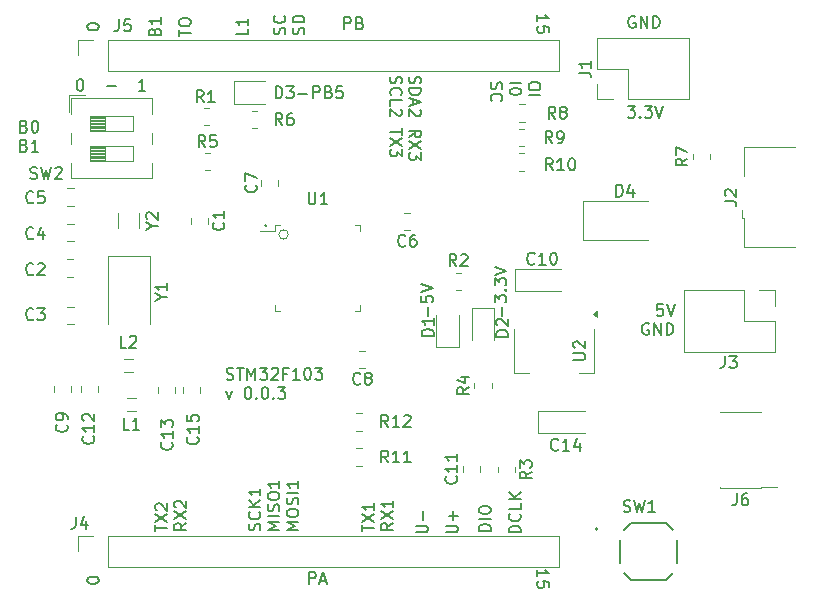
<source format=gbr>
G04 #@! TF.GenerationSoftware,KiCad,Pcbnew,8.0.3+1*
G04 #@! TF.CreationDate,2024-10-12T15:45:03+00:00*
G04 #@! TF.ProjectId,STM32103_Devel,53544d33-3231-4303-935f-446576656c2e,0.0.3*
G04 #@! TF.SameCoordinates,Original*
G04 #@! TF.FileFunction,Legend,Top*
G04 #@! TF.FilePolarity,Positive*
%FSLAX46Y46*%
G04 Gerber Fmt 4.6, Leading zero omitted, Abs format (unit mm)*
G04 Created by KiCad (PCBNEW 8.0.3+1) date 2024-10-12 15:45:03*
%MOMM*%
%LPD*%
G01*
G04 APERTURE LIST*
%ADD10C,0.150000*%
%ADD11C,0.120000*%
%ADD12C,0.127000*%
%ADD13C,0.200000*%
%ADD14C,4.800000*%
%ADD15O,1.700000X1.000000*%
%ADD16O,1.800000X1.800000*%
G04 APERTURE END LIST*
D10*
X107833333Y-75995419D02*
X107928571Y-75995419D01*
X107928571Y-75995419D02*
X108023809Y-76043038D01*
X108023809Y-76043038D02*
X108071428Y-76090657D01*
X108071428Y-76090657D02*
X108119047Y-76185895D01*
X108119047Y-76185895D02*
X108166666Y-76376371D01*
X108166666Y-76376371D02*
X108166666Y-76614466D01*
X108166666Y-76614466D02*
X108119047Y-76804942D01*
X108119047Y-76804942D02*
X108071428Y-76900180D01*
X108071428Y-76900180D02*
X108023809Y-76947800D01*
X108023809Y-76947800D02*
X107928571Y-76995419D01*
X107928571Y-76995419D02*
X107833333Y-76995419D01*
X107833333Y-76995419D02*
X107738095Y-76947800D01*
X107738095Y-76947800D02*
X107690476Y-76900180D01*
X107690476Y-76900180D02*
X107642857Y-76804942D01*
X107642857Y-76804942D02*
X107595238Y-76614466D01*
X107595238Y-76614466D02*
X107595238Y-76376371D01*
X107595238Y-76376371D02*
X107642857Y-76185895D01*
X107642857Y-76185895D02*
X107690476Y-76090657D01*
X107690476Y-76090657D02*
X107738095Y-76043038D01*
X107738095Y-76043038D02*
X107833333Y-75995419D01*
X110119048Y-76614466D02*
X110880953Y-76614466D01*
X113404762Y-76995419D02*
X112833334Y-76995419D01*
X113119048Y-76995419D02*
X113119048Y-75995419D01*
X113119048Y-75995419D02*
X113023810Y-76138276D01*
X113023810Y-76138276D02*
X112928572Y-76233514D01*
X112928572Y-76233514D02*
X112833334Y-76281133D01*
X126362857Y-77233866D02*
X127124762Y-77233866D01*
X127600952Y-77614819D02*
X127600952Y-76614819D01*
X127600952Y-76614819D02*
X127981904Y-76614819D01*
X127981904Y-76614819D02*
X128077142Y-76662438D01*
X128077142Y-76662438D02*
X128124761Y-76710057D01*
X128124761Y-76710057D02*
X128172380Y-76805295D01*
X128172380Y-76805295D02*
X128172380Y-76948152D01*
X128172380Y-76948152D02*
X128124761Y-77043390D01*
X128124761Y-77043390D02*
X128077142Y-77091009D01*
X128077142Y-77091009D02*
X127981904Y-77138628D01*
X127981904Y-77138628D02*
X127600952Y-77138628D01*
X128934285Y-77091009D02*
X129077142Y-77138628D01*
X129077142Y-77138628D02*
X129124761Y-77186247D01*
X129124761Y-77186247D02*
X129172380Y-77281485D01*
X129172380Y-77281485D02*
X129172380Y-77424342D01*
X129172380Y-77424342D02*
X129124761Y-77519580D01*
X129124761Y-77519580D02*
X129077142Y-77567200D01*
X129077142Y-77567200D02*
X128981904Y-77614819D01*
X128981904Y-77614819D02*
X128600952Y-77614819D01*
X128600952Y-77614819D02*
X128600952Y-76614819D01*
X128600952Y-76614819D02*
X128934285Y-76614819D01*
X128934285Y-76614819D02*
X129029523Y-76662438D01*
X129029523Y-76662438D02*
X129077142Y-76710057D01*
X129077142Y-76710057D02*
X129124761Y-76805295D01*
X129124761Y-76805295D02*
X129124761Y-76900533D01*
X129124761Y-76900533D02*
X129077142Y-76995771D01*
X129077142Y-76995771D02*
X129029523Y-77043390D01*
X129029523Y-77043390D02*
X128934285Y-77091009D01*
X128934285Y-77091009D02*
X128600952Y-77091009D01*
X130077142Y-76614819D02*
X129600952Y-76614819D01*
X129600952Y-76614819D02*
X129553333Y-77091009D01*
X129553333Y-77091009D02*
X129600952Y-77043390D01*
X129600952Y-77043390D02*
X129696190Y-76995771D01*
X129696190Y-76995771D02*
X129934285Y-76995771D01*
X129934285Y-76995771D02*
X130029523Y-77043390D01*
X130029523Y-77043390D02*
X130077142Y-77091009D01*
X130077142Y-77091009D02*
X130124761Y-77186247D01*
X130124761Y-77186247D02*
X130124761Y-77424342D01*
X130124761Y-77424342D02*
X130077142Y-77519580D01*
X130077142Y-77519580D02*
X130029523Y-77567200D01*
X130029523Y-77567200D02*
X129934285Y-77614819D01*
X129934285Y-77614819D02*
X129696190Y-77614819D01*
X129696190Y-77614819D02*
X129600952Y-77567200D01*
X129600952Y-77567200D02*
X129553333Y-77519580D01*
X145184819Y-114386666D02*
X144184819Y-114386666D01*
X144184819Y-114386666D02*
X144184819Y-114148571D01*
X144184819Y-114148571D02*
X144232438Y-114005714D01*
X144232438Y-114005714D02*
X144327676Y-113910476D01*
X144327676Y-113910476D02*
X144422914Y-113862857D01*
X144422914Y-113862857D02*
X144613390Y-113815238D01*
X144613390Y-113815238D02*
X144756247Y-113815238D01*
X144756247Y-113815238D02*
X144946723Y-113862857D01*
X144946723Y-113862857D02*
X145041961Y-113910476D01*
X145041961Y-113910476D02*
X145137200Y-114005714D01*
X145137200Y-114005714D02*
X145184819Y-114148571D01*
X145184819Y-114148571D02*
X145184819Y-114386666D01*
X145089580Y-112815238D02*
X145137200Y-112862857D01*
X145137200Y-112862857D02*
X145184819Y-113005714D01*
X145184819Y-113005714D02*
X145184819Y-113100952D01*
X145184819Y-113100952D02*
X145137200Y-113243809D01*
X145137200Y-113243809D02*
X145041961Y-113339047D01*
X145041961Y-113339047D02*
X144946723Y-113386666D01*
X144946723Y-113386666D02*
X144756247Y-113434285D01*
X144756247Y-113434285D02*
X144613390Y-113434285D01*
X144613390Y-113434285D02*
X144422914Y-113386666D01*
X144422914Y-113386666D02*
X144327676Y-113339047D01*
X144327676Y-113339047D02*
X144232438Y-113243809D01*
X144232438Y-113243809D02*
X144184819Y-113100952D01*
X144184819Y-113100952D02*
X144184819Y-113005714D01*
X144184819Y-113005714D02*
X144232438Y-112862857D01*
X144232438Y-112862857D02*
X144280057Y-112815238D01*
X145184819Y-111910476D02*
X145184819Y-112386666D01*
X145184819Y-112386666D02*
X144184819Y-112386666D01*
X145184819Y-111577142D02*
X144184819Y-111577142D01*
X145184819Y-111005714D02*
X144613390Y-111434285D01*
X144184819Y-111005714D02*
X144756247Y-111577142D01*
X146561180Y-71127523D02*
X146561180Y-70556095D01*
X146561180Y-70841809D02*
X147561180Y-70841809D01*
X147561180Y-70841809D02*
X147418323Y-70746571D01*
X147418323Y-70746571D02*
X147323085Y-70651333D01*
X147323085Y-70651333D02*
X147275466Y-70556095D01*
X147561180Y-72032285D02*
X147561180Y-71556095D01*
X147561180Y-71556095D02*
X147084990Y-71508476D01*
X147084990Y-71508476D02*
X147132609Y-71556095D01*
X147132609Y-71556095D02*
X147180228Y-71651333D01*
X147180228Y-71651333D02*
X147180228Y-71889428D01*
X147180228Y-71889428D02*
X147132609Y-71984666D01*
X147132609Y-71984666D02*
X147084990Y-72032285D01*
X147084990Y-72032285D02*
X146989752Y-72079904D01*
X146989752Y-72079904D02*
X146751657Y-72079904D01*
X146751657Y-72079904D02*
X146656419Y-72032285D01*
X146656419Y-72032285D02*
X146608800Y-71984666D01*
X146608800Y-71984666D02*
X146561180Y-71889428D01*
X146561180Y-71889428D02*
X146561180Y-71651333D01*
X146561180Y-71651333D02*
X146608800Y-71556095D01*
X146608800Y-71556095D02*
X146656419Y-71508476D01*
X103151238Y-80010037D02*
X103294095Y-80057656D01*
X103294095Y-80057656D02*
X103341714Y-80105275D01*
X103341714Y-80105275D02*
X103389333Y-80200513D01*
X103389333Y-80200513D02*
X103389333Y-80343370D01*
X103389333Y-80343370D02*
X103341714Y-80438608D01*
X103341714Y-80438608D02*
X103294095Y-80486228D01*
X103294095Y-80486228D02*
X103198857Y-80533847D01*
X103198857Y-80533847D02*
X102817905Y-80533847D01*
X102817905Y-80533847D02*
X102817905Y-79533847D01*
X102817905Y-79533847D02*
X103151238Y-79533847D01*
X103151238Y-79533847D02*
X103246476Y-79581466D01*
X103246476Y-79581466D02*
X103294095Y-79629085D01*
X103294095Y-79629085D02*
X103341714Y-79724323D01*
X103341714Y-79724323D02*
X103341714Y-79819561D01*
X103341714Y-79819561D02*
X103294095Y-79914799D01*
X103294095Y-79914799D02*
X103246476Y-79962418D01*
X103246476Y-79962418D02*
X103151238Y-80010037D01*
X103151238Y-80010037D02*
X102817905Y-80010037D01*
X104008381Y-79533847D02*
X104103619Y-79533847D01*
X104103619Y-79533847D02*
X104198857Y-79581466D01*
X104198857Y-79581466D02*
X104246476Y-79629085D01*
X104246476Y-79629085D02*
X104294095Y-79724323D01*
X104294095Y-79724323D02*
X104341714Y-79914799D01*
X104341714Y-79914799D02*
X104341714Y-80152894D01*
X104341714Y-80152894D02*
X104294095Y-80343370D01*
X104294095Y-80343370D02*
X104246476Y-80438608D01*
X104246476Y-80438608D02*
X104198857Y-80486228D01*
X104198857Y-80486228D02*
X104103619Y-80533847D01*
X104103619Y-80533847D02*
X104008381Y-80533847D01*
X104008381Y-80533847D02*
X103913143Y-80486228D01*
X103913143Y-80486228D02*
X103865524Y-80438608D01*
X103865524Y-80438608D02*
X103817905Y-80343370D01*
X103817905Y-80343370D02*
X103770286Y-80152894D01*
X103770286Y-80152894D02*
X103770286Y-79914799D01*
X103770286Y-79914799D02*
X103817905Y-79724323D01*
X103817905Y-79724323D02*
X103865524Y-79629085D01*
X103865524Y-79629085D02*
X103913143Y-79581466D01*
X103913143Y-79581466D02*
X104008381Y-79533847D01*
X103151238Y-81619981D02*
X103294095Y-81667600D01*
X103294095Y-81667600D02*
X103341714Y-81715219D01*
X103341714Y-81715219D02*
X103389333Y-81810457D01*
X103389333Y-81810457D02*
X103389333Y-81953314D01*
X103389333Y-81953314D02*
X103341714Y-82048552D01*
X103341714Y-82048552D02*
X103294095Y-82096172D01*
X103294095Y-82096172D02*
X103198857Y-82143791D01*
X103198857Y-82143791D02*
X102817905Y-82143791D01*
X102817905Y-82143791D02*
X102817905Y-81143791D01*
X102817905Y-81143791D02*
X103151238Y-81143791D01*
X103151238Y-81143791D02*
X103246476Y-81191410D01*
X103246476Y-81191410D02*
X103294095Y-81239029D01*
X103294095Y-81239029D02*
X103341714Y-81334267D01*
X103341714Y-81334267D02*
X103341714Y-81429505D01*
X103341714Y-81429505D02*
X103294095Y-81524743D01*
X103294095Y-81524743D02*
X103246476Y-81572362D01*
X103246476Y-81572362D02*
X103151238Y-81619981D01*
X103151238Y-81619981D02*
X102817905Y-81619981D01*
X104341714Y-82143791D02*
X103770286Y-82143791D01*
X104056000Y-82143791D02*
X104056000Y-81143791D01*
X104056000Y-81143791D02*
X103960762Y-81286648D01*
X103960762Y-81286648D02*
X103865524Y-81381886D01*
X103865524Y-81381886D02*
X103770286Y-81429505D01*
X109461180Y-71524381D02*
X109461180Y-71619619D01*
X109461180Y-71619619D02*
X109413561Y-71714857D01*
X109413561Y-71714857D02*
X109365942Y-71762476D01*
X109365942Y-71762476D02*
X109270704Y-71810095D01*
X109270704Y-71810095D02*
X109080228Y-71857714D01*
X109080228Y-71857714D02*
X108842133Y-71857714D01*
X108842133Y-71857714D02*
X108651657Y-71810095D01*
X108651657Y-71810095D02*
X108556419Y-71762476D01*
X108556419Y-71762476D02*
X108508800Y-71714857D01*
X108508800Y-71714857D02*
X108461180Y-71619619D01*
X108461180Y-71619619D02*
X108461180Y-71524381D01*
X108461180Y-71524381D02*
X108508800Y-71429143D01*
X108508800Y-71429143D02*
X108556419Y-71381524D01*
X108556419Y-71381524D02*
X108651657Y-71333905D01*
X108651657Y-71333905D02*
X108842133Y-71286286D01*
X108842133Y-71286286D02*
X109080228Y-71286286D01*
X109080228Y-71286286D02*
X109270704Y-71333905D01*
X109270704Y-71333905D02*
X109365942Y-71381524D01*
X109365942Y-71381524D02*
X109413561Y-71429143D01*
X109413561Y-71429143D02*
X109461180Y-71524381D01*
X138850819Y-114386761D02*
X139660342Y-114386761D01*
X139660342Y-114386761D02*
X139755580Y-114339142D01*
X139755580Y-114339142D02*
X139803200Y-114291523D01*
X139803200Y-114291523D02*
X139850819Y-114196285D01*
X139850819Y-114196285D02*
X139850819Y-114005809D01*
X139850819Y-114005809D02*
X139803200Y-113910571D01*
X139803200Y-113910571D02*
X139755580Y-113862952D01*
X139755580Y-113862952D02*
X139660342Y-113815333D01*
X139660342Y-113815333D02*
X138850819Y-113815333D01*
X139469866Y-113339142D02*
X139469866Y-112577238D01*
X139850819Y-112958190D02*
X139088914Y-112958190D01*
X146561180Y-118117523D02*
X146561180Y-117546095D01*
X146561180Y-117831809D02*
X147561180Y-117831809D01*
X147561180Y-117831809D02*
X147418323Y-117736571D01*
X147418323Y-117736571D02*
X147323085Y-117641333D01*
X147323085Y-117641333D02*
X147275466Y-117546095D01*
X147561180Y-119022285D02*
X147561180Y-118546095D01*
X147561180Y-118546095D02*
X147084990Y-118498476D01*
X147084990Y-118498476D02*
X147132609Y-118546095D01*
X147132609Y-118546095D02*
X147180228Y-118641333D01*
X147180228Y-118641333D02*
X147180228Y-118879428D01*
X147180228Y-118879428D02*
X147132609Y-118974666D01*
X147132609Y-118974666D02*
X147084990Y-119022285D01*
X147084990Y-119022285D02*
X146989752Y-119069904D01*
X146989752Y-119069904D02*
X146751657Y-119069904D01*
X146751657Y-119069904D02*
X146656419Y-119022285D01*
X146656419Y-119022285D02*
X146608800Y-118974666D01*
X146608800Y-118974666D02*
X146561180Y-118879428D01*
X146561180Y-118879428D02*
X146561180Y-118641333D01*
X146561180Y-118641333D02*
X146608800Y-118546095D01*
X146608800Y-118546095D02*
X146656419Y-118498476D01*
X109461180Y-118387381D02*
X109461180Y-118482619D01*
X109461180Y-118482619D02*
X109413561Y-118577857D01*
X109413561Y-118577857D02*
X109365942Y-118625476D01*
X109365942Y-118625476D02*
X109270704Y-118673095D01*
X109270704Y-118673095D02*
X109080228Y-118720714D01*
X109080228Y-118720714D02*
X108842133Y-118720714D01*
X108842133Y-118720714D02*
X108651657Y-118673095D01*
X108651657Y-118673095D02*
X108556419Y-118625476D01*
X108556419Y-118625476D02*
X108508800Y-118577857D01*
X108508800Y-118577857D02*
X108461180Y-118482619D01*
X108461180Y-118482619D02*
X108461180Y-118387381D01*
X108461180Y-118387381D02*
X108508800Y-118292143D01*
X108508800Y-118292143D02*
X108556419Y-118244524D01*
X108556419Y-118244524D02*
X108651657Y-118196905D01*
X108651657Y-118196905D02*
X108842133Y-118149286D01*
X108842133Y-118149286D02*
X109080228Y-118149286D01*
X109080228Y-118149286D02*
X109270704Y-118196905D01*
X109270704Y-118196905D02*
X109365942Y-118244524D01*
X109365942Y-118244524D02*
X109413561Y-118292143D01*
X109413561Y-118292143D02*
X109461180Y-118387381D01*
X142644819Y-114251808D02*
X141644819Y-114251808D01*
X141644819Y-114251808D02*
X141644819Y-114013713D01*
X141644819Y-114013713D02*
X141692438Y-113870856D01*
X141692438Y-113870856D02*
X141787676Y-113775618D01*
X141787676Y-113775618D02*
X141882914Y-113727999D01*
X141882914Y-113727999D02*
X142073390Y-113680380D01*
X142073390Y-113680380D02*
X142216247Y-113680380D01*
X142216247Y-113680380D02*
X142406723Y-113727999D01*
X142406723Y-113727999D02*
X142501961Y-113775618D01*
X142501961Y-113775618D02*
X142597200Y-113870856D01*
X142597200Y-113870856D02*
X142644819Y-114013713D01*
X142644819Y-114013713D02*
X142644819Y-114251808D01*
X142644819Y-113251808D02*
X141644819Y-113251808D01*
X141644819Y-112585142D02*
X141644819Y-112394666D01*
X141644819Y-112394666D02*
X141692438Y-112299428D01*
X141692438Y-112299428D02*
X141787676Y-112204190D01*
X141787676Y-112204190D02*
X141978152Y-112156571D01*
X141978152Y-112156571D02*
X142311485Y-112156571D01*
X142311485Y-112156571D02*
X142501961Y-112204190D01*
X142501961Y-112204190D02*
X142597200Y-112299428D01*
X142597200Y-112299428D02*
X142644819Y-112394666D01*
X142644819Y-112394666D02*
X142644819Y-112585142D01*
X142644819Y-112585142D02*
X142597200Y-112680380D01*
X142597200Y-112680380D02*
X142501961Y-112775618D01*
X142501961Y-112775618D02*
X142311485Y-112823237D01*
X142311485Y-112823237D02*
X141978152Y-112823237D01*
X141978152Y-112823237D02*
X141787676Y-112775618D01*
X141787676Y-112775618D02*
X141692438Y-112680380D01*
X141692438Y-112680380D02*
X141644819Y-112585142D01*
X114181009Y-71976761D02*
X114228628Y-71833904D01*
X114228628Y-71833904D02*
X114276247Y-71786285D01*
X114276247Y-71786285D02*
X114371485Y-71738666D01*
X114371485Y-71738666D02*
X114514342Y-71738666D01*
X114514342Y-71738666D02*
X114609580Y-71786285D01*
X114609580Y-71786285D02*
X114657200Y-71833904D01*
X114657200Y-71833904D02*
X114704819Y-71929142D01*
X114704819Y-71929142D02*
X114704819Y-72310094D01*
X114704819Y-72310094D02*
X113704819Y-72310094D01*
X113704819Y-72310094D02*
X113704819Y-71976761D01*
X113704819Y-71976761D02*
X113752438Y-71881523D01*
X113752438Y-71881523D02*
X113800057Y-71833904D01*
X113800057Y-71833904D02*
X113895295Y-71786285D01*
X113895295Y-71786285D02*
X113990533Y-71786285D01*
X113990533Y-71786285D02*
X114085771Y-71833904D01*
X114085771Y-71833904D02*
X114133390Y-71881523D01*
X114133390Y-71881523D02*
X114181009Y-71976761D01*
X114181009Y-71976761D02*
X114181009Y-72310094D01*
X114704819Y-70786285D02*
X114704819Y-71357713D01*
X114704819Y-71071999D02*
X113704819Y-71071999D01*
X113704819Y-71071999D02*
X113847676Y-71167237D01*
X113847676Y-71167237D02*
X113942914Y-71262475D01*
X113942914Y-71262475D02*
X113990533Y-71357713D01*
X122070819Y-71738666D02*
X122070819Y-72214856D01*
X122070819Y-72214856D02*
X121070819Y-72214856D01*
X122070819Y-70881523D02*
X122070819Y-71452951D01*
X122070819Y-71167237D02*
X121070819Y-71167237D01*
X121070819Y-71167237D02*
X121213676Y-71262475D01*
X121213676Y-71262475D02*
X121308914Y-71357713D01*
X121308914Y-71357713D02*
X121356533Y-71452951D01*
X116244819Y-72381523D02*
X116244819Y-71810095D01*
X117244819Y-72095809D02*
X116244819Y-72095809D01*
X116244819Y-71286285D02*
X116244819Y-71095809D01*
X116244819Y-71095809D02*
X116292438Y-71000571D01*
X116292438Y-71000571D02*
X116387676Y-70905333D01*
X116387676Y-70905333D02*
X116578152Y-70857714D01*
X116578152Y-70857714D02*
X116911485Y-70857714D01*
X116911485Y-70857714D02*
X117101961Y-70905333D01*
X117101961Y-70905333D02*
X117197200Y-71000571D01*
X117197200Y-71000571D02*
X117244819Y-71095809D01*
X117244819Y-71095809D02*
X117244819Y-71286285D01*
X117244819Y-71286285D02*
X117197200Y-71381523D01*
X117197200Y-71381523D02*
X117101961Y-71476761D01*
X117101961Y-71476761D02*
X116911485Y-71524380D01*
X116911485Y-71524380D02*
X116578152Y-71524380D01*
X116578152Y-71524380D02*
X116387676Y-71476761D01*
X116387676Y-71476761D02*
X116292438Y-71381523D01*
X116292438Y-71381523D02*
X116244819Y-71286285D01*
X130238095Y-71772819D02*
X130238095Y-70772819D01*
X130238095Y-70772819D02*
X130619047Y-70772819D01*
X130619047Y-70772819D02*
X130714285Y-70820438D01*
X130714285Y-70820438D02*
X130761904Y-70868057D01*
X130761904Y-70868057D02*
X130809523Y-70963295D01*
X130809523Y-70963295D02*
X130809523Y-71106152D01*
X130809523Y-71106152D02*
X130761904Y-71201390D01*
X130761904Y-71201390D02*
X130714285Y-71249009D01*
X130714285Y-71249009D02*
X130619047Y-71296628D01*
X130619047Y-71296628D02*
X130238095Y-71296628D01*
X131571428Y-71249009D02*
X131714285Y-71296628D01*
X131714285Y-71296628D02*
X131761904Y-71344247D01*
X131761904Y-71344247D02*
X131809523Y-71439485D01*
X131809523Y-71439485D02*
X131809523Y-71582342D01*
X131809523Y-71582342D02*
X131761904Y-71677580D01*
X131761904Y-71677580D02*
X131714285Y-71725200D01*
X131714285Y-71725200D02*
X131619047Y-71772819D01*
X131619047Y-71772819D02*
X131238095Y-71772819D01*
X131238095Y-71772819D02*
X131238095Y-70772819D01*
X131238095Y-70772819D02*
X131571428Y-70772819D01*
X131571428Y-70772819D02*
X131666666Y-70820438D01*
X131666666Y-70820438D02*
X131714285Y-70868057D01*
X131714285Y-70868057D02*
X131761904Y-70963295D01*
X131761904Y-70963295D02*
X131761904Y-71058533D01*
X131761904Y-71058533D02*
X131714285Y-71153771D01*
X131714285Y-71153771D02*
X131666666Y-71201390D01*
X131666666Y-71201390D02*
X131571428Y-71249009D01*
X131571428Y-71249009D02*
X131238095Y-71249009D01*
X127275524Y-118762819D02*
X127275524Y-117762819D01*
X127275524Y-117762819D02*
X127656476Y-117762819D01*
X127656476Y-117762819D02*
X127751714Y-117810438D01*
X127751714Y-117810438D02*
X127799333Y-117858057D01*
X127799333Y-117858057D02*
X127846952Y-117953295D01*
X127846952Y-117953295D02*
X127846952Y-118096152D01*
X127846952Y-118096152D02*
X127799333Y-118191390D01*
X127799333Y-118191390D02*
X127751714Y-118239009D01*
X127751714Y-118239009D02*
X127656476Y-118286628D01*
X127656476Y-118286628D02*
X127275524Y-118286628D01*
X128227905Y-118477104D02*
X128704095Y-118477104D01*
X128132667Y-118762819D02*
X128466000Y-117762819D01*
X128466000Y-117762819D02*
X128799333Y-118762819D01*
X136310819Y-114386761D02*
X137120342Y-114386761D01*
X137120342Y-114386761D02*
X137215580Y-114339142D01*
X137215580Y-114339142D02*
X137263200Y-114291523D01*
X137263200Y-114291523D02*
X137310819Y-114196285D01*
X137310819Y-114196285D02*
X137310819Y-114005809D01*
X137310819Y-114005809D02*
X137263200Y-113910571D01*
X137263200Y-113910571D02*
X137215580Y-113862952D01*
X137215580Y-113862952D02*
X137120342Y-113815333D01*
X137120342Y-113815333D02*
X136310819Y-113815333D01*
X136929866Y-113339142D02*
X136929866Y-112577238D01*
X114259875Y-114306077D02*
X114259875Y-113734649D01*
X115259875Y-114020363D02*
X114259875Y-114020363D01*
X114259875Y-113496553D02*
X115259875Y-112829887D01*
X114259875Y-112829887D02*
X115259875Y-113496553D01*
X114355113Y-112496553D02*
X114307494Y-112448934D01*
X114307494Y-112448934D02*
X114259875Y-112353696D01*
X114259875Y-112353696D02*
X114259875Y-112115601D01*
X114259875Y-112115601D02*
X114307494Y-112020363D01*
X114307494Y-112020363D02*
X114355113Y-111972744D01*
X114355113Y-111972744D02*
X114450351Y-111925125D01*
X114450351Y-111925125D02*
X114545589Y-111925125D01*
X114545589Y-111925125D02*
X114688446Y-111972744D01*
X114688446Y-111972744D02*
X115259875Y-112544172D01*
X115259875Y-112544172D02*
X115259875Y-111925125D01*
X116869819Y-113591792D02*
X116393628Y-113925125D01*
X116869819Y-114163220D02*
X115869819Y-114163220D01*
X115869819Y-114163220D02*
X115869819Y-113782268D01*
X115869819Y-113782268D02*
X115917438Y-113687030D01*
X115917438Y-113687030D02*
X115965057Y-113639411D01*
X115965057Y-113639411D02*
X116060295Y-113591792D01*
X116060295Y-113591792D02*
X116203152Y-113591792D01*
X116203152Y-113591792D02*
X116298390Y-113639411D01*
X116298390Y-113639411D02*
X116346009Y-113687030D01*
X116346009Y-113687030D02*
X116393628Y-113782268D01*
X116393628Y-113782268D02*
X116393628Y-114163220D01*
X115869819Y-113258458D02*
X116869819Y-112591792D01*
X115869819Y-112591792D02*
X116869819Y-113258458D01*
X115965057Y-112258458D02*
X115917438Y-112210839D01*
X115917438Y-112210839D02*
X115869819Y-112115601D01*
X115869819Y-112115601D02*
X115869819Y-111877506D01*
X115869819Y-111877506D02*
X115917438Y-111782268D01*
X115917438Y-111782268D02*
X115965057Y-111734649D01*
X115965057Y-111734649D02*
X116060295Y-111687030D01*
X116060295Y-111687030D02*
X116155533Y-111687030D01*
X116155533Y-111687030D02*
X116298390Y-111734649D01*
X116298390Y-111734649D02*
X116869819Y-112306077D01*
X116869819Y-112306077D02*
X116869819Y-111687030D01*
X123102312Y-114210839D02*
X123149931Y-114067982D01*
X123149931Y-114067982D02*
X123149931Y-113829887D01*
X123149931Y-113829887D02*
X123102312Y-113734649D01*
X123102312Y-113734649D02*
X123054692Y-113687030D01*
X123054692Y-113687030D02*
X122959454Y-113639411D01*
X122959454Y-113639411D02*
X122864216Y-113639411D01*
X122864216Y-113639411D02*
X122768978Y-113687030D01*
X122768978Y-113687030D02*
X122721359Y-113734649D01*
X122721359Y-113734649D02*
X122673740Y-113829887D01*
X122673740Y-113829887D02*
X122626121Y-114020363D01*
X122626121Y-114020363D02*
X122578502Y-114115601D01*
X122578502Y-114115601D02*
X122530883Y-114163220D01*
X122530883Y-114163220D02*
X122435645Y-114210839D01*
X122435645Y-114210839D02*
X122340407Y-114210839D01*
X122340407Y-114210839D02*
X122245169Y-114163220D01*
X122245169Y-114163220D02*
X122197550Y-114115601D01*
X122197550Y-114115601D02*
X122149931Y-114020363D01*
X122149931Y-114020363D02*
X122149931Y-113782268D01*
X122149931Y-113782268D02*
X122197550Y-113639411D01*
X123054692Y-112639411D02*
X123102312Y-112687030D01*
X123102312Y-112687030D02*
X123149931Y-112829887D01*
X123149931Y-112829887D02*
X123149931Y-112925125D01*
X123149931Y-112925125D02*
X123102312Y-113067982D01*
X123102312Y-113067982D02*
X123007073Y-113163220D01*
X123007073Y-113163220D02*
X122911835Y-113210839D01*
X122911835Y-113210839D02*
X122721359Y-113258458D01*
X122721359Y-113258458D02*
X122578502Y-113258458D01*
X122578502Y-113258458D02*
X122388026Y-113210839D01*
X122388026Y-113210839D02*
X122292788Y-113163220D01*
X122292788Y-113163220D02*
X122197550Y-113067982D01*
X122197550Y-113067982D02*
X122149931Y-112925125D01*
X122149931Y-112925125D02*
X122149931Y-112829887D01*
X122149931Y-112829887D02*
X122197550Y-112687030D01*
X122197550Y-112687030D02*
X122245169Y-112639411D01*
X123149931Y-112210839D02*
X122149931Y-112210839D01*
X123149931Y-111639411D02*
X122578502Y-112067982D01*
X122149931Y-111639411D02*
X122721359Y-112210839D01*
X123149931Y-110687030D02*
X123149931Y-111258458D01*
X123149931Y-110972744D02*
X122149931Y-110972744D01*
X122149931Y-110972744D02*
X122292788Y-111067982D01*
X122292788Y-111067982D02*
X122388026Y-111163220D01*
X122388026Y-111163220D02*
X122435645Y-111258458D01*
X124759875Y-114163220D02*
X123759875Y-114163220D01*
X123759875Y-114163220D02*
X124474160Y-113829887D01*
X124474160Y-113829887D02*
X123759875Y-113496554D01*
X123759875Y-113496554D02*
X124759875Y-113496554D01*
X124759875Y-113020363D02*
X123759875Y-113020363D01*
X124712256Y-112591792D02*
X124759875Y-112448935D01*
X124759875Y-112448935D02*
X124759875Y-112210840D01*
X124759875Y-112210840D02*
X124712256Y-112115602D01*
X124712256Y-112115602D02*
X124664636Y-112067983D01*
X124664636Y-112067983D02*
X124569398Y-112020364D01*
X124569398Y-112020364D02*
X124474160Y-112020364D01*
X124474160Y-112020364D02*
X124378922Y-112067983D01*
X124378922Y-112067983D02*
X124331303Y-112115602D01*
X124331303Y-112115602D02*
X124283684Y-112210840D01*
X124283684Y-112210840D02*
X124236065Y-112401316D01*
X124236065Y-112401316D02*
X124188446Y-112496554D01*
X124188446Y-112496554D02*
X124140827Y-112544173D01*
X124140827Y-112544173D02*
X124045589Y-112591792D01*
X124045589Y-112591792D02*
X123950351Y-112591792D01*
X123950351Y-112591792D02*
X123855113Y-112544173D01*
X123855113Y-112544173D02*
X123807494Y-112496554D01*
X123807494Y-112496554D02*
X123759875Y-112401316D01*
X123759875Y-112401316D02*
X123759875Y-112163221D01*
X123759875Y-112163221D02*
X123807494Y-112020364D01*
X123759875Y-111401316D02*
X123759875Y-111210840D01*
X123759875Y-111210840D02*
X123807494Y-111115602D01*
X123807494Y-111115602D02*
X123902732Y-111020364D01*
X123902732Y-111020364D02*
X124093208Y-110972745D01*
X124093208Y-110972745D02*
X124426541Y-110972745D01*
X124426541Y-110972745D02*
X124617017Y-111020364D01*
X124617017Y-111020364D02*
X124712256Y-111115602D01*
X124712256Y-111115602D02*
X124759875Y-111210840D01*
X124759875Y-111210840D02*
X124759875Y-111401316D01*
X124759875Y-111401316D02*
X124712256Y-111496554D01*
X124712256Y-111496554D02*
X124617017Y-111591792D01*
X124617017Y-111591792D02*
X124426541Y-111639411D01*
X124426541Y-111639411D02*
X124093208Y-111639411D01*
X124093208Y-111639411D02*
X123902732Y-111591792D01*
X123902732Y-111591792D02*
X123807494Y-111496554D01*
X123807494Y-111496554D02*
X123759875Y-111401316D01*
X124759875Y-110020364D02*
X124759875Y-110591792D01*
X124759875Y-110306078D02*
X123759875Y-110306078D01*
X123759875Y-110306078D02*
X123902732Y-110401316D01*
X123902732Y-110401316D02*
X123997970Y-110496554D01*
X123997970Y-110496554D02*
X124045589Y-110591792D01*
X126369819Y-114163220D02*
X125369819Y-114163220D01*
X125369819Y-114163220D02*
X126084104Y-113829887D01*
X126084104Y-113829887D02*
X125369819Y-113496554D01*
X125369819Y-113496554D02*
X126369819Y-113496554D01*
X125369819Y-112829887D02*
X125369819Y-112639411D01*
X125369819Y-112639411D02*
X125417438Y-112544173D01*
X125417438Y-112544173D02*
X125512676Y-112448935D01*
X125512676Y-112448935D02*
X125703152Y-112401316D01*
X125703152Y-112401316D02*
X126036485Y-112401316D01*
X126036485Y-112401316D02*
X126226961Y-112448935D01*
X126226961Y-112448935D02*
X126322200Y-112544173D01*
X126322200Y-112544173D02*
X126369819Y-112639411D01*
X126369819Y-112639411D02*
X126369819Y-112829887D01*
X126369819Y-112829887D02*
X126322200Y-112925125D01*
X126322200Y-112925125D02*
X126226961Y-113020363D01*
X126226961Y-113020363D02*
X126036485Y-113067982D01*
X126036485Y-113067982D02*
X125703152Y-113067982D01*
X125703152Y-113067982D02*
X125512676Y-113020363D01*
X125512676Y-113020363D02*
X125417438Y-112925125D01*
X125417438Y-112925125D02*
X125369819Y-112829887D01*
X126322200Y-112020363D02*
X126369819Y-111877506D01*
X126369819Y-111877506D02*
X126369819Y-111639411D01*
X126369819Y-111639411D02*
X126322200Y-111544173D01*
X126322200Y-111544173D02*
X126274580Y-111496554D01*
X126274580Y-111496554D02*
X126179342Y-111448935D01*
X126179342Y-111448935D02*
X126084104Y-111448935D01*
X126084104Y-111448935D02*
X125988866Y-111496554D01*
X125988866Y-111496554D02*
X125941247Y-111544173D01*
X125941247Y-111544173D02*
X125893628Y-111639411D01*
X125893628Y-111639411D02*
X125846009Y-111829887D01*
X125846009Y-111829887D02*
X125798390Y-111925125D01*
X125798390Y-111925125D02*
X125750771Y-111972744D01*
X125750771Y-111972744D02*
X125655533Y-112020363D01*
X125655533Y-112020363D02*
X125560295Y-112020363D01*
X125560295Y-112020363D02*
X125465057Y-111972744D01*
X125465057Y-111972744D02*
X125417438Y-111925125D01*
X125417438Y-111925125D02*
X125369819Y-111829887D01*
X125369819Y-111829887D02*
X125369819Y-111591792D01*
X125369819Y-111591792D02*
X125417438Y-111448935D01*
X126369819Y-111020363D02*
X125369819Y-111020363D01*
X126369819Y-110020364D02*
X126369819Y-110591792D01*
X126369819Y-110306078D02*
X125369819Y-110306078D01*
X125369819Y-110306078D02*
X125512676Y-110401316D01*
X125512676Y-110401316D02*
X125607914Y-110496554D01*
X125607914Y-110496554D02*
X125655533Y-110591792D01*
X135787744Y-75789160D02*
X135740124Y-75932017D01*
X135740124Y-75932017D02*
X135740124Y-76170112D01*
X135740124Y-76170112D02*
X135787744Y-76265350D01*
X135787744Y-76265350D02*
X135835363Y-76312969D01*
X135835363Y-76312969D02*
X135930601Y-76360588D01*
X135930601Y-76360588D02*
X136025839Y-76360588D01*
X136025839Y-76360588D02*
X136121077Y-76312969D01*
X136121077Y-76312969D02*
X136168696Y-76265350D01*
X136168696Y-76265350D02*
X136216315Y-76170112D01*
X136216315Y-76170112D02*
X136263934Y-75979636D01*
X136263934Y-75979636D02*
X136311553Y-75884398D01*
X136311553Y-75884398D02*
X136359172Y-75836779D01*
X136359172Y-75836779D02*
X136454410Y-75789160D01*
X136454410Y-75789160D02*
X136549648Y-75789160D01*
X136549648Y-75789160D02*
X136644886Y-75836779D01*
X136644886Y-75836779D02*
X136692505Y-75884398D01*
X136692505Y-75884398D02*
X136740124Y-75979636D01*
X136740124Y-75979636D02*
X136740124Y-76217731D01*
X136740124Y-76217731D02*
X136692505Y-76360588D01*
X135740124Y-76789160D02*
X136740124Y-76789160D01*
X136740124Y-76789160D02*
X136740124Y-77027255D01*
X136740124Y-77027255D02*
X136692505Y-77170112D01*
X136692505Y-77170112D02*
X136597267Y-77265350D01*
X136597267Y-77265350D02*
X136502029Y-77312969D01*
X136502029Y-77312969D02*
X136311553Y-77360588D01*
X136311553Y-77360588D02*
X136168696Y-77360588D01*
X136168696Y-77360588D02*
X135978220Y-77312969D01*
X135978220Y-77312969D02*
X135882982Y-77265350D01*
X135882982Y-77265350D02*
X135787744Y-77170112D01*
X135787744Y-77170112D02*
X135740124Y-77027255D01*
X135740124Y-77027255D02*
X135740124Y-76789160D01*
X136025839Y-77741541D02*
X136025839Y-78217731D01*
X135740124Y-77646303D02*
X136740124Y-77979636D01*
X136740124Y-77979636D02*
X135740124Y-78312969D01*
X136644886Y-78598684D02*
X136692505Y-78646303D01*
X136692505Y-78646303D02*
X136740124Y-78741541D01*
X136740124Y-78741541D02*
X136740124Y-78979636D01*
X136740124Y-78979636D02*
X136692505Y-79074874D01*
X136692505Y-79074874D02*
X136644886Y-79122493D01*
X136644886Y-79122493D02*
X136549648Y-79170112D01*
X136549648Y-79170112D02*
X136454410Y-79170112D01*
X136454410Y-79170112D02*
X136311553Y-79122493D01*
X136311553Y-79122493D02*
X135740124Y-78551065D01*
X135740124Y-78551065D02*
X135740124Y-79170112D01*
X135740124Y-80932017D02*
X136216315Y-80598684D01*
X135740124Y-80360589D02*
X136740124Y-80360589D01*
X136740124Y-80360589D02*
X136740124Y-80741541D01*
X136740124Y-80741541D02*
X136692505Y-80836779D01*
X136692505Y-80836779D02*
X136644886Y-80884398D01*
X136644886Y-80884398D02*
X136549648Y-80932017D01*
X136549648Y-80932017D02*
X136406791Y-80932017D01*
X136406791Y-80932017D02*
X136311553Y-80884398D01*
X136311553Y-80884398D02*
X136263934Y-80836779D01*
X136263934Y-80836779D02*
X136216315Y-80741541D01*
X136216315Y-80741541D02*
X136216315Y-80360589D01*
X136740124Y-81265351D02*
X135740124Y-81932017D01*
X136740124Y-81932017D02*
X135740124Y-81265351D01*
X136740124Y-82217732D02*
X136740124Y-82836779D01*
X136740124Y-82836779D02*
X136359172Y-82503446D01*
X136359172Y-82503446D02*
X136359172Y-82646303D01*
X136359172Y-82646303D02*
X136311553Y-82741541D01*
X136311553Y-82741541D02*
X136263934Y-82789160D01*
X136263934Y-82789160D02*
X136168696Y-82836779D01*
X136168696Y-82836779D02*
X135930601Y-82836779D01*
X135930601Y-82836779D02*
X135835363Y-82789160D01*
X135835363Y-82789160D02*
X135787744Y-82741541D01*
X135787744Y-82741541D02*
X135740124Y-82646303D01*
X135740124Y-82646303D02*
X135740124Y-82360589D01*
X135740124Y-82360589D02*
X135787744Y-82265351D01*
X135787744Y-82265351D02*
X135835363Y-82217732D01*
X134177800Y-75789160D02*
X134130180Y-75932017D01*
X134130180Y-75932017D02*
X134130180Y-76170112D01*
X134130180Y-76170112D02*
X134177800Y-76265350D01*
X134177800Y-76265350D02*
X134225419Y-76312969D01*
X134225419Y-76312969D02*
X134320657Y-76360588D01*
X134320657Y-76360588D02*
X134415895Y-76360588D01*
X134415895Y-76360588D02*
X134511133Y-76312969D01*
X134511133Y-76312969D02*
X134558752Y-76265350D01*
X134558752Y-76265350D02*
X134606371Y-76170112D01*
X134606371Y-76170112D02*
X134653990Y-75979636D01*
X134653990Y-75979636D02*
X134701609Y-75884398D01*
X134701609Y-75884398D02*
X134749228Y-75836779D01*
X134749228Y-75836779D02*
X134844466Y-75789160D01*
X134844466Y-75789160D02*
X134939704Y-75789160D01*
X134939704Y-75789160D02*
X135034942Y-75836779D01*
X135034942Y-75836779D02*
X135082561Y-75884398D01*
X135082561Y-75884398D02*
X135130180Y-75979636D01*
X135130180Y-75979636D02*
X135130180Y-76217731D01*
X135130180Y-76217731D02*
X135082561Y-76360588D01*
X134225419Y-77360588D02*
X134177800Y-77312969D01*
X134177800Y-77312969D02*
X134130180Y-77170112D01*
X134130180Y-77170112D02*
X134130180Y-77074874D01*
X134130180Y-77074874D02*
X134177800Y-76932017D01*
X134177800Y-76932017D02*
X134273038Y-76836779D01*
X134273038Y-76836779D02*
X134368276Y-76789160D01*
X134368276Y-76789160D02*
X134558752Y-76741541D01*
X134558752Y-76741541D02*
X134701609Y-76741541D01*
X134701609Y-76741541D02*
X134892085Y-76789160D01*
X134892085Y-76789160D02*
X134987323Y-76836779D01*
X134987323Y-76836779D02*
X135082561Y-76932017D01*
X135082561Y-76932017D02*
X135130180Y-77074874D01*
X135130180Y-77074874D02*
X135130180Y-77170112D01*
X135130180Y-77170112D02*
X135082561Y-77312969D01*
X135082561Y-77312969D02*
X135034942Y-77360588D01*
X134130180Y-78265350D02*
X134130180Y-77789160D01*
X134130180Y-77789160D02*
X135130180Y-77789160D01*
X135034942Y-78551065D02*
X135082561Y-78598684D01*
X135082561Y-78598684D02*
X135130180Y-78693922D01*
X135130180Y-78693922D02*
X135130180Y-78932017D01*
X135130180Y-78932017D02*
X135082561Y-79027255D01*
X135082561Y-79027255D02*
X135034942Y-79074874D01*
X135034942Y-79074874D02*
X134939704Y-79122493D01*
X134939704Y-79122493D02*
X134844466Y-79122493D01*
X134844466Y-79122493D02*
X134701609Y-79074874D01*
X134701609Y-79074874D02*
X134130180Y-78503446D01*
X134130180Y-78503446D02*
X134130180Y-79122493D01*
X135130180Y-80170113D02*
X135130180Y-80741541D01*
X134130180Y-80455827D02*
X135130180Y-80455827D01*
X135130180Y-80979637D02*
X134130180Y-81646303D01*
X135130180Y-81646303D02*
X134130180Y-80979637D01*
X135130180Y-81932018D02*
X135130180Y-82551065D01*
X135130180Y-82551065D02*
X134749228Y-82217732D01*
X134749228Y-82217732D02*
X134749228Y-82360589D01*
X134749228Y-82360589D02*
X134701609Y-82455827D01*
X134701609Y-82455827D02*
X134653990Y-82503446D01*
X134653990Y-82503446D02*
X134558752Y-82551065D01*
X134558752Y-82551065D02*
X134320657Y-82551065D01*
X134320657Y-82551065D02*
X134225419Y-82503446D01*
X134225419Y-82503446D02*
X134177800Y-82455827D01*
X134177800Y-82455827D02*
X134130180Y-82360589D01*
X134130180Y-82360589D02*
X134130180Y-82074875D01*
X134130180Y-82074875D02*
X134177800Y-81979637D01*
X134177800Y-81979637D02*
X134225419Y-81932018D01*
X154860588Y-70717438D02*
X154765350Y-70669819D01*
X154765350Y-70669819D02*
X154622493Y-70669819D01*
X154622493Y-70669819D02*
X154479636Y-70717438D01*
X154479636Y-70717438D02*
X154384398Y-70812676D01*
X154384398Y-70812676D02*
X154336779Y-70907914D01*
X154336779Y-70907914D02*
X154289160Y-71098390D01*
X154289160Y-71098390D02*
X154289160Y-71241247D01*
X154289160Y-71241247D02*
X154336779Y-71431723D01*
X154336779Y-71431723D02*
X154384398Y-71526961D01*
X154384398Y-71526961D02*
X154479636Y-71622200D01*
X154479636Y-71622200D02*
X154622493Y-71669819D01*
X154622493Y-71669819D02*
X154717731Y-71669819D01*
X154717731Y-71669819D02*
X154860588Y-71622200D01*
X154860588Y-71622200D02*
X154908207Y-71574580D01*
X154908207Y-71574580D02*
X154908207Y-71241247D01*
X154908207Y-71241247D02*
X154717731Y-71241247D01*
X155336779Y-71669819D02*
X155336779Y-70669819D01*
X155336779Y-70669819D02*
X155908207Y-71669819D01*
X155908207Y-71669819D02*
X155908207Y-70669819D01*
X156384398Y-71669819D02*
X156384398Y-70669819D01*
X156384398Y-70669819D02*
X156622493Y-70669819D01*
X156622493Y-70669819D02*
X156765350Y-70717438D01*
X156765350Y-70717438D02*
X156860588Y-70812676D01*
X156860588Y-70812676D02*
X156908207Y-70907914D01*
X156908207Y-70907914D02*
X156955826Y-71098390D01*
X156955826Y-71098390D02*
X156955826Y-71241247D01*
X156955826Y-71241247D02*
X156908207Y-71431723D01*
X156908207Y-71431723D02*
X156860588Y-71526961D01*
X156860588Y-71526961D02*
X156765350Y-71622200D01*
X156765350Y-71622200D02*
X156622493Y-71669819D01*
X156622493Y-71669819D02*
X156384398Y-71669819D01*
X143596866Y-96050999D02*
X143596866Y-95289095D01*
X142977819Y-94908142D02*
X142977819Y-94289095D01*
X142977819Y-94289095D02*
X143358771Y-94622428D01*
X143358771Y-94622428D02*
X143358771Y-94479571D01*
X143358771Y-94479571D02*
X143406390Y-94384333D01*
X143406390Y-94384333D02*
X143454009Y-94336714D01*
X143454009Y-94336714D02*
X143549247Y-94289095D01*
X143549247Y-94289095D02*
X143787342Y-94289095D01*
X143787342Y-94289095D02*
X143882580Y-94336714D01*
X143882580Y-94336714D02*
X143930200Y-94384333D01*
X143930200Y-94384333D02*
X143977819Y-94479571D01*
X143977819Y-94479571D02*
X143977819Y-94765285D01*
X143977819Y-94765285D02*
X143930200Y-94860523D01*
X143930200Y-94860523D02*
X143882580Y-94908142D01*
X143882580Y-93860523D02*
X143930200Y-93812904D01*
X143930200Y-93812904D02*
X143977819Y-93860523D01*
X143977819Y-93860523D02*
X143930200Y-93908142D01*
X143930200Y-93908142D02*
X143882580Y-93860523D01*
X143882580Y-93860523D02*
X143977819Y-93860523D01*
X142977819Y-93479571D02*
X142977819Y-92860524D01*
X142977819Y-92860524D02*
X143358771Y-93193857D01*
X143358771Y-93193857D02*
X143358771Y-93051000D01*
X143358771Y-93051000D02*
X143406390Y-92955762D01*
X143406390Y-92955762D02*
X143454009Y-92908143D01*
X143454009Y-92908143D02*
X143549247Y-92860524D01*
X143549247Y-92860524D02*
X143787342Y-92860524D01*
X143787342Y-92860524D02*
X143882580Y-92908143D01*
X143882580Y-92908143D02*
X143930200Y-92955762D01*
X143930200Y-92955762D02*
X143977819Y-93051000D01*
X143977819Y-93051000D02*
X143977819Y-93336714D01*
X143977819Y-93336714D02*
X143930200Y-93431952D01*
X143930200Y-93431952D02*
X143882580Y-93479571D01*
X142977819Y-92574809D02*
X143977819Y-92241476D01*
X143977819Y-92241476D02*
X142977819Y-91908143D01*
X146850068Y-76527255D02*
X146850068Y-76717731D01*
X146850068Y-76717731D02*
X146802449Y-76812969D01*
X146802449Y-76812969D02*
X146707211Y-76908207D01*
X146707211Y-76908207D02*
X146516735Y-76955826D01*
X146516735Y-76955826D02*
X146183402Y-76955826D01*
X146183402Y-76955826D02*
X145992926Y-76908207D01*
X145992926Y-76908207D02*
X145897688Y-76812969D01*
X145897688Y-76812969D02*
X145850068Y-76717731D01*
X145850068Y-76717731D02*
X145850068Y-76527255D01*
X145850068Y-76527255D02*
X145897688Y-76432017D01*
X145897688Y-76432017D02*
X145992926Y-76336779D01*
X145992926Y-76336779D02*
X146183402Y-76289160D01*
X146183402Y-76289160D02*
X146516735Y-76289160D01*
X146516735Y-76289160D02*
X146707211Y-76336779D01*
X146707211Y-76336779D02*
X146802449Y-76432017D01*
X146802449Y-76432017D02*
X146850068Y-76527255D01*
X145850068Y-77384398D02*
X146850068Y-77384398D01*
X144240124Y-76336779D02*
X145240124Y-76336779D01*
X145240124Y-77003445D02*
X145240124Y-77098683D01*
X145240124Y-77098683D02*
X145192505Y-77193921D01*
X145192505Y-77193921D02*
X145144886Y-77241540D01*
X145144886Y-77241540D02*
X145049648Y-77289159D01*
X145049648Y-77289159D02*
X144859172Y-77336778D01*
X144859172Y-77336778D02*
X144621077Y-77336778D01*
X144621077Y-77336778D02*
X144430601Y-77289159D01*
X144430601Y-77289159D02*
X144335363Y-77241540D01*
X144335363Y-77241540D02*
X144287744Y-77193921D01*
X144287744Y-77193921D02*
X144240124Y-77098683D01*
X144240124Y-77098683D02*
X144240124Y-77003445D01*
X144240124Y-77003445D02*
X144287744Y-76908207D01*
X144287744Y-76908207D02*
X144335363Y-76860588D01*
X144335363Y-76860588D02*
X144430601Y-76812969D01*
X144430601Y-76812969D02*
X144621077Y-76765350D01*
X144621077Y-76765350D02*
X144859172Y-76765350D01*
X144859172Y-76765350D02*
X145049648Y-76812969D01*
X145049648Y-76812969D02*
X145144886Y-76860588D01*
X145144886Y-76860588D02*
X145192505Y-76908207D01*
X145192505Y-76908207D02*
X145240124Y-77003445D01*
X142677800Y-76289160D02*
X142630180Y-76432017D01*
X142630180Y-76432017D02*
X142630180Y-76670112D01*
X142630180Y-76670112D02*
X142677800Y-76765350D01*
X142677800Y-76765350D02*
X142725419Y-76812969D01*
X142725419Y-76812969D02*
X142820657Y-76860588D01*
X142820657Y-76860588D02*
X142915895Y-76860588D01*
X142915895Y-76860588D02*
X143011133Y-76812969D01*
X143011133Y-76812969D02*
X143058752Y-76765350D01*
X143058752Y-76765350D02*
X143106371Y-76670112D01*
X143106371Y-76670112D02*
X143153990Y-76479636D01*
X143153990Y-76479636D02*
X143201609Y-76384398D01*
X143201609Y-76384398D02*
X143249228Y-76336779D01*
X143249228Y-76336779D02*
X143344466Y-76289160D01*
X143344466Y-76289160D02*
X143439704Y-76289160D01*
X143439704Y-76289160D02*
X143534942Y-76336779D01*
X143534942Y-76336779D02*
X143582561Y-76384398D01*
X143582561Y-76384398D02*
X143630180Y-76479636D01*
X143630180Y-76479636D02*
X143630180Y-76717731D01*
X143630180Y-76717731D02*
X143582561Y-76860588D01*
X142725419Y-77860588D02*
X142677800Y-77812969D01*
X142677800Y-77812969D02*
X142630180Y-77670112D01*
X142630180Y-77670112D02*
X142630180Y-77574874D01*
X142630180Y-77574874D02*
X142677800Y-77432017D01*
X142677800Y-77432017D02*
X142773038Y-77336779D01*
X142773038Y-77336779D02*
X142868276Y-77289160D01*
X142868276Y-77289160D02*
X143058752Y-77241541D01*
X143058752Y-77241541D02*
X143201609Y-77241541D01*
X143201609Y-77241541D02*
X143392085Y-77289160D01*
X143392085Y-77289160D02*
X143487323Y-77336779D01*
X143487323Y-77336779D02*
X143582561Y-77432017D01*
X143582561Y-77432017D02*
X143630180Y-77574874D01*
X143630180Y-77574874D02*
X143630180Y-77670112D01*
X143630180Y-77670112D02*
X143582561Y-77812969D01*
X143582561Y-77812969D02*
X143534942Y-77860588D01*
X154241541Y-78269819D02*
X154860588Y-78269819D01*
X154860588Y-78269819D02*
X154527255Y-78650771D01*
X154527255Y-78650771D02*
X154670112Y-78650771D01*
X154670112Y-78650771D02*
X154765350Y-78698390D01*
X154765350Y-78698390D02*
X154812969Y-78746009D01*
X154812969Y-78746009D02*
X154860588Y-78841247D01*
X154860588Y-78841247D02*
X154860588Y-79079342D01*
X154860588Y-79079342D02*
X154812969Y-79174580D01*
X154812969Y-79174580D02*
X154765350Y-79222200D01*
X154765350Y-79222200D02*
X154670112Y-79269819D01*
X154670112Y-79269819D02*
X154384398Y-79269819D01*
X154384398Y-79269819D02*
X154289160Y-79222200D01*
X154289160Y-79222200D02*
X154241541Y-79174580D01*
X155289160Y-79174580D02*
X155336779Y-79222200D01*
X155336779Y-79222200D02*
X155289160Y-79269819D01*
X155289160Y-79269819D02*
X155241541Y-79222200D01*
X155241541Y-79222200D02*
X155289160Y-79174580D01*
X155289160Y-79174580D02*
X155289160Y-79269819D01*
X155670112Y-78269819D02*
X156289159Y-78269819D01*
X156289159Y-78269819D02*
X155955826Y-78650771D01*
X155955826Y-78650771D02*
X156098683Y-78650771D01*
X156098683Y-78650771D02*
X156193921Y-78698390D01*
X156193921Y-78698390D02*
X156241540Y-78746009D01*
X156241540Y-78746009D02*
X156289159Y-78841247D01*
X156289159Y-78841247D02*
X156289159Y-79079342D01*
X156289159Y-79079342D02*
X156241540Y-79174580D01*
X156241540Y-79174580D02*
X156193921Y-79222200D01*
X156193921Y-79222200D02*
X156098683Y-79269819D01*
X156098683Y-79269819D02*
X155812969Y-79269819D01*
X155812969Y-79269819D02*
X155717731Y-79222200D01*
X155717731Y-79222200D02*
X155670112Y-79174580D01*
X156574874Y-78269819D02*
X156908207Y-79269819D01*
X156908207Y-79269819D02*
X157241540Y-78269819D01*
X137373866Y-96098713D02*
X137373866Y-95336809D01*
X136754819Y-94384428D02*
X136754819Y-94860618D01*
X136754819Y-94860618D02*
X137231009Y-94908237D01*
X137231009Y-94908237D02*
X137183390Y-94860618D01*
X137183390Y-94860618D02*
X137135771Y-94765380D01*
X137135771Y-94765380D02*
X137135771Y-94527285D01*
X137135771Y-94527285D02*
X137183390Y-94432047D01*
X137183390Y-94432047D02*
X137231009Y-94384428D01*
X137231009Y-94384428D02*
X137326247Y-94336809D01*
X137326247Y-94336809D02*
X137564342Y-94336809D01*
X137564342Y-94336809D02*
X137659580Y-94384428D01*
X137659580Y-94384428D02*
X137707200Y-94432047D01*
X137707200Y-94432047D02*
X137754819Y-94527285D01*
X137754819Y-94527285D02*
X137754819Y-94765380D01*
X137754819Y-94765380D02*
X137707200Y-94860618D01*
X137707200Y-94860618D02*
X137659580Y-94908237D01*
X136754819Y-94051094D02*
X137754819Y-93717761D01*
X137754819Y-93717761D02*
X136754819Y-93384428D01*
X157206077Y-95059875D02*
X156729887Y-95059875D01*
X156729887Y-95059875D02*
X156682268Y-95536065D01*
X156682268Y-95536065D02*
X156729887Y-95488446D01*
X156729887Y-95488446D02*
X156825125Y-95440827D01*
X156825125Y-95440827D02*
X157063220Y-95440827D01*
X157063220Y-95440827D02*
X157158458Y-95488446D01*
X157158458Y-95488446D02*
X157206077Y-95536065D01*
X157206077Y-95536065D02*
X157253696Y-95631303D01*
X157253696Y-95631303D02*
X157253696Y-95869398D01*
X157253696Y-95869398D02*
X157206077Y-95964636D01*
X157206077Y-95964636D02*
X157158458Y-96012256D01*
X157158458Y-96012256D02*
X157063220Y-96059875D01*
X157063220Y-96059875D02*
X156825125Y-96059875D01*
X156825125Y-96059875D02*
X156729887Y-96012256D01*
X156729887Y-96012256D02*
X156682268Y-95964636D01*
X157539411Y-95059875D02*
X157872744Y-96059875D01*
X157872744Y-96059875D02*
X158206077Y-95059875D01*
X156015601Y-96717438D02*
X155920363Y-96669819D01*
X155920363Y-96669819D02*
X155777506Y-96669819D01*
X155777506Y-96669819D02*
X155634649Y-96717438D01*
X155634649Y-96717438D02*
X155539411Y-96812676D01*
X155539411Y-96812676D02*
X155491792Y-96907914D01*
X155491792Y-96907914D02*
X155444173Y-97098390D01*
X155444173Y-97098390D02*
X155444173Y-97241247D01*
X155444173Y-97241247D02*
X155491792Y-97431723D01*
X155491792Y-97431723D02*
X155539411Y-97526961D01*
X155539411Y-97526961D02*
X155634649Y-97622200D01*
X155634649Y-97622200D02*
X155777506Y-97669819D01*
X155777506Y-97669819D02*
X155872744Y-97669819D01*
X155872744Y-97669819D02*
X156015601Y-97622200D01*
X156015601Y-97622200D02*
X156063220Y-97574580D01*
X156063220Y-97574580D02*
X156063220Y-97241247D01*
X156063220Y-97241247D02*
X155872744Y-97241247D01*
X156491792Y-97669819D02*
X156491792Y-96669819D01*
X156491792Y-96669819D02*
X157063220Y-97669819D01*
X157063220Y-97669819D02*
X157063220Y-96669819D01*
X157539411Y-97669819D02*
X157539411Y-96669819D01*
X157539411Y-96669819D02*
X157777506Y-96669819D01*
X157777506Y-96669819D02*
X157920363Y-96717438D01*
X157920363Y-96717438D02*
X158015601Y-96812676D01*
X158015601Y-96812676D02*
X158063220Y-96907914D01*
X158063220Y-96907914D02*
X158110839Y-97098390D01*
X158110839Y-97098390D02*
X158110839Y-97241247D01*
X158110839Y-97241247D02*
X158063220Y-97431723D01*
X158063220Y-97431723D02*
X158015601Y-97526961D01*
X158015601Y-97526961D02*
X157920363Y-97622200D01*
X157920363Y-97622200D02*
X157777506Y-97669819D01*
X157777506Y-97669819D02*
X157539411Y-97669819D01*
X120289160Y-101412256D02*
X120432017Y-101459875D01*
X120432017Y-101459875D02*
X120670112Y-101459875D01*
X120670112Y-101459875D02*
X120765350Y-101412256D01*
X120765350Y-101412256D02*
X120812969Y-101364636D01*
X120812969Y-101364636D02*
X120860588Y-101269398D01*
X120860588Y-101269398D02*
X120860588Y-101174160D01*
X120860588Y-101174160D02*
X120812969Y-101078922D01*
X120812969Y-101078922D02*
X120765350Y-101031303D01*
X120765350Y-101031303D02*
X120670112Y-100983684D01*
X120670112Y-100983684D02*
X120479636Y-100936065D01*
X120479636Y-100936065D02*
X120384398Y-100888446D01*
X120384398Y-100888446D02*
X120336779Y-100840827D01*
X120336779Y-100840827D02*
X120289160Y-100745589D01*
X120289160Y-100745589D02*
X120289160Y-100650351D01*
X120289160Y-100650351D02*
X120336779Y-100555113D01*
X120336779Y-100555113D02*
X120384398Y-100507494D01*
X120384398Y-100507494D02*
X120479636Y-100459875D01*
X120479636Y-100459875D02*
X120717731Y-100459875D01*
X120717731Y-100459875D02*
X120860588Y-100507494D01*
X121146303Y-100459875D02*
X121717731Y-100459875D01*
X121432017Y-101459875D02*
X121432017Y-100459875D01*
X122051065Y-101459875D02*
X122051065Y-100459875D01*
X122051065Y-100459875D02*
X122384398Y-101174160D01*
X122384398Y-101174160D02*
X122717731Y-100459875D01*
X122717731Y-100459875D02*
X122717731Y-101459875D01*
X123098684Y-100459875D02*
X123717731Y-100459875D01*
X123717731Y-100459875D02*
X123384398Y-100840827D01*
X123384398Y-100840827D02*
X123527255Y-100840827D01*
X123527255Y-100840827D02*
X123622493Y-100888446D01*
X123622493Y-100888446D02*
X123670112Y-100936065D01*
X123670112Y-100936065D02*
X123717731Y-101031303D01*
X123717731Y-101031303D02*
X123717731Y-101269398D01*
X123717731Y-101269398D02*
X123670112Y-101364636D01*
X123670112Y-101364636D02*
X123622493Y-101412256D01*
X123622493Y-101412256D02*
X123527255Y-101459875D01*
X123527255Y-101459875D02*
X123241541Y-101459875D01*
X123241541Y-101459875D02*
X123146303Y-101412256D01*
X123146303Y-101412256D02*
X123098684Y-101364636D01*
X124098684Y-100555113D02*
X124146303Y-100507494D01*
X124146303Y-100507494D02*
X124241541Y-100459875D01*
X124241541Y-100459875D02*
X124479636Y-100459875D01*
X124479636Y-100459875D02*
X124574874Y-100507494D01*
X124574874Y-100507494D02*
X124622493Y-100555113D01*
X124622493Y-100555113D02*
X124670112Y-100650351D01*
X124670112Y-100650351D02*
X124670112Y-100745589D01*
X124670112Y-100745589D02*
X124622493Y-100888446D01*
X124622493Y-100888446D02*
X124051065Y-101459875D01*
X124051065Y-101459875D02*
X124670112Y-101459875D01*
X125432017Y-100936065D02*
X125098684Y-100936065D01*
X125098684Y-101459875D02*
X125098684Y-100459875D01*
X125098684Y-100459875D02*
X125574874Y-100459875D01*
X126479636Y-101459875D02*
X125908208Y-101459875D01*
X126193922Y-101459875D02*
X126193922Y-100459875D01*
X126193922Y-100459875D02*
X126098684Y-100602732D01*
X126098684Y-100602732D02*
X126003446Y-100697970D01*
X126003446Y-100697970D02*
X125908208Y-100745589D01*
X127098684Y-100459875D02*
X127193922Y-100459875D01*
X127193922Y-100459875D02*
X127289160Y-100507494D01*
X127289160Y-100507494D02*
X127336779Y-100555113D01*
X127336779Y-100555113D02*
X127384398Y-100650351D01*
X127384398Y-100650351D02*
X127432017Y-100840827D01*
X127432017Y-100840827D02*
X127432017Y-101078922D01*
X127432017Y-101078922D02*
X127384398Y-101269398D01*
X127384398Y-101269398D02*
X127336779Y-101364636D01*
X127336779Y-101364636D02*
X127289160Y-101412256D01*
X127289160Y-101412256D02*
X127193922Y-101459875D01*
X127193922Y-101459875D02*
X127098684Y-101459875D01*
X127098684Y-101459875D02*
X127003446Y-101412256D01*
X127003446Y-101412256D02*
X126955827Y-101364636D01*
X126955827Y-101364636D02*
X126908208Y-101269398D01*
X126908208Y-101269398D02*
X126860589Y-101078922D01*
X126860589Y-101078922D02*
X126860589Y-100840827D01*
X126860589Y-100840827D02*
X126908208Y-100650351D01*
X126908208Y-100650351D02*
X126955827Y-100555113D01*
X126955827Y-100555113D02*
X127003446Y-100507494D01*
X127003446Y-100507494D02*
X127098684Y-100459875D01*
X127765351Y-100459875D02*
X128384398Y-100459875D01*
X128384398Y-100459875D02*
X128051065Y-100840827D01*
X128051065Y-100840827D02*
X128193922Y-100840827D01*
X128193922Y-100840827D02*
X128289160Y-100888446D01*
X128289160Y-100888446D02*
X128336779Y-100936065D01*
X128336779Y-100936065D02*
X128384398Y-101031303D01*
X128384398Y-101031303D02*
X128384398Y-101269398D01*
X128384398Y-101269398D02*
X128336779Y-101364636D01*
X128336779Y-101364636D02*
X128289160Y-101412256D01*
X128289160Y-101412256D02*
X128193922Y-101459875D01*
X128193922Y-101459875D02*
X127908208Y-101459875D01*
X127908208Y-101459875D02*
X127812970Y-101412256D01*
X127812970Y-101412256D02*
X127765351Y-101364636D01*
X120241541Y-102403152D02*
X120479636Y-103069819D01*
X120479636Y-103069819D02*
X120717731Y-102403152D01*
X122051065Y-102069819D02*
X122146303Y-102069819D01*
X122146303Y-102069819D02*
X122241541Y-102117438D01*
X122241541Y-102117438D02*
X122289160Y-102165057D01*
X122289160Y-102165057D02*
X122336779Y-102260295D01*
X122336779Y-102260295D02*
X122384398Y-102450771D01*
X122384398Y-102450771D02*
X122384398Y-102688866D01*
X122384398Y-102688866D02*
X122336779Y-102879342D01*
X122336779Y-102879342D02*
X122289160Y-102974580D01*
X122289160Y-102974580D02*
X122241541Y-103022200D01*
X122241541Y-103022200D02*
X122146303Y-103069819D01*
X122146303Y-103069819D02*
X122051065Y-103069819D01*
X122051065Y-103069819D02*
X121955827Y-103022200D01*
X121955827Y-103022200D02*
X121908208Y-102974580D01*
X121908208Y-102974580D02*
X121860589Y-102879342D01*
X121860589Y-102879342D02*
X121812970Y-102688866D01*
X121812970Y-102688866D02*
X121812970Y-102450771D01*
X121812970Y-102450771D02*
X121860589Y-102260295D01*
X121860589Y-102260295D02*
X121908208Y-102165057D01*
X121908208Y-102165057D02*
X121955827Y-102117438D01*
X121955827Y-102117438D02*
X122051065Y-102069819D01*
X122812970Y-102974580D02*
X122860589Y-103022200D01*
X122860589Y-103022200D02*
X122812970Y-103069819D01*
X122812970Y-103069819D02*
X122765351Y-103022200D01*
X122765351Y-103022200D02*
X122812970Y-102974580D01*
X122812970Y-102974580D02*
X122812970Y-103069819D01*
X123479636Y-102069819D02*
X123574874Y-102069819D01*
X123574874Y-102069819D02*
X123670112Y-102117438D01*
X123670112Y-102117438D02*
X123717731Y-102165057D01*
X123717731Y-102165057D02*
X123765350Y-102260295D01*
X123765350Y-102260295D02*
X123812969Y-102450771D01*
X123812969Y-102450771D02*
X123812969Y-102688866D01*
X123812969Y-102688866D02*
X123765350Y-102879342D01*
X123765350Y-102879342D02*
X123717731Y-102974580D01*
X123717731Y-102974580D02*
X123670112Y-103022200D01*
X123670112Y-103022200D02*
X123574874Y-103069819D01*
X123574874Y-103069819D02*
X123479636Y-103069819D01*
X123479636Y-103069819D02*
X123384398Y-103022200D01*
X123384398Y-103022200D02*
X123336779Y-102974580D01*
X123336779Y-102974580D02*
X123289160Y-102879342D01*
X123289160Y-102879342D02*
X123241541Y-102688866D01*
X123241541Y-102688866D02*
X123241541Y-102450771D01*
X123241541Y-102450771D02*
X123289160Y-102260295D01*
X123289160Y-102260295D02*
X123336779Y-102165057D01*
X123336779Y-102165057D02*
X123384398Y-102117438D01*
X123384398Y-102117438D02*
X123479636Y-102069819D01*
X124241541Y-102974580D02*
X124289160Y-103022200D01*
X124289160Y-103022200D02*
X124241541Y-103069819D01*
X124241541Y-103069819D02*
X124193922Y-103022200D01*
X124193922Y-103022200D02*
X124241541Y-102974580D01*
X124241541Y-102974580D02*
X124241541Y-103069819D01*
X124622493Y-102069819D02*
X125241540Y-102069819D01*
X125241540Y-102069819D02*
X124908207Y-102450771D01*
X124908207Y-102450771D02*
X125051064Y-102450771D01*
X125051064Y-102450771D02*
X125146302Y-102498390D01*
X125146302Y-102498390D02*
X125193921Y-102546009D01*
X125193921Y-102546009D02*
X125241540Y-102641247D01*
X125241540Y-102641247D02*
X125241540Y-102879342D01*
X125241540Y-102879342D02*
X125193921Y-102974580D01*
X125193921Y-102974580D02*
X125146302Y-103022200D01*
X125146302Y-103022200D02*
X125051064Y-103069819D01*
X125051064Y-103069819D02*
X124765350Y-103069819D01*
X124765350Y-103069819D02*
X124670112Y-103022200D01*
X124670112Y-103022200D02*
X124622493Y-102974580D01*
X131759875Y-114306077D02*
X131759875Y-113734649D01*
X132759875Y-114020363D02*
X131759875Y-114020363D01*
X131759875Y-113496553D02*
X132759875Y-112829887D01*
X131759875Y-112829887D02*
X132759875Y-113496553D01*
X132759875Y-111925125D02*
X132759875Y-112496553D01*
X132759875Y-112210839D02*
X131759875Y-112210839D01*
X131759875Y-112210839D02*
X131902732Y-112306077D01*
X131902732Y-112306077D02*
X131997970Y-112401315D01*
X131997970Y-112401315D02*
X132045589Y-112496553D01*
X134369819Y-113591792D02*
X133893628Y-113925125D01*
X134369819Y-114163220D02*
X133369819Y-114163220D01*
X133369819Y-114163220D02*
X133369819Y-113782268D01*
X133369819Y-113782268D02*
X133417438Y-113687030D01*
X133417438Y-113687030D02*
X133465057Y-113639411D01*
X133465057Y-113639411D02*
X133560295Y-113591792D01*
X133560295Y-113591792D02*
X133703152Y-113591792D01*
X133703152Y-113591792D02*
X133798390Y-113639411D01*
X133798390Y-113639411D02*
X133846009Y-113687030D01*
X133846009Y-113687030D02*
X133893628Y-113782268D01*
X133893628Y-113782268D02*
X133893628Y-114163220D01*
X133369819Y-113258458D02*
X134369819Y-112591792D01*
X133369819Y-112591792D02*
X134369819Y-113258458D01*
X134369819Y-111687030D02*
X134369819Y-112258458D01*
X134369819Y-111972744D02*
X133369819Y-111972744D01*
X133369819Y-111972744D02*
X133512676Y-112067982D01*
X133512676Y-112067982D02*
X133607914Y-112163220D01*
X133607914Y-112163220D02*
X133655533Y-112258458D01*
X125212256Y-72210839D02*
X125259875Y-72067982D01*
X125259875Y-72067982D02*
X125259875Y-71829887D01*
X125259875Y-71829887D02*
X125212256Y-71734649D01*
X125212256Y-71734649D02*
X125164636Y-71687030D01*
X125164636Y-71687030D02*
X125069398Y-71639411D01*
X125069398Y-71639411D02*
X124974160Y-71639411D01*
X124974160Y-71639411D02*
X124878922Y-71687030D01*
X124878922Y-71687030D02*
X124831303Y-71734649D01*
X124831303Y-71734649D02*
X124783684Y-71829887D01*
X124783684Y-71829887D02*
X124736065Y-72020363D01*
X124736065Y-72020363D02*
X124688446Y-72115601D01*
X124688446Y-72115601D02*
X124640827Y-72163220D01*
X124640827Y-72163220D02*
X124545589Y-72210839D01*
X124545589Y-72210839D02*
X124450351Y-72210839D01*
X124450351Y-72210839D02*
X124355113Y-72163220D01*
X124355113Y-72163220D02*
X124307494Y-72115601D01*
X124307494Y-72115601D02*
X124259875Y-72020363D01*
X124259875Y-72020363D02*
X124259875Y-71782268D01*
X124259875Y-71782268D02*
X124307494Y-71639411D01*
X125164636Y-70639411D02*
X125212256Y-70687030D01*
X125212256Y-70687030D02*
X125259875Y-70829887D01*
X125259875Y-70829887D02*
X125259875Y-70925125D01*
X125259875Y-70925125D02*
X125212256Y-71067982D01*
X125212256Y-71067982D02*
X125117017Y-71163220D01*
X125117017Y-71163220D02*
X125021779Y-71210839D01*
X125021779Y-71210839D02*
X124831303Y-71258458D01*
X124831303Y-71258458D02*
X124688446Y-71258458D01*
X124688446Y-71258458D02*
X124497970Y-71210839D01*
X124497970Y-71210839D02*
X124402732Y-71163220D01*
X124402732Y-71163220D02*
X124307494Y-71067982D01*
X124307494Y-71067982D02*
X124259875Y-70925125D01*
X124259875Y-70925125D02*
X124259875Y-70829887D01*
X124259875Y-70829887D02*
X124307494Y-70687030D01*
X124307494Y-70687030D02*
X124355113Y-70639411D01*
X126822200Y-72210839D02*
X126869819Y-72067982D01*
X126869819Y-72067982D02*
X126869819Y-71829887D01*
X126869819Y-71829887D02*
X126822200Y-71734649D01*
X126822200Y-71734649D02*
X126774580Y-71687030D01*
X126774580Y-71687030D02*
X126679342Y-71639411D01*
X126679342Y-71639411D02*
X126584104Y-71639411D01*
X126584104Y-71639411D02*
X126488866Y-71687030D01*
X126488866Y-71687030D02*
X126441247Y-71734649D01*
X126441247Y-71734649D02*
X126393628Y-71829887D01*
X126393628Y-71829887D02*
X126346009Y-72020363D01*
X126346009Y-72020363D02*
X126298390Y-72115601D01*
X126298390Y-72115601D02*
X126250771Y-72163220D01*
X126250771Y-72163220D02*
X126155533Y-72210839D01*
X126155533Y-72210839D02*
X126060295Y-72210839D01*
X126060295Y-72210839D02*
X125965057Y-72163220D01*
X125965057Y-72163220D02*
X125917438Y-72115601D01*
X125917438Y-72115601D02*
X125869819Y-72020363D01*
X125869819Y-72020363D02*
X125869819Y-71782268D01*
X125869819Y-71782268D02*
X125917438Y-71639411D01*
X126869819Y-71210839D02*
X125869819Y-71210839D01*
X125869819Y-71210839D02*
X125869819Y-70972744D01*
X125869819Y-70972744D02*
X125917438Y-70829887D01*
X125917438Y-70829887D02*
X126012676Y-70734649D01*
X126012676Y-70734649D02*
X126107914Y-70687030D01*
X126107914Y-70687030D02*
X126298390Y-70639411D01*
X126298390Y-70639411D02*
X126441247Y-70639411D01*
X126441247Y-70639411D02*
X126631723Y-70687030D01*
X126631723Y-70687030D02*
X126726961Y-70734649D01*
X126726961Y-70734649D02*
X126822200Y-70829887D01*
X126822200Y-70829887D02*
X126869819Y-70972744D01*
X126869819Y-70972744D02*
X126869819Y-71210839D01*
X114778628Y-94476190D02*
X115254819Y-94476190D01*
X114254819Y-94809523D02*
X114778628Y-94476190D01*
X114778628Y-94476190D02*
X114254819Y-94142857D01*
X115254819Y-93285714D02*
X115254819Y-93857142D01*
X115254819Y-93571428D02*
X114254819Y-93571428D01*
X114254819Y-93571428D02*
X114397676Y-93666666D01*
X114397676Y-93666666D02*
X114492914Y-93761904D01*
X114492914Y-93761904D02*
X114540533Y-93857142D01*
X125005333Y-79900819D02*
X124672000Y-79424628D01*
X124433905Y-79900819D02*
X124433905Y-78900819D01*
X124433905Y-78900819D02*
X124814857Y-78900819D01*
X124814857Y-78900819D02*
X124910095Y-78948438D01*
X124910095Y-78948438D02*
X124957714Y-78996057D01*
X124957714Y-78996057D02*
X125005333Y-79091295D01*
X125005333Y-79091295D02*
X125005333Y-79234152D01*
X125005333Y-79234152D02*
X124957714Y-79329390D01*
X124957714Y-79329390D02*
X124910095Y-79377009D01*
X124910095Y-79377009D02*
X124814857Y-79424628D01*
X124814857Y-79424628D02*
X124433905Y-79424628D01*
X125862476Y-78900819D02*
X125672000Y-78900819D01*
X125672000Y-78900819D02*
X125576762Y-78948438D01*
X125576762Y-78948438D02*
X125529143Y-78996057D01*
X125529143Y-78996057D02*
X125433905Y-79138914D01*
X125433905Y-79138914D02*
X125386286Y-79329390D01*
X125386286Y-79329390D02*
X125386286Y-79710342D01*
X125386286Y-79710342D02*
X125433905Y-79805580D01*
X125433905Y-79805580D02*
X125481524Y-79853200D01*
X125481524Y-79853200D02*
X125576762Y-79900819D01*
X125576762Y-79900819D02*
X125767238Y-79900819D01*
X125767238Y-79900819D02*
X125862476Y-79853200D01*
X125862476Y-79853200D02*
X125910095Y-79805580D01*
X125910095Y-79805580D02*
X125957714Y-79710342D01*
X125957714Y-79710342D02*
X125957714Y-79472247D01*
X125957714Y-79472247D02*
X125910095Y-79377009D01*
X125910095Y-79377009D02*
X125862476Y-79329390D01*
X125862476Y-79329390D02*
X125767238Y-79281771D01*
X125767238Y-79281771D02*
X125576762Y-79281771D01*
X125576762Y-79281771D02*
X125481524Y-79329390D01*
X125481524Y-79329390D02*
X125433905Y-79377009D01*
X125433905Y-79377009D02*
X125386286Y-79472247D01*
X113978628Y-88476190D02*
X114454819Y-88476190D01*
X113454819Y-88809523D02*
X113978628Y-88476190D01*
X113978628Y-88476190D02*
X113454819Y-88142857D01*
X113550057Y-87857142D02*
X113502438Y-87809523D01*
X113502438Y-87809523D02*
X113454819Y-87714285D01*
X113454819Y-87714285D02*
X113454819Y-87476190D01*
X113454819Y-87476190D02*
X113502438Y-87380952D01*
X113502438Y-87380952D02*
X113550057Y-87333333D01*
X113550057Y-87333333D02*
X113645295Y-87285714D01*
X113645295Y-87285714D02*
X113740533Y-87285714D01*
X113740533Y-87285714D02*
X113883390Y-87333333D01*
X113883390Y-87333333D02*
X114454819Y-87904761D01*
X114454819Y-87904761D02*
X114454819Y-87285714D01*
X148357142Y-107359580D02*
X148309523Y-107407200D01*
X148309523Y-107407200D02*
X148166666Y-107454819D01*
X148166666Y-107454819D02*
X148071428Y-107454819D01*
X148071428Y-107454819D02*
X147928571Y-107407200D01*
X147928571Y-107407200D02*
X147833333Y-107311961D01*
X147833333Y-107311961D02*
X147785714Y-107216723D01*
X147785714Y-107216723D02*
X147738095Y-107026247D01*
X147738095Y-107026247D02*
X147738095Y-106883390D01*
X147738095Y-106883390D02*
X147785714Y-106692914D01*
X147785714Y-106692914D02*
X147833333Y-106597676D01*
X147833333Y-106597676D02*
X147928571Y-106502438D01*
X147928571Y-106502438D02*
X148071428Y-106454819D01*
X148071428Y-106454819D02*
X148166666Y-106454819D01*
X148166666Y-106454819D02*
X148309523Y-106502438D01*
X148309523Y-106502438D02*
X148357142Y-106550057D01*
X149309523Y-107454819D02*
X148738095Y-107454819D01*
X149023809Y-107454819D02*
X149023809Y-106454819D01*
X149023809Y-106454819D02*
X148928571Y-106597676D01*
X148928571Y-106597676D02*
X148833333Y-106692914D01*
X148833333Y-106692914D02*
X148738095Y-106740533D01*
X150166666Y-106788152D02*
X150166666Y-107454819D01*
X149928571Y-106407200D02*
X149690476Y-107121485D01*
X149690476Y-107121485D02*
X150309523Y-107121485D01*
X115625580Y-106758857D02*
X115673200Y-106806476D01*
X115673200Y-106806476D02*
X115720819Y-106949333D01*
X115720819Y-106949333D02*
X115720819Y-107044571D01*
X115720819Y-107044571D02*
X115673200Y-107187428D01*
X115673200Y-107187428D02*
X115577961Y-107282666D01*
X115577961Y-107282666D02*
X115482723Y-107330285D01*
X115482723Y-107330285D02*
X115292247Y-107377904D01*
X115292247Y-107377904D02*
X115149390Y-107377904D01*
X115149390Y-107377904D02*
X114958914Y-107330285D01*
X114958914Y-107330285D02*
X114863676Y-107282666D01*
X114863676Y-107282666D02*
X114768438Y-107187428D01*
X114768438Y-107187428D02*
X114720819Y-107044571D01*
X114720819Y-107044571D02*
X114720819Y-106949333D01*
X114720819Y-106949333D02*
X114768438Y-106806476D01*
X114768438Y-106806476D02*
X114816057Y-106758857D01*
X115720819Y-105806476D02*
X115720819Y-106377904D01*
X115720819Y-106092190D02*
X114720819Y-106092190D01*
X114720819Y-106092190D02*
X114863676Y-106187428D01*
X114863676Y-106187428D02*
X114958914Y-106282666D01*
X114958914Y-106282666D02*
X115006533Y-106377904D01*
X114720819Y-105473142D02*
X114720819Y-104854095D01*
X114720819Y-104854095D02*
X115101771Y-105187428D01*
X115101771Y-105187428D02*
X115101771Y-105044571D01*
X115101771Y-105044571D02*
X115149390Y-104949333D01*
X115149390Y-104949333D02*
X115197009Y-104901714D01*
X115197009Y-104901714D02*
X115292247Y-104854095D01*
X115292247Y-104854095D02*
X115530342Y-104854095D01*
X115530342Y-104854095D02*
X115625580Y-104901714D01*
X115625580Y-104901714D02*
X115673200Y-104949333D01*
X115673200Y-104949333D02*
X115720819Y-105044571D01*
X115720819Y-105044571D02*
X115720819Y-105330285D01*
X115720819Y-105330285D02*
X115673200Y-105425523D01*
X115673200Y-105425523D02*
X115625580Y-105473142D01*
X103923333Y-86409580D02*
X103875714Y-86457200D01*
X103875714Y-86457200D02*
X103732857Y-86504819D01*
X103732857Y-86504819D02*
X103637619Y-86504819D01*
X103637619Y-86504819D02*
X103494762Y-86457200D01*
X103494762Y-86457200D02*
X103399524Y-86361961D01*
X103399524Y-86361961D02*
X103351905Y-86266723D01*
X103351905Y-86266723D02*
X103304286Y-86076247D01*
X103304286Y-86076247D02*
X103304286Y-85933390D01*
X103304286Y-85933390D02*
X103351905Y-85742914D01*
X103351905Y-85742914D02*
X103399524Y-85647676D01*
X103399524Y-85647676D02*
X103494762Y-85552438D01*
X103494762Y-85552438D02*
X103637619Y-85504819D01*
X103637619Y-85504819D02*
X103732857Y-85504819D01*
X103732857Y-85504819D02*
X103875714Y-85552438D01*
X103875714Y-85552438D02*
X103923333Y-85600057D01*
X104828095Y-85504819D02*
X104351905Y-85504819D01*
X104351905Y-85504819D02*
X104304286Y-85981009D01*
X104304286Y-85981009D02*
X104351905Y-85933390D01*
X104351905Y-85933390D02*
X104447143Y-85885771D01*
X104447143Y-85885771D02*
X104685238Y-85885771D01*
X104685238Y-85885771D02*
X104780476Y-85933390D01*
X104780476Y-85933390D02*
X104828095Y-85981009D01*
X104828095Y-85981009D02*
X104875714Y-86076247D01*
X104875714Y-86076247D02*
X104875714Y-86314342D01*
X104875714Y-86314342D02*
X104828095Y-86409580D01*
X104828095Y-86409580D02*
X104780476Y-86457200D01*
X104780476Y-86457200D02*
X104685238Y-86504819D01*
X104685238Y-86504819D02*
X104447143Y-86504819D01*
X104447143Y-86504819D02*
X104351905Y-86457200D01*
X104351905Y-86457200D02*
X104304286Y-86409580D01*
X120009580Y-88166666D02*
X120057200Y-88214285D01*
X120057200Y-88214285D02*
X120104819Y-88357142D01*
X120104819Y-88357142D02*
X120104819Y-88452380D01*
X120104819Y-88452380D02*
X120057200Y-88595237D01*
X120057200Y-88595237D02*
X119961961Y-88690475D01*
X119961961Y-88690475D02*
X119866723Y-88738094D01*
X119866723Y-88738094D02*
X119676247Y-88785713D01*
X119676247Y-88785713D02*
X119533390Y-88785713D01*
X119533390Y-88785713D02*
X119342914Y-88738094D01*
X119342914Y-88738094D02*
X119247676Y-88690475D01*
X119247676Y-88690475D02*
X119152438Y-88595237D01*
X119152438Y-88595237D02*
X119104819Y-88452380D01*
X119104819Y-88452380D02*
X119104819Y-88357142D01*
X119104819Y-88357142D02*
X119152438Y-88214285D01*
X119152438Y-88214285D02*
X119200057Y-88166666D01*
X120104819Y-87214285D02*
X120104819Y-87785713D01*
X120104819Y-87499999D02*
X119104819Y-87499999D01*
X119104819Y-87499999D02*
X119247676Y-87595237D01*
X119247676Y-87595237D02*
X119342914Y-87690475D01*
X119342914Y-87690475D02*
X119390533Y-87785713D01*
X139737333Y-91838819D02*
X139404000Y-91362628D01*
X139165905Y-91838819D02*
X139165905Y-90838819D01*
X139165905Y-90838819D02*
X139546857Y-90838819D01*
X139546857Y-90838819D02*
X139642095Y-90886438D01*
X139642095Y-90886438D02*
X139689714Y-90934057D01*
X139689714Y-90934057D02*
X139737333Y-91029295D01*
X139737333Y-91029295D02*
X139737333Y-91172152D01*
X139737333Y-91172152D02*
X139689714Y-91267390D01*
X139689714Y-91267390D02*
X139642095Y-91315009D01*
X139642095Y-91315009D02*
X139546857Y-91362628D01*
X139546857Y-91362628D02*
X139165905Y-91362628D01*
X140118286Y-90934057D02*
X140165905Y-90886438D01*
X140165905Y-90886438D02*
X140261143Y-90838819D01*
X140261143Y-90838819D02*
X140499238Y-90838819D01*
X140499238Y-90838819D02*
X140594476Y-90886438D01*
X140594476Y-90886438D02*
X140642095Y-90934057D01*
X140642095Y-90934057D02*
X140689714Y-91029295D01*
X140689714Y-91029295D02*
X140689714Y-91124533D01*
X140689714Y-91124533D02*
X140642095Y-91267390D01*
X140642095Y-91267390D02*
X140070667Y-91838819D01*
X140070667Y-91838819D02*
X140689714Y-91838819D01*
X131609333Y-101775580D02*
X131561714Y-101823200D01*
X131561714Y-101823200D02*
X131418857Y-101870819D01*
X131418857Y-101870819D02*
X131323619Y-101870819D01*
X131323619Y-101870819D02*
X131180762Y-101823200D01*
X131180762Y-101823200D02*
X131085524Y-101727961D01*
X131085524Y-101727961D02*
X131037905Y-101632723D01*
X131037905Y-101632723D02*
X130990286Y-101442247D01*
X130990286Y-101442247D02*
X130990286Y-101299390D01*
X130990286Y-101299390D02*
X131037905Y-101108914D01*
X131037905Y-101108914D02*
X131085524Y-101013676D01*
X131085524Y-101013676D02*
X131180762Y-100918438D01*
X131180762Y-100918438D02*
X131323619Y-100870819D01*
X131323619Y-100870819D02*
X131418857Y-100870819D01*
X131418857Y-100870819D02*
X131561714Y-100918438D01*
X131561714Y-100918438D02*
X131609333Y-100966057D01*
X132180762Y-101299390D02*
X132085524Y-101251771D01*
X132085524Y-101251771D02*
X132037905Y-101204152D01*
X132037905Y-101204152D02*
X131990286Y-101108914D01*
X131990286Y-101108914D02*
X131990286Y-101061295D01*
X131990286Y-101061295D02*
X132037905Y-100966057D01*
X132037905Y-100966057D02*
X132085524Y-100918438D01*
X132085524Y-100918438D02*
X132180762Y-100870819D01*
X132180762Y-100870819D02*
X132371238Y-100870819D01*
X132371238Y-100870819D02*
X132466476Y-100918438D01*
X132466476Y-100918438D02*
X132514095Y-100966057D01*
X132514095Y-100966057D02*
X132561714Y-101061295D01*
X132561714Y-101061295D02*
X132561714Y-101108914D01*
X132561714Y-101108914D02*
X132514095Y-101204152D01*
X132514095Y-101204152D02*
X132466476Y-101251771D01*
X132466476Y-101251771D02*
X132371238Y-101299390D01*
X132371238Y-101299390D02*
X132180762Y-101299390D01*
X132180762Y-101299390D02*
X132085524Y-101347009D01*
X132085524Y-101347009D02*
X132037905Y-101394628D01*
X132037905Y-101394628D02*
X131990286Y-101489866D01*
X131990286Y-101489866D02*
X131990286Y-101680342D01*
X131990286Y-101680342D02*
X132037905Y-101775580D01*
X132037905Y-101775580D02*
X132085524Y-101823200D01*
X132085524Y-101823200D02*
X132180762Y-101870819D01*
X132180762Y-101870819D02*
X132371238Y-101870819D01*
X132371238Y-101870819D02*
X132466476Y-101823200D01*
X132466476Y-101823200D02*
X132514095Y-101775580D01*
X132514095Y-101775580D02*
X132561714Y-101680342D01*
X132561714Y-101680342D02*
X132561714Y-101489866D01*
X132561714Y-101489866D02*
X132514095Y-101394628D01*
X132514095Y-101394628D02*
X132466476Y-101347009D01*
X132466476Y-101347009D02*
X132371238Y-101299390D01*
X106735580Y-105266666D02*
X106783200Y-105314285D01*
X106783200Y-105314285D02*
X106830819Y-105457142D01*
X106830819Y-105457142D02*
X106830819Y-105552380D01*
X106830819Y-105552380D02*
X106783200Y-105695237D01*
X106783200Y-105695237D02*
X106687961Y-105790475D01*
X106687961Y-105790475D02*
X106592723Y-105838094D01*
X106592723Y-105838094D02*
X106402247Y-105885713D01*
X106402247Y-105885713D02*
X106259390Y-105885713D01*
X106259390Y-105885713D02*
X106068914Y-105838094D01*
X106068914Y-105838094D02*
X105973676Y-105790475D01*
X105973676Y-105790475D02*
X105878438Y-105695237D01*
X105878438Y-105695237D02*
X105830819Y-105552380D01*
X105830819Y-105552380D02*
X105830819Y-105457142D01*
X105830819Y-105457142D02*
X105878438Y-105314285D01*
X105878438Y-105314285D02*
X105926057Y-105266666D01*
X106830819Y-104790475D02*
X106830819Y-104599999D01*
X106830819Y-104599999D02*
X106783200Y-104504761D01*
X106783200Y-104504761D02*
X106735580Y-104457142D01*
X106735580Y-104457142D02*
X106592723Y-104361904D01*
X106592723Y-104361904D02*
X106402247Y-104314285D01*
X106402247Y-104314285D02*
X106021295Y-104314285D01*
X106021295Y-104314285D02*
X105926057Y-104361904D01*
X105926057Y-104361904D02*
X105878438Y-104409523D01*
X105878438Y-104409523D02*
X105830819Y-104504761D01*
X105830819Y-104504761D02*
X105830819Y-104695237D01*
X105830819Y-104695237D02*
X105878438Y-104790475D01*
X105878438Y-104790475D02*
X105926057Y-104838094D01*
X105926057Y-104838094D02*
X106021295Y-104885713D01*
X106021295Y-104885713D02*
X106259390Y-104885713D01*
X106259390Y-104885713D02*
X106354628Y-104838094D01*
X106354628Y-104838094D02*
X106402247Y-104790475D01*
X106402247Y-104790475D02*
X106449866Y-104695237D01*
X106449866Y-104695237D02*
X106449866Y-104504761D01*
X106449866Y-104504761D02*
X106402247Y-104409523D01*
X106402247Y-104409523D02*
X106354628Y-104361904D01*
X106354628Y-104361904D02*
X106259390Y-104314285D01*
X159304819Y-82729166D02*
X158828628Y-83062499D01*
X159304819Y-83300594D02*
X158304819Y-83300594D01*
X158304819Y-83300594D02*
X158304819Y-82919642D01*
X158304819Y-82919642D02*
X158352438Y-82824404D01*
X158352438Y-82824404D02*
X158400057Y-82776785D01*
X158400057Y-82776785D02*
X158495295Y-82729166D01*
X158495295Y-82729166D02*
X158638152Y-82729166D01*
X158638152Y-82729166D02*
X158733390Y-82776785D01*
X158733390Y-82776785D02*
X158781009Y-82824404D01*
X158781009Y-82824404D02*
X158828628Y-82919642D01*
X158828628Y-82919642D02*
X158828628Y-83300594D01*
X158304819Y-82395832D02*
X158304819Y-81729166D01*
X158304819Y-81729166D02*
X159304819Y-82157737D01*
X146104819Y-109229166D02*
X145628628Y-109562499D01*
X146104819Y-109800594D02*
X145104819Y-109800594D01*
X145104819Y-109800594D02*
X145104819Y-109419642D01*
X145104819Y-109419642D02*
X145152438Y-109324404D01*
X145152438Y-109324404D02*
X145200057Y-109276785D01*
X145200057Y-109276785D02*
X145295295Y-109229166D01*
X145295295Y-109229166D02*
X145438152Y-109229166D01*
X145438152Y-109229166D02*
X145533390Y-109276785D01*
X145533390Y-109276785D02*
X145581009Y-109324404D01*
X145581009Y-109324404D02*
X145628628Y-109419642D01*
X145628628Y-109419642D02*
X145628628Y-109800594D01*
X145104819Y-108895832D02*
X145104819Y-108276785D01*
X145104819Y-108276785D02*
X145485771Y-108610118D01*
X145485771Y-108610118D02*
X145485771Y-108467261D01*
X145485771Y-108467261D02*
X145533390Y-108372023D01*
X145533390Y-108372023D02*
X145581009Y-108324404D01*
X145581009Y-108324404D02*
X145676247Y-108276785D01*
X145676247Y-108276785D02*
X145914342Y-108276785D01*
X145914342Y-108276785D02*
X146009580Y-108324404D01*
X146009580Y-108324404D02*
X146057200Y-108372023D01*
X146057200Y-108372023D02*
X146104819Y-108467261D01*
X146104819Y-108467261D02*
X146104819Y-108752975D01*
X146104819Y-108752975D02*
X146057200Y-108848213D01*
X146057200Y-108848213D02*
X146009580Y-108895832D01*
X144104819Y-97800594D02*
X143104819Y-97800594D01*
X143104819Y-97800594D02*
X143104819Y-97562499D01*
X143104819Y-97562499D02*
X143152438Y-97419642D01*
X143152438Y-97419642D02*
X143247676Y-97324404D01*
X143247676Y-97324404D02*
X143342914Y-97276785D01*
X143342914Y-97276785D02*
X143533390Y-97229166D01*
X143533390Y-97229166D02*
X143676247Y-97229166D01*
X143676247Y-97229166D02*
X143866723Y-97276785D01*
X143866723Y-97276785D02*
X143961961Y-97324404D01*
X143961961Y-97324404D02*
X144057200Y-97419642D01*
X144057200Y-97419642D02*
X144104819Y-97562499D01*
X144104819Y-97562499D02*
X144104819Y-97800594D01*
X143200057Y-96848213D02*
X143152438Y-96800594D01*
X143152438Y-96800594D02*
X143104819Y-96705356D01*
X143104819Y-96705356D02*
X143104819Y-96467261D01*
X143104819Y-96467261D02*
X143152438Y-96372023D01*
X143152438Y-96372023D02*
X143200057Y-96324404D01*
X143200057Y-96324404D02*
X143295295Y-96276785D01*
X143295295Y-96276785D02*
X143390533Y-96276785D01*
X143390533Y-96276785D02*
X143533390Y-96324404D01*
X143533390Y-96324404D02*
X144104819Y-96895832D01*
X144104819Y-96895832D02*
X144104819Y-96276785D01*
X140804819Y-102104166D02*
X140328628Y-102437499D01*
X140804819Y-102675594D02*
X139804819Y-102675594D01*
X139804819Y-102675594D02*
X139804819Y-102294642D01*
X139804819Y-102294642D02*
X139852438Y-102199404D01*
X139852438Y-102199404D02*
X139900057Y-102151785D01*
X139900057Y-102151785D02*
X139995295Y-102104166D01*
X139995295Y-102104166D02*
X140138152Y-102104166D01*
X140138152Y-102104166D02*
X140233390Y-102151785D01*
X140233390Y-102151785D02*
X140281009Y-102199404D01*
X140281009Y-102199404D02*
X140328628Y-102294642D01*
X140328628Y-102294642D02*
X140328628Y-102675594D01*
X140138152Y-101247023D02*
X140804819Y-101247023D01*
X139757200Y-101485118D02*
X140471485Y-101723213D01*
X140471485Y-101723213D02*
X140471485Y-101104166D01*
X118333333Y-77954819D02*
X118000000Y-77478628D01*
X117761905Y-77954819D02*
X117761905Y-76954819D01*
X117761905Y-76954819D02*
X118142857Y-76954819D01*
X118142857Y-76954819D02*
X118238095Y-77002438D01*
X118238095Y-77002438D02*
X118285714Y-77050057D01*
X118285714Y-77050057D02*
X118333333Y-77145295D01*
X118333333Y-77145295D02*
X118333333Y-77288152D01*
X118333333Y-77288152D02*
X118285714Y-77383390D01*
X118285714Y-77383390D02*
X118238095Y-77431009D01*
X118238095Y-77431009D02*
X118142857Y-77478628D01*
X118142857Y-77478628D02*
X117761905Y-77478628D01*
X119285714Y-77954819D02*
X118714286Y-77954819D01*
X119000000Y-77954819D02*
X119000000Y-76954819D01*
X119000000Y-76954819D02*
X118904762Y-77097676D01*
X118904762Y-77097676D02*
X118809524Y-77192914D01*
X118809524Y-77192914D02*
X118714286Y-77240533D01*
X149645819Y-99765904D02*
X150455342Y-99765904D01*
X150455342Y-99765904D02*
X150550580Y-99718285D01*
X150550580Y-99718285D02*
X150598200Y-99670666D01*
X150598200Y-99670666D02*
X150645819Y-99575428D01*
X150645819Y-99575428D02*
X150645819Y-99384952D01*
X150645819Y-99384952D02*
X150598200Y-99289714D01*
X150598200Y-99289714D02*
X150550580Y-99242095D01*
X150550580Y-99242095D02*
X150455342Y-99194476D01*
X150455342Y-99194476D02*
X149645819Y-99194476D01*
X149741057Y-98765904D02*
X149693438Y-98718285D01*
X149693438Y-98718285D02*
X149645819Y-98623047D01*
X149645819Y-98623047D02*
X149645819Y-98384952D01*
X149645819Y-98384952D02*
X149693438Y-98289714D01*
X149693438Y-98289714D02*
X149741057Y-98242095D01*
X149741057Y-98242095D02*
X149836295Y-98194476D01*
X149836295Y-98194476D02*
X149931533Y-98194476D01*
X149931533Y-98194476D02*
X150074390Y-98242095D01*
X150074390Y-98242095D02*
X150645819Y-98813523D01*
X150645819Y-98813523D02*
X150645819Y-98194476D01*
X153904667Y-112597200D02*
X154047524Y-112644819D01*
X154047524Y-112644819D02*
X154285619Y-112644819D01*
X154285619Y-112644819D02*
X154380857Y-112597200D01*
X154380857Y-112597200D02*
X154428476Y-112549580D01*
X154428476Y-112549580D02*
X154476095Y-112454342D01*
X154476095Y-112454342D02*
X154476095Y-112359104D01*
X154476095Y-112359104D02*
X154428476Y-112263866D01*
X154428476Y-112263866D02*
X154380857Y-112216247D01*
X154380857Y-112216247D02*
X154285619Y-112168628D01*
X154285619Y-112168628D02*
X154095143Y-112121009D01*
X154095143Y-112121009D02*
X153999905Y-112073390D01*
X153999905Y-112073390D02*
X153952286Y-112025771D01*
X153952286Y-112025771D02*
X153904667Y-111930533D01*
X153904667Y-111930533D02*
X153904667Y-111835295D01*
X153904667Y-111835295D02*
X153952286Y-111740057D01*
X153952286Y-111740057D02*
X153999905Y-111692438D01*
X153999905Y-111692438D02*
X154095143Y-111644819D01*
X154095143Y-111644819D02*
X154333238Y-111644819D01*
X154333238Y-111644819D02*
X154476095Y-111692438D01*
X154809429Y-111644819D02*
X155047524Y-112644819D01*
X155047524Y-112644819D02*
X155238000Y-111930533D01*
X155238000Y-111930533D02*
X155428476Y-112644819D01*
X155428476Y-112644819D02*
X155666572Y-111644819D01*
X156571333Y-112644819D02*
X155999905Y-112644819D01*
X156285619Y-112644819D02*
X156285619Y-111644819D01*
X156285619Y-111644819D02*
X156190381Y-111787676D01*
X156190381Y-111787676D02*
X156095143Y-111882914D01*
X156095143Y-111882914D02*
X155999905Y-111930533D01*
X118479333Y-81742319D02*
X118146000Y-81266128D01*
X117907905Y-81742319D02*
X117907905Y-80742319D01*
X117907905Y-80742319D02*
X118288857Y-80742319D01*
X118288857Y-80742319D02*
X118384095Y-80789938D01*
X118384095Y-80789938D02*
X118431714Y-80837557D01*
X118431714Y-80837557D02*
X118479333Y-80932795D01*
X118479333Y-80932795D02*
X118479333Y-81075652D01*
X118479333Y-81075652D02*
X118431714Y-81170890D01*
X118431714Y-81170890D02*
X118384095Y-81218509D01*
X118384095Y-81218509D02*
X118288857Y-81266128D01*
X118288857Y-81266128D02*
X117907905Y-81266128D01*
X119384095Y-80742319D02*
X118907905Y-80742319D01*
X118907905Y-80742319D02*
X118860286Y-81218509D01*
X118860286Y-81218509D02*
X118907905Y-81170890D01*
X118907905Y-81170890D02*
X119003143Y-81123271D01*
X119003143Y-81123271D02*
X119241238Y-81123271D01*
X119241238Y-81123271D02*
X119336476Y-81170890D01*
X119336476Y-81170890D02*
X119384095Y-81218509D01*
X119384095Y-81218509D02*
X119431714Y-81313747D01*
X119431714Y-81313747D02*
X119431714Y-81551842D01*
X119431714Y-81551842D02*
X119384095Y-81647080D01*
X119384095Y-81647080D02*
X119336476Y-81694700D01*
X119336476Y-81694700D02*
X119241238Y-81742319D01*
X119241238Y-81742319D02*
X119003143Y-81742319D01*
X119003143Y-81742319D02*
X118907905Y-81694700D01*
X118907905Y-81694700D02*
X118860286Y-81647080D01*
X103923333Y-96315580D02*
X103875714Y-96363200D01*
X103875714Y-96363200D02*
X103732857Y-96410819D01*
X103732857Y-96410819D02*
X103637619Y-96410819D01*
X103637619Y-96410819D02*
X103494762Y-96363200D01*
X103494762Y-96363200D02*
X103399524Y-96267961D01*
X103399524Y-96267961D02*
X103351905Y-96172723D01*
X103351905Y-96172723D02*
X103304286Y-95982247D01*
X103304286Y-95982247D02*
X103304286Y-95839390D01*
X103304286Y-95839390D02*
X103351905Y-95648914D01*
X103351905Y-95648914D02*
X103399524Y-95553676D01*
X103399524Y-95553676D02*
X103494762Y-95458438D01*
X103494762Y-95458438D02*
X103637619Y-95410819D01*
X103637619Y-95410819D02*
X103732857Y-95410819D01*
X103732857Y-95410819D02*
X103875714Y-95458438D01*
X103875714Y-95458438D02*
X103923333Y-95506057D01*
X104256667Y-95410819D02*
X104875714Y-95410819D01*
X104875714Y-95410819D02*
X104542381Y-95791771D01*
X104542381Y-95791771D02*
X104685238Y-95791771D01*
X104685238Y-95791771D02*
X104780476Y-95839390D01*
X104780476Y-95839390D02*
X104828095Y-95887009D01*
X104828095Y-95887009D02*
X104875714Y-95982247D01*
X104875714Y-95982247D02*
X104875714Y-96220342D01*
X104875714Y-96220342D02*
X104828095Y-96315580D01*
X104828095Y-96315580D02*
X104780476Y-96363200D01*
X104780476Y-96363200D02*
X104685238Y-96410819D01*
X104685238Y-96410819D02*
X104399524Y-96410819D01*
X104399524Y-96410819D02*
X104304286Y-96363200D01*
X104304286Y-96363200D02*
X104256667Y-96315580D01*
X124433905Y-77628819D02*
X124433905Y-76628819D01*
X124433905Y-76628819D02*
X124672000Y-76628819D01*
X124672000Y-76628819D02*
X124814857Y-76676438D01*
X124814857Y-76676438D02*
X124910095Y-76771676D01*
X124910095Y-76771676D02*
X124957714Y-76866914D01*
X124957714Y-76866914D02*
X125005333Y-77057390D01*
X125005333Y-77057390D02*
X125005333Y-77200247D01*
X125005333Y-77200247D02*
X124957714Y-77390723D01*
X124957714Y-77390723D02*
X124910095Y-77485961D01*
X124910095Y-77485961D02*
X124814857Y-77581200D01*
X124814857Y-77581200D02*
X124672000Y-77628819D01*
X124672000Y-77628819D02*
X124433905Y-77628819D01*
X125338667Y-76628819D02*
X125957714Y-76628819D01*
X125957714Y-76628819D02*
X125624381Y-77009771D01*
X125624381Y-77009771D02*
X125767238Y-77009771D01*
X125767238Y-77009771D02*
X125862476Y-77057390D01*
X125862476Y-77057390D02*
X125910095Y-77105009D01*
X125910095Y-77105009D02*
X125957714Y-77200247D01*
X125957714Y-77200247D02*
X125957714Y-77438342D01*
X125957714Y-77438342D02*
X125910095Y-77533580D01*
X125910095Y-77533580D02*
X125862476Y-77581200D01*
X125862476Y-77581200D02*
X125767238Y-77628819D01*
X125767238Y-77628819D02*
X125481524Y-77628819D01*
X125481524Y-77628819D02*
X125386286Y-77581200D01*
X125386286Y-77581200D02*
X125338667Y-77533580D01*
X147865333Y-81424819D02*
X147532000Y-80948628D01*
X147293905Y-81424819D02*
X147293905Y-80424819D01*
X147293905Y-80424819D02*
X147674857Y-80424819D01*
X147674857Y-80424819D02*
X147770095Y-80472438D01*
X147770095Y-80472438D02*
X147817714Y-80520057D01*
X147817714Y-80520057D02*
X147865333Y-80615295D01*
X147865333Y-80615295D02*
X147865333Y-80758152D01*
X147865333Y-80758152D02*
X147817714Y-80853390D01*
X147817714Y-80853390D02*
X147770095Y-80901009D01*
X147770095Y-80901009D02*
X147674857Y-80948628D01*
X147674857Y-80948628D02*
X147293905Y-80948628D01*
X148341524Y-81424819D02*
X148532000Y-81424819D01*
X148532000Y-81424819D02*
X148627238Y-81377200D01*
X148627238Y-81377200D02*
X148674857Y-81329580D01*
X148674857Y-81329580D02*
X148770095Y-81186723D01*
X148770095Y-81186723D02*
X148817714Y-80996247D01*
X148817714Y-80996247D02*
X148817714Y-80615295D01*
X148817714Y-80615295D02*
X148770095Y-80520057D01*
X148770095Y-80520057D02*
X148722476Y-80472438D01*
X148722476Y-80472438D02*
X148627238Y-80424819D01*
X148627238Y-80424819D02*
X148436762Y-80424819D01*
X148436762Y-80424819D02*
X148341524Y-80472438D01*
X148341524Y-80472438D02*
X148293905Y-80520057D01*
X148293905Y-80520057D02*
X148246286Y-80615295D01*
X148246286Y-80615295D02*
X148246286Y-80853390D01*
X148246286Y-80853390D02*
X148293905Y-80948628D01*
X148293905Y-80948628D02*
X148341524Y-80996247D01*
X148341524Y-80996247D02*
X148436762Y-81043866D01*
X148436762Y-81043866D02*
X148627238Y-81043866D01*
X148627238Y-81043866D02*
X148722476Y-80996247D01*
X148722476Y-80996247D02*
X148770095Y-80948628D01*
X148770095Y-80948628D02*
X148817714Y-80853390D01*
X137804819Y-97738094D02*
X136804819Y-97738094D01*
X136804819Y-97738094D02*
X136804819Y-97499999D01*
X136804819Y-97499999D02*
X136852438Y-97357142D01*
X136852438Y-97357142D02*
X136947676Y-97261904D01*
X136947676Y-97261904D02*
X137042914Y-97214285D01*
X137042914Y-97214285D02*
X137233390Y-97166666D01*
X137233390Y-97166666D02*
X137376247Y-97166666D01*
X137376247Y-97166666D02*
X137566723Y-97214285D01*
X137566723Y-97214285D02*
X137661961Y-97261904D01*
X137661961Y-97261904D02*
X137757200Y-97357142D01*
X137757200Y-97357142D02*
X137804819Y-97499999D01*
X137804819Y-97499999D02*
X137804819Y-97738094D01*
X137804819Y-96214285D02*
X137804819Y-96785713D01*
X137804819Y-96499999D02*
X136804819Y-96499999D01*
X136804819Y-96499999D02*
X136947676Y-96595237D01*
X136947676Y-96595237D02*
X137042914Y-96690475D01*
X137042914Y-96690475D02*
X137090533Y-96785713D01*
X108985580Y-106250857D02*
X109033200Y-106298476D01*
X109033200Y-106298476D02*
X109080819Y-106441333D01*
X109080819Y-106441333D02*
X109080819Y-106536571D01*
X109080819Y-106536571D02*
X109033200Y-106679428D01*
X109033200Y-106679428D02*
X108937961Y-106774666D01*
X108937961Y-106774666D02*
X108842723Y-106822285D01*
X108842723Y-106822285D02*
X108652247Y-106869904D01*
X108652247Y-106869904D02*
X108509390Y-106869904D01*
X108509390Y-106869904D02*
X108318914Y-106822285D01*
X108318914Y-106822285D02*
X108223676Y-106774666D01*
X108223676Y-106774666D02*
X108128438Y-106679428D01*
X108128438Y-106679428D02*
X108080819Y-106536571D01*
X108080819Y-106536571D02*
X108080819Y-106441333D01*
X108080819Y-106441333D02*
X108128438Y-106298476D01*
X108128438Y-106298476D02*
X108176057Y-106250857D01*
X109080819Y-105298476D02*
X109080819Y-105869904D01*
X109080819Y-105584190D02*
X108080819Y-105584190D01*
X108080819Y-105584190D02*
X108223676Y-105679428D01*
X108223676Y-105679428D02*
X108318914Y-105774666D01*
X108318914Y-105774666D02*
X108366533Y-105869904D01*
X108176057Y-104917523D02*
X108128438Y-104869904D01*
X108128438Y-104869904D02*
X108080819Y-104774666D01*
X108080819Y-104774666D02*
X108080819Y-104536571D01*
X108080819Y-104536571D02*
X108128438Y-104441333D01*
X108128438Y-104441333D02*
X108176057Y-104393714D01*
X108176057Y-104393714D02*
X108271295Y-104346095D01*
X108271295Y-104346095D02*
X108366533Y-104346095D01*
X108366533Y-104346095D02*
X108509390Y-104393714D01*
X108509390Y-104393714D02*
X109080819Y-104965142D01*
X109080819Y-104965142D02*
X109080819Y-104346095D01*
X127238095Y-85604819D02*
X127238095Y-86414342D01*
X127238095Y-86414342D02*
X127285714Y-86509580D01*
X127285714Y-86509580D02*
X127333333Y-86557200D01*
X127333333Y-86557200D02*
X127428571Y-86604819D01*
X127428571Y-86604819D02*
X127619047Y-86604819D01*
X127619047Y-86604819D02*
X127714285Y-86557200D01*
X127714285Y-86557200D02*
X127761904Y-86509580D01*
X127761904Y-86509580D02*
X127809523Y-86414342D01*
X127809523Y-86414342D02*
X127809523Y-85604819D01*
X128809523Y-86604819D02*
X128238095Y-86604819D01*
X128523809Y-86604819D02*
X128523809Y-85604819D01*
X128523809Y-85604819D02*
X128428571Y-85747676D01*
X128428571Y-85747676D02*
X128333333Y-85842914D01*
X128333333Y-85842914D02*
X128238095Y-85890533D01*
X123580400Y-88317847D02*
X123532781Y-88365466D01*
X123532781Y-88365466D02*
X123580400Y-88413085D01*
X123580400Y-88413085D02*
X123628019Y-88365466D01*
X123628019Y-88365466D02*
X123580400Y-88317847D01*
X123580400Y-88317847D02*
X123580400Y-88413085D01*
X103923333Y-89457580D02*
X103875714Y-89505200D01*
X103875714Y-89505200D02*
X103732857Y-89552819D01*
X103732857Y-89552819D02*
X103637619Y-89552819D01*
X103637619Y-89552819D02*
X103494762Y-89505200D01*
X103494762Y-89505200D02*
X103399524Y-89409961D01*
X103399524Y-89409961D02*
X103351905Y-89314723D01*
X103351905Y-89314723D02*
X103304286Y-89124247D01*
X103304286Y-89124247D02*
X103304286Y-88981390D01*
X103304286Y-88981390D02*
X103351905Y-88790914D01*
X103351905Y-88790914D02*
X103399524Y-88695676D01*
X103399524Y-88695676D02*
X103494762Y-88600438D01*
X103494762Y-88600438D02*
X103637619Y-88552819D01*
X103637619Y-88552819D02*
X103732857Y-88552819D01*
X103732857Y-88552819D02*
X103875714Y-88600438D01*
X103875714Y-88600438D02*
X103923333Y-88648057D01*
X104780476Y-88886152D02*
X104780476Y-89552819D01*
X104542381Y-88505200D02*
X104304286Y-89219485D01*
X104304286Y-89219485D02*
X104923333Y-89219485D01*
X111797333Y-98732819D02*
X111321143Y-98732819D01*
X111321143Y-98732819D02*
X111321143Y-97732819D01*
X112083048Y-97828057D02*
X112130667Y-97780438D01*
X112130667Y-97780438D02*
X112225905Y-97732819D01*
X112225905Y-97732819D02*
X112464000Y-97732819D01*
X112464000Y-97732819D02*
X112559238Y-97780438D01*
X112559238Y-97780438D02*
X112606857Y-97828057D01*
X112606857Y-97828057D02*
X112654476Y-97923295D01*
X112654476Y-97923295D02*
X112654476Y-98018533D01*
X112654476Y-98018533D02*
X112606857Y-98161390D01*
X112606857Y-98161390D02*
X112035429Y-98732819D01*
X112035429Y-98732819D02*
X112654476Y-98732819D01*
X153261905Y-85954819D02*
X153261905Y-84954819D01*
X153261905Y-84954819D02*
X153500000Y-84954819D01*
X153500000Y-84954819D02*
X153642857Y-85002438D01*
X153642857Y-85002438D02*
X153738095Y-85097676D01*
X153738095Y-85097676D02*
X153785714Y-85192914D01*
X153785714Y-85192914D02*
X153833333Y-85383390D01*
X153833333Y-85383390D02*
X153833333Y-85526247D01*
X153833333Y-85526247D02*
X153785714Y-85716723D01*
X153785714Y-85716723D02*
X153738095Y-85811961D01*
X153738095Y-85811961D02*
X153642857Y-85907200D01*
X153642857Y-85907200D02*
X153500000Y-85954819D01*
X153500000Y-85954819D02*
X153261905Y-85954819D01*
X154690476Y-85288152D02*
X154690476Y-85954819D01*
X154452381Y-84907200D02*
X154214286Y-85621485D01*
X154214286Y-85621485D02*
X154833333Y-85621485D01*
X103923333Y-92505580D02*
X103875714Y-92553200D01*
X103875714Y-92553200D02*
X103732857Y-92600819D01*
X103732857Y-92600819D02*
X103637619Y-92600819D01*
X103637619Y-92600819D02*
X103494762Y-92553200D01*
X103494762Y-92553200D02*
X103399524Y-92457961D01*
X103399524Y-92457961D02*
X103351905Y-92362723D01*
X103351905Y-92362723D02*
X103304286Y-92172247D01*
X103304286Y-92172247D02*
X103304286Y-92029390D01*
X103304286Y-92029390D02*
X103351905Y-91838914D01*
X103351905Y-91838914D02*
X103399524Y-91743676D01*
X103399524Y-91743676D02*
X103494762Y-91648438D01*
X103494762Y-91648438D02*
X103637619Y-91600819D01*
X103637619Y-91600819D02*
X103732857Y-91600819D01*
X103732857Y-91600819D02*
X103875714Y-91648438D01*
X103875714Y-91648438D02*
X103923333Y-91696057D01*
X104304286Y-91696057D02*
X104351905Y-91648438D01*
X104351905Y-91648438D02*
X104447143Y-91600819D01*
X104447143Y-91600819D02*
X104685238Y-91600819D01*
X104685238Y-91600819D02*
X104780476Y-91648438D01*
X104780476Y-91648438D02*
X104828095Y-91696057D01*
X104828095Y-91696057D02*
X104875714Y-91791295D01*
X104875714Y-91791295D02*
X104875714Y-91886533D01*
X104875714Y-91886533D02*
X104828095Y-92029390D01*
X104828095Y-92029390D02*
X104256667Y-92600819D01*
X104256667Y-92600819D02*
X104875714Y-92600819D01*
X139709580Y-109642857D02*
X139757200Y-109690476D01*
X139757200Y-109690476D02*
X139804819Y-109833333D01*
X139804819Y-109833333D02*
X139804819Y-109928571D01*
X139804819Y-109928571D02*
X139757200Y-110071428D01*
X139757200Y-110071428D02*
X139661961Y-110166666D01*
X139661961Y-110166666D02*
X139566723Y-110214285D01*
X139566723Y-110214285D02*
X139376247Y-110261904D01*
X139376247Y-110261904D02*
X139233390Y-110261904D01*
X139233390Y-110261904D02*
X139042914Y-110214285D01*
X139042914Y-110214285D02*
X138947676Y-110166666D01*
X138947676Y-110166666D02*
X138852438Y-110071428D01*
X138852438Y-110071428D02*
X138804819Y-109928571D01*
X138804819Y-109928571D02*
X138804819Y-109833333D01*
X138804819Y-109833333D02*
X138852438Y-109690476D01*
X138852438Y-109690476D02*
X138900057Y-109642857D01*
X139804819Y-108690476D02*
X139804819Y-109261904D01*
X139804819Y-108976190D02*
X138804819Y-108976190D01*
X138804819Y-108976190D02*
X138947676Y-109071428D01*
X138947676Y-109071428D02*
X139042914Y-109166666D01*
X139042914Y-109166666D02*
X139090533Y-109261904D01*
X139804819Y-107738095D02*
X139804819Y-108309523D01*
X139804819Y-108023809D02*
X138804819Y-108023809D01*
X138804819Y-108023809D02*
X138947676Y-108119047D01*
X138947676Y-108119047D02*
X139042914Y-108214285D01*
X139042914Y-108214285D02*
X139090533Y-108309523D01*
X146357142Y-91609580D02*
X146309523Y-91657200D01*
X146309523Y-91657200D02*
X146166666Y-91704819D01*
X146166666Y-91704819D02*
X146071428Y-91704819D01*
X146071428Y-91704819D02*
X145928571Y-91657200D01*
X145928571Y-91657200D02*
X145833333Y-91561961D01*
X145833333Y-91561961D02*
X145785714Y-91466723D01*
X145785714Y-91466723D02*
X145738095Y-91276247D01*
X145738095Y-91276247D02*
X145738095Y-91133390D01*
X145738095Y-91133390D02*
X145785714Y-90942914D01*
X145785714Y-90942914D02*
X145833333Y-90847676D01*
X145833333Y-90847676D02*
X145928571Y-90752438D01*
X145928571Y-90752438D02*
X146071428Y-90704819D01*
X146071428Y-90704819D02*
X146166666Y-90704819D01*
X146166666Y-90704819D02*
X146309523Y-90752438D01*
X146309523Y-90752438D02*
X146357142Y-90800057D01*
X147309523Y-91704819D02*
X146738095Y-91704819D01*
X147023809Y-91704819D02*
X147023809Y-90704819D01*
X147023809Y-90704819D02*
X146928571Y-90847676D01*
X146928571Y-90847676D02*
X146833333Y-90942914D01*
X146833333Y-90942914D02*
X146738095Y-90990533D01*
X147928571Y-90704819D02*
X148023809Y-90704819D01*
X148023809Y-90704819D02*
X148119047Y-90752438D01*
X148119047Y-90752438D02*
X148166666Y-90800057D01*
X148166666Y-90800057D02*
X148214285Y-90895295D01*
X148214285Y-90895295D02*
X148261904Y-91085771D01*
X148261904Y-91085771D02*
X148261904Y-91323866D01*
X148261904Y-91323866D02*
X148214285Y-91514342D01*
X148214285Y-91514342D02*
X148166666Y-91609580D01*
X148166666Y-91609580D02*
X148119047Y-91657200D01*
X148119047Y-91657200D02*
X148023809Y-91704819D01*
X148023809Y-91704819D02*
X147928571Y-91704819D01*
X147928571Y-91704819D02*
X147833333Y-91657200D01*
X147833333Y-91657200D02*
X147785714Y-91609580D01*
X147785714Y-91609580D02*
X147738095Y-91514342D01*
X147738095Y-91514342D02*
X147690476Y-91323866D01*
X147690476Y-91323866D02*
X147690476Y-91085771D01*
X147690476Y-91085771D02*
X147738095Y-90895295D01*
X147738095Y-90895295D02*
X147785714Y-90800057D01*
X147785714Y-90800057D02*
X147833333Y-90752438D01*
X147833333Y-90752438D02*
X147928571Y-90704819D01*
X112051333Y-105680819D02*
X111575143Y-105680819D01*
X111575143Y-105680819D02*
X111575143Y-104680819D01*
X112908476Y-105680819D02*
X112337048Y-105680819D01*
X112622762Y-105680819D02*
X112622762Y-104680819D01*
X112622762Y-104680819D02*
X112527524Y-104823676D01*
X112527524Y-104823676D02*
X112432286Y-104918914D01*
X112432286Y-104918914D02*
X112337048Y-104966533D01*
X148117333Y-79344819D02*
X147784000Y-78868628D01*
X147545905Y-79344819D02*
X147545905Y-78344819D01*
X147545905Y-78344819D02*
X147926857Y-78344819D01*
X147926857Y-78344819D02*
X148022095Y-78392438D01*
X148022095Y-78392438D02*
X148069714Y-78440057D01*
X148069714Y-78440057D02*
X148117333Y-78535295D01*
X148117333Y-78535295D02*
X148117333Y-78678152D01*
X148117333Y-78678152D02*
X148069714Y-78773390D01*
X148069714Y-78773390D02*
X148022095Y-78821009D01*
X148022095Y-78821009D02*
X147926857Y-78868628D01*
X147926857Y-78868628D02*
X147545905Y-78868628D01*
X148688762Y-78773390D02*
X148593524Y-78725771D01*
X148593524Y-78725771D02*
X148545905Y-78678152D01*
X148545905Y-78678152D02*
X148498286Y-78582914D01*
X148498286Y-78582914D02*
X148498286Y-78535295D01*
X148498286Y-78535295D02*
X148545905Y-78440057D01*
X148545905Y-78440057D02*
X148593524Y-78392438D01*
X148593524Y-78392438D02*
X148688762Y-78344819D01*
X148688762Y-78344819D02*
X148879238Y-78344819D01*
X148879238Y-78344819D02*
X148974476Y-78392438D01*
X148974476Y-78392438D02*
X149022095Y-78440057D01*
X149022095Y-78440057D02*
X149069714Y-78535295D01*
X149069714Y-78535295D02*
X149069714Y-78582914D01*
X149069714Y-78582914D02*
X149022095Y-78678152D01*
X149022095Y-78678152D02*
X148974476Y-78725771D01*
X148974476Y-78725771D02*
X148879238Y-78773390D01*
X148879238Y-78773390D02*
X148688762Y-78773390D01*
X148688762Y-78773390D02*
X148593524Y-78821009D01*
X148593524Y-78821009D02*
X148545905Y-78868628D01*
X148545905Y-78868628D02*
X148498286Y-78963866D01*
X148498286Y-78963866D02*
X148498286Y-79154342D01*
X148498286Y-79154342D02*
X148545905Y-79249580D01*
X148545905Y-79249580D02*
X148593524Y-79297200D01*
X148593524Y-79297200D02*
X148688762Y-79344819D01*
X148688762Y-79344819D02*
X148879238Y-79344819D01*
X148879238Y-79344819D02*
X148974476Y-79297200D01*
X148974476Y-79297200D02*
X149022095Y-79249580D01*
X149022095Y-79249580D02*
X149069714Y-79154342D01*
X149069714Y-79154342D02*
X149069714Y-78963866D01*
X149069714Y-78963866D02*
X149022095Y-78868628D01*
X149022095Y-78868628D02*
X148974476Y-78821009D01*
X148974476Y-78821009D02*
X148879238Y-78773390D01*
X135419333Y-90091580D02*
X135371714Y-90139200D01*
X135371714Y-90139200D02*
X135228857Y-90186819D01*
X135228857Y-90186819D02*
X135133619Y-90186819D01*
X135133619Y-90186819D02*
X134990762Y-90139200D01*
X134990762Y-90139200D02*
X134895524Y-90043961D01*
X134895524Y-90043961D02*
X134847905Y-89948723D01*
X134847905Y-89948723D02*
X134800286Y-89758247D01*
X134800286Y-89758247D02*
X134800286Y-89615390D01*
X134800286Y-89615390D02*
X134847905Y-89424914D01*
X134847905Y-89424914D02*
X134895524Y-89329676D01*
X134895524Y-89329676D02*
X134990762Y-89234438D01*
X134990762Y-89234438D02*
X135133619Y-89186819D01*
X135133619Y-89186819D02*
X135228857Y-89186819D01*
X135228857Y-89186819D02*
X135371714Y-89234438D01*
X135371714Y-89234438D02*
X135419333Y-89282057D01*
X136276476Y-89186819D02*
X136086000Y-89186819D01*
X136086000Y-89186819D02*
X135990762Y-89234438D01*
X135990762Y-89234438D02*
X135943143Y-89282057D01*
X135943143Y-89282057D02*
X135847905Y-89424914D01*
X135847905Y-89424914D02*
X135800286Y-89615390D01*
X135800286Y-89615390D02*
X135800286Y-89996342D01*
X135800286Y-89996342D02*
X135847905Y-90091580D01*
X135847905Y-90091580D02*
X135895524Y-90139200D01*
X135895524Y-90139200D02*
X135990762Y-90186819D01*
X135990762Y-90186819D02*
X136181238Y-90186819D01*
X136181238Y-90186819D02*
X136276476Y-90139200D01*
X136276476Y-90139200D02*
X136324095Y-90091580D01*
X136324095Y-90091580D02*
X136371714Y-89996342D01*
X136371714Y-89996342D02*
X136371714Y-89758247D01*
X136371714Y-89758247D02*
X136324095Y-89663009D01*
X136324095Y-89663009D02*
X136276476Y-89615390D01*
X136276476Y-89615390D02*
X136181238Y-89567771D01*
X136181238Y-89567771D02*
X135990762Y-89567771D01*
X135990762Y-89567771D02*
X135895524Y-89615390D01*
X135895524Y-89615390D02*
X135847905Y-89663009D01*
X135847905Y-89663009D02*
X135800286Y-89758247D01*
X162454819Y-86333333D02*
X163169104Y-86333333D01*
X163169104Y-86333333D02*
X163311961Y-86380952D01*
X163311961Y-86380952D02*
X163407200Y-86476190D01*
X163407200Y-86476190D02*
X163454819Y-86619047D01*
X163454819Y-86619047D02*
X163454819Y-86714285D01*
X162550057Y-85904761D02*
X162502438Y-85857142D01*
X162502438Y-85857142D02*
X162454819Y-85761904D01*
X162454819Y-85761904D02*
X162454819Y-85523809D01*
X162454819Y-85523809D02*
X162502438Y-85428571D01*
X162502438Y-85428571D02*
X162550057Y-85380952D01*
X162550057Y-85380952D02*
X162645295Y-85333333D01*
X162645295Y-85333333D02*
X162740533Y-85333333D01*
X162740533Y-85333333D02*
X162883390Y-85380952D01*
X162883390Y-85380952D02*
X163454819Y-85952380D01*
X163454819Y-85952380D02*
X163454819Y-85333333D01*
X117813580Y-106318857D02*
X117861200Y-106366476D01*
X117861200Y-106366476D02*
X117908819Y-106509333D01*
X117908819Y-106509333D02*
X117908819Y-106604571D01*
X117908819Y-106604571D02*
X117861200Y-106747428D01*
X117861200Y-106747428D02*
X117765961Y-106842666D01*
X117765961Y-106842666D02*
X117670723Y-106890285D01*
X117670723Y-106890285D02*
X117480247Y-106937904D01*
X117480247Y-106937904D02*
X117337390Y-106937904D01*
X117337390Y-106937904D02*
X117146914Y-106890285D01*
X117146914Y-106890285D02*
X117051676Y-106842666D01*
X117051676Y-106842666D02*
X116956438Y-106747428D01*
X116956438Y-106747428D02*
X116908819Y-106604571D01*
X116908819Y-106604571D02*
X116908819Y-106509333D01*
X116908819Y-106509333D02*
X116956438Y-106366476D01*
X116956438Y-106366476D02*
X117004057Y-106318857D01*
X117908819Y-105366476D02*
X117908819Y-105937904D01*
X117908819Y-105652190D02*
X116908819Y-105652190D01*
X116908819Y-105652190D02*
X117051676Y-105747428D01*
X117051676Y-105747428D02*
X117146914Y-105842666D01*
X117146914Y-105842666D02*
X117194533Y-105937904D01*
X116908819Y-104461714D02*
X116908819Y-104937904D01*
X116908819Y-104937904D02*
X117385009Y-104985523D01*
X117385009Y-104985523D02*
X117337390Y-104937904D01*
X117337390Y-104937904D02*
X117289771Y-104842666D01*
X117289771Y-104842666D02*
X117289771Y-104604571D01*
X117289771Y-104604571D02*
X117337390Y-104509333D01*
X117337390Y-104509333D02*
X117385009Y-104461714D01*
X117385009Y-104461714D02*
X117480247Y-104414095D01*
X117480247Y-104414095D02*
X117718342Y-104414095D01*
X117718342Y-104414095D02*
X117813580Y-104461714D01*
X117813580Y-104461714D02*
X117861200Y-104509333D01*
X117861200Y-104509333D02*
X117908819Y-104604571D01*
X117908819Y-104604571D02*
X117908819Y-104842666D01*
X117908819Y-104842666D02*
X117861200Y-104937904D01*
X117861200Y-104937904D02*
X117813580Y-104985523D01*
X147897142Y-83710819D02*
X147563809Y-83234628D01*
X147325714Y-83710819D02*
X147325714Y-82710819D01*
X147325714Y-82710819D02*
X147706666Y-82710819D01*
X147706666Y-82710819D02*
X147801904Y-82758438D01*
X147801904Y-82758438D02*
X147849523Y-82806057D01*
X147849523Y-82806057D02*
X147897142Y-82901295D01*
X147897142Y-82901295D02*
X147897142Y-83044152D01*
X147897142Y-83044152D02*
X147849523Y-83139390D01*
X147849523Y-83139390D02*
X147801904Y-83187009D01*
X147801904Y-83187009D02*
X147706666Y-83234628D01*
X147706666Y-83234628D02*
X147325714Y-83234628D01*
X148849523Y-83710819D02*
X148278095Y-83710819D01*
X148563809Y-83710819D02*
X148563809Y-82710819D01*
X148563809Y-82710819D02*
X148468571Y-82853676D01*
X148468571Y-82853676D02*
X148373333Y-82948914D01*
X148373333Y-82948914D02*
X148278095Y-82996533D01*
X149468571Y-82710819D02*
X149563809Y-82710819D01*
X149563809Y-82710819D02*
X149659047Y-82758438D01*
X149659047Y-82758438D02*
X149706666Y-82806057D01*
X149706666Y-82806057D02*
X149754285Y-82901295D01*
X149754285Y-82901295D02*
X149801904Y-83091771D01*
X149801904Y-83091771D02*
X149801904Y-83329866D01*
X149801904Y-83329866D02*
X149754285Y-83520342D01*
X149754285Y-83520342D02*
X149706666Y-83615580D01*
X149706666Y-83615580D02*
X149659047Y-83663200D01*
X149659047Y-83663200D02*
X149563809Y-83710819D01*
X149563809Y-83710819D02*
X149468571Y-83710819D01*
X149468571Y-83710819D02*
X149373333Y-83663200D01*
X149373333Y-83663200D02*
X149325714Y-83615580D01*
X149325714Y-83615580D02*
X149278095Y-83520342D01*
X149278095Y-83520342D02*
X149230476Y-83329866D01*
X149230476Y-83329866D02*
X149230476Y-83091771D01*
X149230476Y-83091771D02*
X149278095Y-82901295D01*
X149278095Y-82901295D02*
X149325714Y-82806057D01*
X149325714Y-82806057D02*
X149373333Y-82758438D01*
X149373333Y-82758438D02*
X149468571Y-82710819D01*
X122759080Y-84982166D02*
X122806700Y-85029785D01*
X122806700Y-85029785D02*
X122854319Y-85172642D01*
X122854319Y-85172642D02*
X122854319Y-85267880D01*
X122854319Y-85267880D02*
X122806700Y-85410737D01*
X122806700Y-85410737D02*
X122711461Y-85505975D01*
X122711461Y-85505975D02*
X122616223Y-85553594D01*
X122616223Y-85553594D02*
X122425747Y-85601213D01*
X122425747Y-85601213D02*
X122282890Y-85601213D01*
X122282890Y-85601213D02*
X122092414Y-85553594D01*
X122092414Y-85553594D02*
X121997176Y-85505975D01*
X121997176Y-85505975D02*
X121901938Y-85410737D01*
X121901938Y-85410737D02*
X121854319Y-85267880D01*
X121854319Y-85267880D02*
X121854319Y-85172642D01*
X121854319Y-85172642D02*
X121901938Y-85029785D01*
X121901938Y-85029785D02*
X121949557Y-84982166D01*
X121854319Y-84648832D02*
X121854319Y-83982166D01*
X121854319Y-83982166D02*
X122854319Y-84410737D01*
X111166666Y-70954819D02*
X111166666Y-71669104D01*
X111166666Y-71669104D02*
X111119047Y-71811961D01*
X111119047Y-71811961D02*
X111023809Y-71907200D01*
X111023809Y-71907200D02*
X110880952Y-71954819D01*
X110880952Y-71954819D02*
X110785714Y-71954819D01*
X112119047Y-70954819D02*
X111642857Y-70954819D01*
X111642857Y-70954819D02*
X111595238Y-71431009D01*
X111595238Y-71431009D02*
X111642857Y-71383390D01*
X111642857Y-71383390D02*
X111738095Y-71335771D01*
X111738095Y-71335771D02*
X111976190Y-71335771D01*
X111976190Y-71335771D02*
X112071428Y-71383390D01*
X112071428Y-71383390D02*
X112119047Y-71431009D01*
X112119047Y-71431009D02*
X112166666Y-71526247D01*
X112166666Y-71526247D02*
X112166666Y-71764342D01*
X112166666Y-71764342D02*
X112119047Y-71859580D01*
X112119047Y-71859580D02*
X112071428Y-71907200D01*
X112071428Y-71907200D02*
X111976190Y-71954819D01*
X111976190Y-71954819D02*
X111738095Y-71954819D01*
X111738095Y-71954819D02*
X111642857Y-71907200D01*
X111642857Y-71907200D02*
X111595238Y-71859580D01*
X107502666Y-113063819D02*
X107502666Y-113778104D01*
X107502666Y-113778104D02*
X107455047Y-113920961D01*
X107455047Y-113920961D02*
X107359809Y-114016200D01*
X107359809Y-114016200D02*
X107216952Y-114063819D01*
X107216952Y-114063819D02*
X107121714Y-114063819D01*
X108407428Y-113397152D02*
X108407428Y-114063819D01*
X108169333Y-113016200D02*
X107931238Y-113730485D01*
X107931238Y-113730485D02*
X108550285Y-113730485D01*
X163466666Y-111089819D02*
X163466666Y-111804104D01*
X163466666Y-111804104D02*
X163419047Y-111946961D01*
X163419047Y-111946961D02*
X163323809Y-112042200D01*
X163323809Y-112042200D02*
X163180952Y-112089819D01*
X163180952Y-112089819D02*
X163085714Y-112089819D01*
X164371428Y-111089819D02*
X164180952Y-111089819D01*
X164180952Y-111089819D02*
X164085714Y-111137438D01*
X164085714Y-111137438D02*
X164038095Y-111185057D01*
X164038095Y-111185057D02*
X163942857Y-111327914D01*
X163942857Y-111327914D02*
X163895238Y-111518390D01*
X163895238Y-111518390D02*
X163895238Y-111899342D01*
X163895238Y-111899342D02*
X163942857Y-111994580D01*
X163942857Y-111994580D02*
X163990476Y-112042200D01*
X163990476Y-112042200D02*
X164085714Y-112089819D01*
X164085714Y-112089819D02*
X164276190Y-112089819D01*
X164276190Y-112089819D02*
X164371428Y-112042200D01*
X164371428Y-112042200D02*
X164419047Y-111994580D01*
X164419047Y-111994580D02*
X164466666Y-111899342D01*
X164466666Y-111899342D02*
X164466666Y-111661247D01*
X164466666Y-111661247D02*
X164419047Y-111566009D01*
X164419047Y-111566009D02*
X164371428Y-111518390D01*
X164371428Y-111518390D02*
X164276190Y-111470771D01*
X164276190Y-111470771D02*
X164085714Y-111470771D01*
X164085714Y-111470771D02*
X163990476Y-111518390D01*
X163990476Y-111518390D02*
X163942857Y-111566009D01*
X163942857Y-111566009D02*
X163895238Y-111661247D01*
X103666667Y-84407200D02*
X103809524Y-84454819D01*
X103809524Y-84454819D02*
X104047619Y-84454819D01*
X104047619Y-84454819D02*
X104142857Y-84407200D01*
X104142857Y-84407200D02*
X104190476Y-84359580D01*
X104190476Y-84359580D02*
X104238095Y-84264342D01*
X104238095Y-84264342D02*
X104238095Y-84169104D01*
X104238095Y-84169104D02*
X104190476Y-84073866D01*
X104190476Y-84073866D02*
X104142857Y-84026247D01*
X104142857Y-84026247D02*
X104047619Y-83978628D01*
X104047619Y-83978628D02*
X103857143Y-83931009D01*
X103857143Y-83931009D02*
X103761905Y-83883390D01*
X103761905Y-83883390D02*
X103714286Y-83835771D01*
X103714286Y-83835771D02*
X103666667Y-83740533D01*
X103666667Y-83740533D02*
X103666667Y-83645295D01*
X103666667Y-83645295D02*
X103714286Y-83550057D01*
X103714286Y-83550057D02*
X103761905Y-83502438D01*
X103761905Y-83502438D02*
X103857143Y-83454819D01*
X103857143Y-83454819D02*
X104095238Y-83454819D01*
X104095238Y-83454819D02*
X104238095Y-83502438D01*
X104571429Y-83454819D02*
X104809524Y-84454819D01*
X104809524Y-84454819D02*
X105000000Y-83740533D01*
X105000000Y-83740533D02*
X105190476Y-84454819D01*
X105190476Y-84454819D02*
X105428572Y-83454819D01*
X105761905Y-83550057D02*
X105809524Y-83502438D01*
X105809524Y-83502438D02*
X105904762Y-83454819D01*
X105904762Y-83454819D02*
X106142857Y-83454819D01*
X106142857Y-83454819D02*
X106238095Y-83502438D01*
X106238095Y-83502438D02*
X106285714Y-83550057D01*
X106285714Y-83550057D02*
X106333333Y-83645295D01*
X106333333Y-83645295D02*
X106333333Y-83740533D01*
X106333333Y-83740533D02*
X106285714Y-83883390D01*
X106285714Y-83883390D02*
X105714286Y-84454819D01*
X105714286Y-84454819D02*
X106333333Y-84454819D01*
X133957142Y-105454819D02*
X133623809Y-104978628D01*
X133385714Y-105454819D02*
X133385714Y-104454819D01*
X133385714Y-104454819D02*
X133766666Y-104454819D01*
X133766666Y-104454819D02*
X133861904Y-104502438D01*
X133861904Y-104502438D02*
X133909523Y-104550057D01*
X133909523Y-104550057D02*
X133957142Y-104645295D01*
X133957142Y-104645295D02*
X133957142Y-104788152D01*
X133957142Y-104788152D02*
X133909523Y-104883390D01*
X133909523Y-104883390D02*
X133861904Y-104931009D01*
X133861904Y-104931009D02*
X133766666Y-104978628D01*
X133766666Y-104978628D02*
X133385714Y-104978628D01*
X134909523Y-105454819D02*
X134338095Y-105454819D01*
X134623809Y-105454819D02*
X134623809Y-104454819D01*
X134623809Y-104454819D02*
X134528571Y-104597676D01*
X134528571Y-104597676D02*
X134433333Y-104692914D01*
X134433333Y-104692914D02*
X134338095Y-104740533D01*
X135290476Y-104550057D02*
X135338095Y-104502438D01*
X135338095Y-104502438D02*
X135433333Y-104454819D01*
X135433333Y-104454819D02*
X135671428Y-104454819D01*
X135671428Y-104454819D02*
X135766666Y-104502438D01*
X135766666Y-104502438D02*
X135814285Y-104550057D01*
X135814285Y-104550057D02*
X135861904Y-104645295D01*
X135861904Y-104645295D02*
X135861904Y-104740533D01*
X135861904Y-104740533D02*
X135814285Y-104883390D01*
X135814285Y-104883390D02*
X135242857Y-105454819D01*
X135242857Y-105454819D02*
X135861904Y-105454819D01*
X133957142Y-108454819D02*
X133623809Y-107978628D01*
X133385714Y-108454819D02*
X133385714Y-107454819D01*
X133385714Y-107454819D02*
X133766666Y-107454819D01*
X133766666Y-107454819D02*
X133861904Y-107502438D01*
X133861904Y-107502438D02*
X133909523Y-107550057D01*
X133909523Y-107550057D02*
X133957142Y-107645295D01*
X133957142Y-107645295D02*
X133957142Y-107788152D01*
X133957142Y-107788152D02*
X133909523Y-107883390D01*
X133909523Y-107883390D02*
X133861904Y-107931009D01*
X133861904Y-107931009D02*
X133766666Y-107978628D01*
X133766666Y-107978628D02*
X133385714Y-107978628D01*
X134909523Y-108454819D02*
X134338095Y-108454819D01*
X134623809Y-108454819D02*
X134623809Y-107454819D01*
X134623809Y-107454819D02*
X134528571Y-107597676D01*
X134528571Y-107597676D02*
X134433333Y-107692914D01*
X134433333Y-107692914D02*
X134338095Y-107740533D01*
X135861904Y-108454819D02*
X135290476Y-108454819D01*
X135576190Y-108454819D02*
X135576190Y-107454819D01*
X135576190Y-107454819D02*
X135480952Y-107597676D01*
X135480952Y-107597676D02*
X135385714Y-107692914D01*
X135385714Y-107692914D02*
X135290476Y-107740533D01*
X150124819Y-75463333D02*
X150839104Y-75463333D01*
X150839104Y-75463333D02*
X150981961Y-75510952D01*
X150981961Y-75510952D02*
X151077200Y-75606190D01*
X151077200Y-75606190D02*
X151124819Y-75749047D01*
X151124819Y-75749047D02*
X151124819Y-75844285D01*
X151124819Y-74463333D02*
X151124819Y-75034761D01*
X151124819Y-74749047D02*
X150124819Y-74749047D01*
X150124819Y-74749047D02*
X150267676Y-74844285D01*
X150267676Y-74844285D02*
X150362914Y-74939523D01*
X150362914Y-74939523D02*
X150410533Y-75034761D01*
X162466666Y-99454819D02*
X162466666Y-100169104D01*
X162466666Y-100169104D02*
X162419047Y-100311961D01*
X162419047Y-100311961D02*
X162323809Y-100407200D01*
X162323809Y-100407200D02*
X162180952Y-100454819D01*
X162180952Y-100454819D02*
X162085714Y-100454819D01*
X162847619Y-99454819D02*
X163466666Y-99454819D01*
X163466666Y-99454819D02*
X163133333Y-99835771D01*
X163133333Y-99835771D02*
X163276190Y-99835771D01*
X163276190Y-99835771D02*
X163371428Y-99883390D01*
X163371428Y-99883390D02*
X163419047Y-99931009D01*
X163419047Y-99931009D02*
X163466666Y-100026247D01*
X163466666Y-100026247D02*
X163466666Y-100264342D01*
X163466666Y-100264342D02*
X163419047Y-100359580D01*
X163419047Y-100359580D02*
X163371428Y-100407200D01*
X163371428Y-100407200D02*
X163276190Y-100454819D01*
X163276190Y-100454819D02*
X162990476Y-100454819D01*
X162990476Y-100454819D02*
X162895238Y-100407200D01*
X162895238Y-100407200D02*
X162847619Y-100359580D01*
D11*
X110200000Y-90950000D02*
X110200000Y-96700000D01*
X113800000Y-90950000D02*
X110200000Y-90950000D01*
X113800000Y-96700000D02*
X113800000Y-90950000D01*
X122404936Y-78711000D02*
X122859064Y-78711000D01*
X122404936Y-80181000D02*
X122859064Y-80181000D01*
X111125000Y-87325000D02*
X111125000Y-88675000D01*
X112875000Y-87325000D02*
X112875000Y-88675000D01*
X146690000Y-104065000D02*
X146690000Y-105935000D01*
X146690000Y-105935000D02*
X150600000Y-105935000D01*
X150600000Y-104065000D02*
X146690000Y-104065000D01*
X114439000Y-102561752D02*
X114439000Y-102039248D01*
X115909000Y-102561752D02*
X115909000Y-102039248D01*
X107323752Y-85265000D02*
X106801248Y-85265000D01*
X107323752Y-86735000D02*
X106801248Y-86735000D01*
X117265000Y-87738748D02*
X117265000Y-88261252D01*
X118735000Y-87738748D02*
X118735000Y-88261252D01*
X140131064Y-92427000D02*
X139676936Y-92427000D01*
X140131064Y-93897000D02*
X139676936Y-93897000D01*
X132037252Y-99031000D02*
X131514748Y-99031000D01*
X132037252Y-100501000D02*
X131514748Y-100501000D01*
X105641000Y-102499252D02*
X105641000Y-101976748D01*
X107111000Y-102499252D02*
X107111000Y-101976748D01*
X159765000Y-82789564D02*
X159765000Y-82335436D01*
X161235000Y-82789564D02*
X161235000Y-82335436D01*
X143265000Y-108835436D02*
X143265000Y-109289564D01*
X144735000Y-108835436D02*
X144735000Y-109289564D01*
X141040000Y-95377500D02*
X141040000Y-98062500D01*
X142960000Y-95377500D02*
X141040000Y-95377500D01*
X142960000Y-98062500D02*
X142960000Y-95377500D01*
X141265000Y-102164564D02*
X141265000Y-101710436D01*
X142735000Y-102164564D02*
X142735000Y-101710436D01*
X118795064Y-78457000D02*
X118340936Y-78457000D01*
X118795064Y-79927000D02*
X118340936Y-79927000D01*
X144590000Y-97150000D02*
X144590000Y-100910000D01*
X144590000Y-100910000D02*
X145850000Y-100910000D01*
X151410000Y-97150000D02*
X151410000Y-100910000D01*
X151410000Y-100910000D02*
X150150000Y-100910000D01*
X151640000Y-96110000D02*
X151310000Y-95870000D01*
X151640000Y-95630000D01*
X151640000Y-96110000D01*
G36*
X151640000Y-96110000D02*
G01*
X151310000Y-95870000D01*
X151640000Y-95630000D01*
X151640000Y-96110000D01*
G37*
D12*
X153600000Y-115000000D02*
X153600000Y-117000000D01*
X153900000Y-117800000D02*
X154500000Y-118400000D01*
X154500000Y-113600000D02*
X153900000Y-114200000D01*
X154500000Y-118400000D02*
X157500000Y-118400000D01*
X157500000Y-113600000D02*
X154500000Y-113600000D01*
X157500000Y-113600000D02*
X158100000Y-114200000D01*
X157500000Y-118400000D02*
X158100000Y-117800000D01*
X158400000Y-115000000D02*
X158400000Y-117000000D01*
D13*
X151700000Y-114100000D02*
G75*
G02*
X151500000Y-114100000I-100000J0D01*
G01*
X151500000Y-114100000D02*
G75*
G02*
X151700000Y-114100000I100000J0D01*
G01*
D11*
X118873564Y-82267000D02*
X118419436Y-82267000D01*
X118873564Y-83737000D02*
X118419436Y-83737000D01*
X107323752Y-95265000D02*
X106801248Y-95265000D01*
X107323752Y-96735000D02*
X106801248Y-96735000D01*
X120868500Y-76200000D02*
X120868500Y-78120000D01*
X120868500Y-78120000D02*
X123553500Y-78120000D01*
X123553500Y-76200000D02*
X120868500Y-76200000D01*
X145026936Y-80235000D02*
X145481064Y-80235000D01*
X145026936Y-81705000D02*
X145481064Y-81705000D01*
X138040000Y-96000000D02*
X138040000Y-98685000D01*
X138040000Y-98685000D02*
X139960000Y-98685000D01*
X139960000Y-98685000D02*
X139960000Y-96000000D01*
X107927000Y-102499252D02*
X107927000Y-101976748D01*
X109397000Y-102499252D02*
X109397000Y-101976748D01*
X124390000Y-88390000D02*
X124390000Y-88840000D01*
X124390000Y-88840000D02*
X123100000Y-88840000D01*
X124390000Y-95610000D02*
X124390000Y-95160000D01*
X124840000Y-88390000D02*
X124390000Y-88390000D01*
X124840000Y-95610000D02*
X124390000Y-95610000D01*
X131160000Y-88390000D02*
X131610000Y-88390000D01*
X131160000Y-95610000D02*
X131610000Y-95610000D01*
X131610000Y-88390000D02*
X131610000Y-88840000D01*
X131610000Y-95610000D02*
X131610000Y-95160000D01*
X125504400Y-89155200D02*
G75*
G02*
X124704400Y-89155200I-400000J0D01*
G01*
X124704400Y-89155200D02*
G75*
G02*
X125504400Y-89155200I400000J0D01*
G01*
X107323752Y-88265000D02*
X106801248Y-88265000D01*
X107323752Y-89735000D02*
X106801248Y-89735000D01*
X112363622Y-99714000D02*
X111564378Y-99714000D01*
X112363622Y-100834000D02*
X111564378Y-100834000D01*
X150490000Y-86350000D02*
X150490000Y-89650000D01*
X150490000Y-86350000D02*
X156000000Y-86350000D01*
X150490000Y-89650000D02*
X156000000Y-89650000D01*
X107261252Y-91265000D02*
X106738748Y-91265000D01*
X107261252Y-92735000D02*
X106738748Y-92735000D01*
X140265000Y-109261252D02*
X140265000Y-108738748D01*
X141735000Y-109261252D02*
X141735000Y-108738748D01*
X144690000Y-92065000D02*
X144690000Y-93935000D01*
X144690000Y-93935000D02*
X148600000Y-93935000D01*
X148600000Y-92065000D02*
X144690000Y-92065000D01*
X112617622Y-103016000D02*
X111818378Y-103016000D01*
X112617622Y-104136000D02*
X111818378Y-104136000D01*
X145511064Y-78155000D02*
X145056936Y-78155000D01*
X145511064Y-79625000D02*
X145056936Y-79625000D01*
X135847252Y-87347000D02*
X135324748Y-87347000D01*
X135847252Y-88817000D02*
X135324748Y-88817000D01*
X163890000Y-87100000D02*
X163890000Y-87760000D01*
X164090000Y-81740000D02*
X168450000Y-81740000D01*
X164090000Y-84240000D02*
X164090000Y-81740000D01*
X164090000Y-87760000D02*
X163890000Y-87760000D01*
X164090000Y-90260000D02*
X164090000Y-87760000D01*
X164090000Y-90260000D02*
X168450000Y-90260000D01*
X116563000Y-102567252D02*
X116563000Y-102044748D01*
X118033000Y-102567252D02*
X118033000Y-102044748D01*
X145481064Y-82281000D02*
X145026936Y-82281000D01*
X145481064Y-83751000D02*
X145026936Y-83751000D01*
X123202500Y-84518748D02*
X123202500Y-85041252D01*
X124672500Y-84518748D02*
X124672500Y-85041252D01*
X107670000Y-72670000D02*
X109000000Y-72670000D01*
X107670000Y-74000000D02*
X107670000Y-72670000D01*
X110270000Y-72670000D02*
X148430000Y-72670000D01*
X110270000Y-75330000D02*
X110270000Y-72670000D01*
X110270000Y-75330000D02*
X148430000Y-75330000D01*
X148430000Y-75330000D02*
X148430000Y-72670000D01*
X107670000Y-114670000D02*
X109000000Y-114670000D01*
X107670000Y-116000000D02*
X107670000Y-114670000D01*
X110270000Y-114670000D02*
X148430000Y-114670000D01*
X110270000Y-117330000D02*
X110270000Y-114670000D01*
X110270000Y-117330000D02*
X148430000Y-117330000D01*
X148430000Y-117330000D02*
X148430000Y-114670000D01*
X162035000Y-104230000D02*
X162035000Y-104165000D01*
X162035000Y-110635000D02*
X162035000Y-110570000D01*
X165565000Y-104165000D02*
X162035000Y-104165000D01*
X165565000Y-104230000D02*
X165565000Y-104165000D01*
X165565000Y-110635000D02*
X162035000Y-110635000D01*
X165565000Y-110635000D02*
X165565000Y-110570000D01*
X166890000Y-110570000D02*
X165565000Y-110570000D01*
X106900000Y-77380000D02*
X106900000Y-78763000D01*
X106900000Y-77380000D02*
X108283000Y-77380000D01*
X107140000Y-77620000D02*
X107140000Y-78930000D01*
X107140000Y-77620000D02*
X113960000Y-77620000D01*
X107140000Y-80530000D02*
X107140000Y-81470000D01*
X107140000Y-83070000D02*
X107140000Y-84380000D01*
X107140000Y-84380000D02*
X113960000Y-84380000D01*
X108740000Y-79095000D02*
X108740000Y-80365000D01*
X108740000Y-79215000D02*
X109946667Y-79215000D01*
X108740000Y-79335000D02*
X109946667Y-79335000D01*
X108740000Y-79455000D02*
X109946667Y-79455000D01*
X108740000Y-79575000D02*
X109946667Y-79575000D01*
X108740000Y-79695000D02*
X109946667Y-79695000D01*
X108740000Y-79815000D02*
X109946667Y-79815000D01*
X108740000Y-79935000D02*
X109946667Y-79935000D01*
X108740000Y-80055000D02*
X109946667Y-80055000D01*
X108740000Y-80175000D02*
X109946667Y-80175000D01*
X108740000Y-80295000D02*
X109946667Y-80295000D01*
X108740000Y-80365000D02*
X112360000Y-80365000D01*
X108740000Y-81635000D02*
X108740000Y-82905000D01*
X108740000Y-81755000D02*
X109946667Y-81755000D01*
X108740000Y-81875000D02*
X109946667Y-81875000D01*
X108740000Y-81995000D02*
X109946667Y-81995000D01*
X108740000Y-82115000D02*
X109946667Y-82115000D01*
X108740000Y-82235000D02*
X109946667Y-82235000D01*
X108740000Y-82355000D02*
X109946667Y-82355000D01*
X108740000Y-82475000D02*
X109946667Y-82475000D01*
X108740000Y-82595000D02*
X109946667Y-82595000D01*
X108740000Y-82715000D02*
X109946667Y-82715000D01*
X108740000Y-82835000D02*
X109946667Y-82835000D01*
X108740000Y-82905000D02*
X112360000Y-82905000D01*
X109946667Y-79095000D02*
X109946667Y-80365000D01*
X109946667Y-81635000D02*
X109946667Y-82905000D01*
X112360000Y-79095000D02*
X108740000Y-79095000D01*
X112360000Y-80365000D02*
X112360000Y-79095000D01*
X112360000Y-81635000D02*
X108740000Y-81635000D01*
X112360000Y-82905000D02*
X112360000Y-81635000D01*
X113960000Y-77620000D02*
X113960000Y-78930000D01*
X113960000Y-80530000D02*
X113960000Y-81470000D01*
X113960000Y-83070000D02*
X113960000Y-84380000D01*
X131714564Y-104315000D02*
X131260436Y-104315000D01*
X131714564Y-105785000D02*
X131260436Y-105785000D01*
X131714564Y-107265000D02*
X131260436Y-107265000D01*
X131714564Y-108735000D02*
X131260436Y-108735000D01*
X151670000Y-72530000D02*
X159410000Y-72530000D01*
X151670000Y-75130000D02*
X151670000Y-72530000D01*
X151670000Y-77730000D02*
X151670000Y-76400000D01*
X153000000Y-77730000D02*
X151670000Y-77730000D01*
X154270000Y-75130000D02*
X151670000Y-75130000D01*
X154270000Y-77730000D02*
X154270000Y-75130000D01*
X154270000Y-77730000D02*
X159410000Y-77730000D01*
X159410000Y-77730000D02*
X159410000Y-72530000D01*
X158990000Y-93870000D02*
X158990000Y-99070000D01*
X164130000Y-93870000D02*
X158990000Y-93870000D01*
X164130000Y-93870000D02*
X164130000Y-96470000D01*
X164130000Y-96470000D02*
X166730000Y-96470000D01*
X165400000Y-93870000D02*
X166730000Y-93870000D01*
X166730000Y-93870000D02*
X166730000Y-95200000D01*
X166730000Y-96470000D02*
X166730000Y-99070000D01*
X166730000Y-99070000D02*
X158990000Y-99070000D01*
%LPC*%
D14*
X165000000Y-116000000D03*
X165000000Y-74000000D03*
X104000000Y-74000000D03*
X104000000Y-116000000D03*
G36*
G01*
X110800000Y-91100000D02*
X113200000Y-91100000D01*
G75*
G02*
X113250000Y-91150000I0J-50000D01*
G01*
X113250000Y-93150000D01*
G75*
G02*
X113200000Y-93200000I-50000J0D01*
G01*
X110800000Y-93200000D01*
G75*
G02*
X110750000Y-93150000I0J50000D01*
G01*
X110750000Y-91150000D01*
G75*
G02*
X110800000Y-91100000I50000J0D01*
G01*
G37*
G36*
G01*
X110800000Y-94800000D02*
X113200000Y-94800000D01*
G75*
G02*
X113250000Y-94850000I0J-50000D01*
G01*
X113250000Y-96850000D01*
G75*
G02*
X113200000Y-96900000I-50000J0D01*
G01*
X110800000Y-96900000D01*
G75*
G02*
X110750000Y-96850000I0J50000D01*
G01*
X110750000Y-94850000D01*
G75*
G02*
X110800000Y-94800000I50000J0D01*
G01*
G37*
G36*
G01*
X121157000Y-79921610D02*
X121157000Y-78970390D01*
G75*
G02*
X121431390Y-78696000I274390J0D01*
G01*
X122007610Y-78696000D01*
G75*
G02*
X122282000Y-78970390I0J-274390D01*
G01*
X122282000Y-79921610D01*
G75*
G02*
X122007610Y-80196000I-274390J0D01*
G01*
X121431390Y-80196000D01*
G75*
G02*
X121157000Y-79921610I0J274390D01*
G01*
G37*
G36*
G01*
X122982000Y-79921610D02*
X122982000Y-78970390D01*
G75*
G02*
X123256390Y-78696000I274390J0D01*
G01*
X123832610Y-78696000D01*
G75*
G02*
X124107000Y-78970390I0J-274390D01*
G01*
X124107000Y-79921610D01*
G75*
G02*
X123832610Y-80196000I-274390J0D01*
G01*
X123256390Y-80196000D01*
G75*
G02*
X122982000Y-79921610I0J274390D01*
G01*
G37*
G36*
G01*
X111100000Y-88700000D02*
X112900000Y-88700000D01*
G75*
G02*
X112950000Y-88750000I0J-50000D01*
G01*
X112950000Y-89750000D01*
G75*
G02*
X112900000Y-89800000I-50000J0D01*
G01*
X111100000Y-89800000D01*
G75*
G02*
X111050000Y-89750000I0J50000D01*
G01*
X111050000Y-88750000D01*
G75*
G02*
X111100000Y-88700000I50000J0D01*
G01*
G37*
G36*
G01*
X111100000Y-86200000D02*
X112900000Y-86200000D01*
G75*
G02*
X112950000Y-86250000I0J-50000D01*
G01*
X112950000Y-87250000D01*
G75*
G02*
X112900000Y-87300000I-50000J0D01*
G01*
X111100000Y-87300000D01*
G75*
G02*
X111050000Y-87250000I0J50000D01*
G01*
X111050000Y-86250000D01*
G75*
G02*
X111100000Y-86200000I50000J0D01*
G01*
G37*
G36*
G01*
X146900000Y-105456482D02*
X146900000Y-104543518D01*
G75*
G02*
X147168518Y-104275000I268518J0D01*
G01*
X148131482Y-104275000D01*
G75*
G02*
X148400000Y-104543518I0J-268518D01*
G01*
X148400000Y-105456482D01*
G75*
G02*
X148131482Y-105725000I-268518J0D01*
G01*
X147168518Y-105725000D01*
G75*
G02*
X146900000Y-105456482I0J268518D01*
G01*
G37*
G36*
G01*
X149600000Y-105456482D02*
X149600000Y-104543518D01*
G75*
G02*
X149868518Y-104275000I268518J0D01*
G01*
X150831482Y-104275000D01*
G75*
G02*
X151100000Y-104543518I0J-268518D01*
G01*
X151100000Y-105456482D01*
G75*
G02*
X150831482Y-105725000I-268518J0D01*
G01*
X149868518Y-105725000D01*
G75*
G02*
X149600000Y-105456482I0J268518D01*
G01*
G37*
G36*
G01*
X115674000Y-103800500D02*
X114674000Y-103800500D01*
G75*
G02*
X114399000Y-103525500I0J275000D01*
G01*
X114399000Y-102975500D01*
G75*
G02*
X114674000Y-102700500I275000J0D01*
G01*
X115674000Y-102700500D01*
G75*
G02*
X115949000Y-102975500I0J-275000D01*
G01*
X115949000Y-103525500D01*
G75*
G02*
X115674000Y-103800500I-275000J0D01*
G01*
G37*
G36*
G01*
X115674000Y-101900500D02*
X114674000Y-101900500D01*
G75*
G02*
X114399000Y-101625500I0J275000D01*
G01*
X114399000Y-101075500D01*
G75*
G02*
X114674000Y-100800500I275000J0D01*
G01*
X115674000Y-100800500D01*
G75*
G02*
X115949000Y-101075500I0J-275000D01*
G01*
X115949000Y-101625500D01*
G75*
G02*
X115674000Y-101900500I-275000J0D01*
G01*
G37*
G36*
G01*
X108562500Y-85500000D02*
X108562500Y-86500000D01*
G75*
G02*
X108287500Y-86775000I-275000J0D01*
G01*
X107737500Y-86775000D01*
G75*
G02*
X107462500Y-86500000I0J275000D01*
G01*
X107462500Y-85500000D01*
G75*
G02*
X107737500Y-85225000I275000J0D01*
G01*
X108287500Y-85225000D01*
G75*
G02*
X108562500Y-85500000I0J-275000D01*
G01*
G37*
G36*
G01*
X106662500Y-85500000D02*
X106662500Y-86500000D01*
G75*
G02*
X106387500Y-86775000I-275000J0D01*
G01*
X105837500Y-86775000D01*
G75*
G02*
X105562500Y-86500000I0J275000D01*
G01*
X105562500Y-85500000D01*
G75*
G02*
X105837500Y-85225000I275000J0D01*
G01*
X106387500Y-85225000D01*
G75*
G02*
X106662500Y-85500000I0J-275000D01*
G01*
G37*
G36*
G01*
X117500000Y-86500000D02*
X118500000Y-86500000D01*
G75*
G02*
X118775000Y-86775000I0J-275000D01*
G01*
X118775000Y-87325000D01*
G75*
G02*
X118500000Y-87600000I-275000J0D01*
G01*
X117500000Y-87600000D01*
G75*
G02*
X117225000Y-87325000I0J275000D01*
G01*
X117225000Y-86775000D01*
G75*
G02*
X117500000Y-86500000I275000J0D01*
G01*
G37*
G36*
G01*
X117500000Y-88400000D02*
X118500000Y-88400000D01*
G75*
G02*
X118775000Y-88675000I0J-275000D01*
G01*
X118775000Y-89225000D01*
G75*
G02*
X118500000Y-89500000I-275000J0D01*
G01*
X117500000Y-89500000D01*
G75*
G02*
X117225000Y-89225000I0J275000D01*
G01*
X117225000Y-88675000D01*
G75*
G02*
X117500000Y-88400000I275000J0D01*
G01*
G37*
G36*
G01*
X141379000Y-92686390D02*
X141379000Y-93637610D01*
G75*
G02*
X141104610Y-93912000I-274390J0D01*
G01*
X140528390Y-93912000D01*
G75*
G02*
X140254000Y-93637610I0J274390D01*
G01*
X140254000Y-92686390D01*
G75*
G02*
X140528390Y-92412000I274390J0D01*
G01*
X141104610Y-92412000D01*
G75*
G02*
X141379000Y-92686390I0J-274390D01*
G01*
G37*
G36*
G01*
X139554000Y-92686390D02*
X139554000Y-93637610D01*
G75*
G02*
X139279610Y-93912000I-274390J0D01*
G01*
X138703390Y-93912000D01*
G75*
G02*
X138429000Y-93637610I0J274390D01*
G01*
X138429000Y-92686390D01*
G75*
G02*
X138703390Y-92412000I274390J0D01*
G01*
X139279610Y-92412000D01*
G75*
G02*
X139554000Y-92686390I0J-274390D01*
G01*
G37*
G36*
G01*
X133276000Y-99266000D02*
X133276000Y-100266000D01*
G75*
G02*
X133001000Y-100541000I-275000J0D01*
G01*
X132451000Y-100541000D01*
G75*
G02*
X132176000Y-100266000I0J275000D01*
G01*
X132176000Y-99266000D01*
G75*
G02*
X132451000Y-98991000I275000J0D01*
G01*
X133001000Y-98991000D01*
G75*
G02*
X133276000Y-99266000I0J-275000D01*
G01*
G37*
G36*
G01*
X131376000Y-99266000D02*
X131376000Y-100266000D01*
G75*
G02*
X131101000Y-100541000I-275000J0D01*
G01*
X130551000Y-100541000D01*
G75*
G02*
X130276000Y-100266000I0J275000D01*
G01*
X130276000Y-99266000D01*
G75*
G02*
X130551000Y-98991000I275000J0D01*
G01*
X131101000Y-98991000D01*
G75*
G02*
X131376000Y-99266000I0J-275000D01*
G01*
G37*
G36*
G01*
X106876000Y-103738000D02*
X105876000Y-103738000D01*
G75*
G02*
X105601000Y-103463000I0J275000D01*
G01*
X105601000Y-102913000D01*
G75*
G02*
X105876000Y-102638000I275000J0D01*
G01*
X106876000Y-102638000D01*
G75*
G02*
X107151000Y-102913000I0J-275000D01*
G01*
X107151000Y-103463000D01*
G75*
G02*
X106876000Y-103738000I-275000J0D01*
G01*
G37*
G36*
G01*
X106876000Y-101838000D02*
X105876000Y-101838000D01*
G75*
G02*
X105601000Y-101563000I0J275000D01*
G01*
X105601000Y-101013000D01*
G75*
G02*
X105876000Y-100738000I275000J0D01*
G01*
X106876000Y-100738000D01*
G75*
G02*
X107151000Y-101013000I0J-275000D01*
G01*
X107151000Y-101563000D01*
G75*
G02*
X106876000Y-101838000I-275000J0D01*
G01*
G37*
G36*
G01*
X160975610Y-84037500D02*
X160024390Y-84037500D01*
G75*
G02*
X159750000Y-83763110I0J274390D01*
G01*
X159750000Y-83186890D01*
G75*
G02*
X160024390Y-82912500I274390J0D01*
G01*
X160975610Y-82912500D01*
G75*
G02*
X161250000Y-83186890I0J-274390D01*
G01*
X161250000Y-83763110D01*
G75*
G02*
X160975610Y-84037500I-274390J0D01*
G01*
G37*
G36*
G01*
X160975610Y-82212500D02*
X160024390Y-82212500D01*
G75*
G02*
X159750000Y-81938110I0J274390D01*
G01*
X159750000Y-81361890D01*
G75*
G02*
X160024390Y-81087500I274390J0D01*
G01*
X160975610Y-81087500D01*
G75*
G02*
X161250000Y-81361890I0J-274390D01*
G01*
X161250000Y-81938110D01*
G75*
G02*
X160975610Y-82212500I-274390J0D01*
G01*
G37*
G36*
G01*
X143524390Y-107587500D02*
X144475610Y-107587500D01*
G75*
G02*
X144750000Y-107861890I0J-274390D01*
G01*
X144750000Y-108438110D01*
G75*
G02*
X144475610Y-108712500I-274390J0D01*
G01*
X143524390Y-108712500D01*
G75*
G02*
X143250000Y-108438110I0J274390D01*
G01*
X143250000Y-107861890D01*
G75*
G02*
X143524390Y-107587500I274390J0D01*
G01*
G37*
G36*
G01*
X143524390Y-109412500D02*
X144475610Y-109412500D01*
G75*
G02*
X144750000Y-109686890I0J-274390D01*
G01*
X144750000Y-110263110D01*
G75*
G02*
X144475610Y-110537500I-274390J0D01*
G01*
X143524390Y-110537500D01*
G75*
G02*
X143250000Y-110263110I0J274390D01*
G01*
X143250000Y-109686890D01*
G75*
G02*
X143524390Y-109412500I274390J0D01*
G01*
G37*
G36*
G01*
X141518750Y-95587500D02*
X142481250Y-95587500D01*
G75*
G02*
X142750000Y-95856250I0J-268750D01*
G01*
X142750000Y-96393750D01*
G75*
G02*
X142481250Y-96662500I-268750J0D01*
G01*
X141518750Y-96662500D01*
G75*
G02*
X141250000Y-96393750I0J268750D01*
G01*
X141250000Y-95856250D01*
G75*
G02*
X141518750Y-95587500I268750J0D01*
G01*
G37*
G36*
G01*
X141518750Y-97462500D02*
X142481250Y-97462500D01*
G75*
G02*
X142750000Y-97731250I0J-268750D01*
G01*
X142750000Y-98268750D01*
G75*
G02*
X142481250Y-98537500I-268750J0D01*
G01*
X141518750Y-98537500D01*
G75*
G02*
X141250000Y-98268750I0J268750D01*
G01*
X141250000Y-97731250D01*
G75*
G02*
X141518750Y-97462500I268750J0D01*
G01*
G37*
G36*
G01*
X142475610Y-103412500D02*
X141524390Y-103412500D01*
G75*
G02*
X141250000Y-103138110I0J274390D01*
G01*
X141250000Y-102561890D01*
G75*
G02*
X141524390Y-102287500I274390J0D01*
G01*
X142475610Y-102287500D01*
G75*
G02*
X142750000Y-102561890I0J-274390D01*
G01*
X142750000Y-103138110D01*
G75*
G02*
X142475610Y-103412500I-274390J0D01*
G01*
G37*
G36*
G01*
X142475610Y-101587500D02*
X141524390Y-101587500D01*
G75*
G02*
X141250000Y-101313110I0J274390D01*
G01*
X141250000Y-100736890D01*
G75*
G02*
X141524390Y-100462500I274390J0D01*
G01*
X142475610Y-100462500D01*
G75*
G02*
X142750000Y-100736890I0J-274390D01*
G01*
X142750000Y-101313110D01*
G75*
G02*
X142475610Y-101587500I-274390J0D01*
G01*
G37*
G36*
G01*
X120043000Y-78716390D02*
X120043000Y-79667610D01*
G75*
G02*
X119768610Y-79942000I-274390J0D01*
G01*
X119192390Y-79942000D01*
G75*
G02*
X118918000Y-79667610I0J274390D01*
G01*
X118918000Y-78716390D01*
G75*
G02*
X119192390Y-78442000I274390J0D01*
G01*
X119768610Y-78442000D01*
G75*
G02*
X120043000Y-78716390I0J-274390D01*
G01*
G37*
G36*
G01*
X118218000Y-78716390D02*
X118218000Y-79667610D01*
G75*
G02*
X117943610Y-79942000I-274390J0D01*
G01*
X117367390Y-79942000D01*
G75*
G02*
X117093000Y-79667610I0J274390D01*
G01*
X117093000Y-78716390D01*
G75*
G02*
X117367390Y-78442000I274390J0D01*
G01*
X117943610Y-78442000D01*
G75*
G02*
X118218000Y-78716390I0J-274390D01*
G01*
G37*
G36*
G01*
X149900000Y-94800000D02*
X150700000Y-94800000D01*
G75*
G02*
X151100000Y-95200000I0J-400000D01*
G01*
X151100000Y-96500000D01*
G75*
G02*
X150700000Y-96900000I-400000J0D01*
G01*
X149900000Y-96900000D01*
G75*
G02*
X149500000Y-96500000I0J400000D01*
G01*
X149500000Y-95200000D01*
G75*
G02*
X149900000Y-94800000I400000J0D01*
G01*
G37*
G36*
G01*
X147600000Y-94800000D02*
X148400000Y-94800000D01*
G75*
G02*
X148800000Y-95200000I0J-400000D01*
G01*
X148800000Y-96500000D01*
G75*
G02*
X148400000Y-96900000I-400000J0D01*
G01*
X147600000Y-96900000D01*
G75*
G02*
X147200000Y-96500000I0J400000D01*
G01*
X147200000Y-95200000D01*
G75*
G02*
X147600000Y-94800000I400000J0D01*
G01*
G37*
G36*
G01*
X146575000Y-101100000D02*
X149425000Y-101100000D01*
G75*
G02*
X149950000Y-101625000I0J-525000D01*
G01*
X149950000Y-102675000D01*
G75*
G02*
X149425000Y-103200000I-525000J0D01*
G01*
X146575000Y-103200000D01*
G75*
G02*
X146050000Y-102675000I0J525000D01*
G01*
X146050000Y-101625000D01*
G75*
G02*
X146575000Y-101100000I525000J0D01*
G01*
G37*
G36*
G01*
X145300000Y-94800000D02*
X146100000Y-94800000D01*
G75*
G02*
X146500000Y-95200000I0J-400000D01*
G01*
X146500000Y-96500000D01*
G75*
G02*
X146100000Y-96900000I-400000J0D01*
G01*
X145300000Y-96900000D01*
G75*
G02*
X144900000Y-96500000I0J400000D01*
G01*
X144900000Y-95200000D01*
G75*
G02*
X145300000Y-94800000I400000J0D01*
G01*
G37*
G36*
G01*
X152398000Y-114500000D02*
X152398000Y-113800000D01*
G75*
G02*
X152500000Y-113698000I102000J0D01*
G01*
X153500000Y-113698000D01*
G75*
G02*
X153602000Y-113800000I0J-102000D01*
G01*
X153602000Y-114500000D01*
G75*
G02*
X153500000Y-114602000I-102000J0D01*
G01*
X152500000Y-114602000D01*
G75*
G02*
X152398000Y-114500000I0J102000D01*
G01*
G37*
G36*
G01*
X158398000Y-114500000D02*
X158398000Y-113800000D01*
G75*
G02*
X158500000Y-113698000I102000J0D01*
G01*
X159500000Y-113698000D01*
G75*
G02*
X159602000Y-113800000I0J-102000D01*
G01*
X159602000Y-114500000D01*
G75*
G02*
X159500000Y-114602000I-102000J0D01*
G01*
X158500000Y-114602000D01*
G75*
G02*
X158398000Y-114500000I0J102000D01*
G01*
G37*
G36*
G01*
X152398000Y-118200000D02*
X152398000Y-117500000D01*
G75*
G02*
X152500000Y-117398000I102000J0D01*
G01*
X153500000Y-117398000D01*
G75*
G02*
X153602000Y-117500000I0J-102000D01*
G01*
X153602000Y-118200000D01*
G75*
G02*
X153500000Y-118302000I-102000J0D01*
G01*
X152500000Y-118302000D01*
G75*
G02*
X152398000Y-118200000I0J102000D01*
G01*
G37*
G36*
G01*
X158398000Y-118200000D02*
X158398000Y-117500000D01*
G75*
G02*
X158500000Y-117398000I102000J0D01*
G01*
X159500000Y-117398000D01*
G75*
G02*
X159602000Y-117500000I0J-102000D01*
G01*
X159602000Y-118200000D01*
G75*
G02*
X159500000Y-118302000I-102000J0D01*
G01*
X158500000Y-118302000D01*
G75*
G02*
X158398000Y-118200000I0J102000D01*
G01*
G37*
G36*
G01*
X120121500Y-82526390D02*
X120121500Y-83477610D01*
G75*
G02*
X119847110Y-83752000I-274390J0D01*
G01*
X119270890Y-83752000D01*
G75*
G02*
X118996500Y-83477610I0J274390D01*
G01*
X118996500Y-82526390D01*
G75*
G02*
X119270890Y-82252000I274390J0D01*
G01*
X119847110Y-82252000D01*
G75*
G02*
X120121500Y-82526390I0J-274390D01*
G01*
G37*
G36*
G01*
X118296500Y-82526390D02*
X118296500Y-83477610D01*
G75*
G02*
X118022110Y-83752000I-274390J0D01*
G01*
X117445890Y-83752000D01*
G75*
G02*
X117171500Y-83477610I0J274390D01*
G01*
X117171500Y-82526390D01*
G75*
G02*
X117445890Y-82252000I274390J0D01*
G01*
X118022110Y-82252000D01*
G75*
G02*
X118296500Y-82526390I0J-274390D01*
G01*
G37*
G36*
G01*
X108562500Y-95500000D02*
X108562500Y-96500000D01*
G75*
G02*
X108287500Y-96775000I-275000J0D01*
G01*
X107737500Y-96775000D01*
G75*
G02*
X107462500Y-96500000I0J275000D01*
G01*
X107462500Y-95500000D01*
G75*
G02*
X107737500Y-95225000I275000J0D01*
G01*
X108287500Y-95225000D01*
G75*
G02*
X108562500Y-95500000I0J-275000D01*
G01*
G37*
G36*
G01*
X106662500Y-95500000D02*
X106662500Y-96500000D01*
G75*
G02*
X106387500Y-96775000I-275000J0D01*
G01*
X105837500Y-96775000D01*
G75*
G02*
X105562500Y-96500000I0J275000D01*
G01*
X105562500Y-95500000D01*
G75*
G02*
X105837500Y-95225000I275000J0D01*
G01*
X106387500Y-95225000D01*
G75*
G02*
X106662500Y-95500000I0J-275000D01*
G01*
G37*
G36*
G01*
X121078500Y-77641250D02*
X121078500Y-76678750D01*
G75*
G02*
X121347250Y-76410000I268750J0D01*
G01*
X121884750Y-76410000D01*
G75*
G02*
X122153500Y-76678750I0J-268750D01*
G01*
X122153500Y-77641250D01*
G75*
G02*
X121884750Y-77910000I-268750J0D01*
G01*
X121347250Y-77910000D01*
G75*
G02*
X121078500Y-77641250I0J268750D01*
G01*
G37*
G36*
G01*
X122953500Y-77641250D02*
X122953500Y-76678750D01*
G75*
G02*
X123222250Y-76410000I268750J0D01*
G01*
X123759750Y-76410000D01*
G75*
G02*
X124028500Y-76678750I0J-268750D01*
G01*
X124028500Y-77641250D01*
G75*
G02*
X123759750Y-77910000I-268750J0D01*
G01*
X123222250Y-77910000D01*
G75*
G02*
X122953500Y-77641250I0J268750D01*
G01*
G37*
G36*
G01*
X143779000Y-81445610D02*
X143779000Y-80494390D01*
G75*
G02*
X144053390Y-80220000I274390J0D01*
G01*
X144629610Y-80220000D01*
G75*
G02*
X144904000Y-80494390I0J-274390D01*
G01*
X144904000Y-81445610D01*
G75*
G02*
X144629610Y-81720000I-274390J0D01*
G01*
X144053390Y-81720000D01*
G75*
G02*
X143779000Y-81445610I0J274390D01*
G01*
G37*
G36*
G01*
X145604000Y-81445610D02*
X145604000Y-80494390D01*
G75*
G02*
X145878390Y-80220000I274390J0D01*
G01*
X146454610Y-80220000D01*
G75*
G02*
X146729000Y-80494390I0J-274390D01*
G01*
X146729000Y-81445610D01*
G75*
G02*
X146454610Y-81720000I-274390J0D01*
G01*
X145878390Y-81720000D01*
G75*
G02*
X145604000Y-81445610I0J274390D01*
G01*
G37*
G36*
G01*
X139481250Y-98475000D02*
X138518750Y-98475000D01*
G75*
G02*
X138250000Y-98206250I0J268750D01*
G01*
X138250000Y-97668750D01*
G75*
G02*
X138518750Y-97400000I268750J0D01*
G01*
X139481250Y-97400000D01*
G75*
G02*
X139750000Y-97668750I0J-268750D01*
G01*
X139750000Y-98206250D01*
G75*
G02*
X139481250Y-98475000I-268750J0D01*
G01*
G37*
G36*
G01*
X139481250Y-96600000D02*
X138518750Y-96600000D01*
G75*
G02*
X138250000Y-96331250I0J268750D01*
G01*
X138250000Y-95793750D01*
G75*
G02*
X138518750Y-95525000I268750J0D01*
G01*
X139481250Y-95525000D01*
G75*
G02*
X139750000Y-95793750I0J-268750D01*
G01*
X139750000Y-96331250D01*
G75*
G02*
X139481250Y-96600000I-268750J0D01*
G01*
G37*
G36*
G01*
X109162000Y-103738000D02*
X108162000Y-103738000D01*
G75*
G02*
X107887000Y-103463000I0J275000D01*
G01*
X107887000Y-102913000D01*
G75*
G02*
X108162000Y-102638000I275000J0D01*
G01*
X109162000Y-102638000D01*
G75*
G02*
X109437000Y-102913000I0J-275000D01*
G01*
X109437000Y-103463000D01*
G75*
G02*
X109162000Y-103738000I-275000J0D01*
G01*
G37*
G36*
G01*
X109162000Y-101838000D02*
X108162000Y-101838000D01*
G75*
G02*
X107887000Y-101563000I0J275000D01*
G01*
X107887000Y-101013000D01*
G75*
G02*
X108162000Y-100738000I275000J0D01*
G01*
X109162000Y-100738000D01*
G75*
G02*
X109437000Y-101013000I0J-275000D01*
G01*
X109437000Y-101563000D01*
G75*
G02*
X109162000Y-101838000I-275000J0D01*
G01*
G37*
G36*
G01*
X123050000Y-89350000D02*
X123050000Y-89150000D01*
G75*
G02*
X123150000Y-89050000I100000J0D01*
G01*
X124525000Y-89050000D01*
G75*
G02*
X124625000Y-89150000I0J-100000D01*
G01*
X124625000Y-89350000D01*
G75*
G02*
X124525000Y-89450000I-100000J0D01*
G01*
X123150000Y-89450000D01*
G75*
G02*
X123050000Y-89350000I0J100000D01*
G01*
G37*
G36*
G01*
X123050000Y-89850000D02*
X123050000Y-89650000D01*
G75*
G02*
X123150000Y-89550000I100000J0D01*
G01*
X124525000Y-89550000D01*
G75*
G02*
X124625000Y-89650000I0J-100000D01*
G01*
X124625000Y-89850000D01*
G75*
G02*
X124525000Y-89950000I-100000J0D01*
G01*
X123150000Y-89950000D01*
G75*
G02*
X123050000Y-89850000I0J100000D01*
G01*
G37*
G36*
G01*
X123050000Y-90350000D02*
X123050000Y-90150000D01*
G75*
G02*
X123150000Y-90050000I100000J0D01*
G01*
X124525000Y-90050000D01*
G75*
G02*
X124625000Y-90150000I0J-100000D01*
G01*
X124625000Y-90350000D01*
G75*
G02*
X124525000Y-90450000I-100000J0D01*
G01*
X123150000Y-90450000D01*
G75*
G02*
X123050000Y-90350000I0J100000D01*
G01*
G37*
G36*
G01*
X123050000Y-90850000D02*
X123050000Y-90650000D01*
G75*
G02*
X123150000Y-90550000I100000J0D01*
G01*
X124525000Y-90550000D01*
G75*
G02*
X124625000Y-90650000I0J-100000D01*
G01*
X124625000Y-90850000D01*
G75*
G02*
X124525000Y-90950000I-100000J0D01*
G01*
X123150000Y-90950000D01*
G75*
G02*
X123050000Y-90850000I0J100000D01*
G01*
G37*
G36*
G01*
X123050000Y-91350000D02*
X123050000Y-91150000D01*
G75*
G02*
X123150000Y-91050000I100000J0D01*
G01*
X124525000Y-91050000D01*
G75*
G02*
X124625000Y-91150000I0J-100000D01*
G01*
X124625000Y-91350000D01*
G75*
G02*
X124525000Y-91450000I-100000J0D01*
G01*
X123150000Y-91450000D01*
G75*
G02*
X123050000Y-91350000I0J100000D01*
G01*
G37*
G36*
G01*
X123050000Y-91850000D02*
X123050000Y-91650000D01*
G75*
G02*
X123150000Y-91550000I100000J0D01*
G01*
X124525000Y-91550000D01*
G75*
G02*
X124625000Y-91650000I0J-100000D01*
G01*
X124625000Y-91850000D01*
G75*
G02*
X124525000Y-91950000I-100000J0D01*
G01*
X123150000Y-91950000D01*
G75*
G02*
X123050000Y-91850000I0J100000D01*
G01*
G37*
G36*
G01*
X123050000Y-92350000D02*
X123050000Y-92150000D01*
G75*
G02*
X123150000Y-92050000I100000J0D01*
G01*
X124525000Y-92050000D01*
G75*
G02*
X124625000Y-92150000I0J-100000D01*
G01*
X124625000Y-92350000D01*
G75*
G02*
X124525000Y-92450000I-100000J0D01*
G01*
X123150000Y-92450000D01*
G75*
G02*
X123050000Y-92350000I0J100000D01*
G01*
G37*
G36*
G01*
X123050000Y-92850000D02*
X123050000Y-92650000D01*
G75*
G02*
X123150000Y-92550000I100000J0D01*
G01*
X124525000Y-92550000D01*
G75*
G02*
X124625000Y-92650000I0J-100000D01*
G01*
X124625000Y-92850000D01*
G75*
G02*
X124525000Y-92950000I-100000J0D01*
G01*
X123150000Y-92950000D01*
G75*
G02*
X123050000Y-92850000I0J100000D01*
G01*
G37*
G36*
G01*
X123050000Y-93350000D02*
X123050000Y-93150000D01*
G75*
G02*
X123150000Y-93050000I100000J0D01*
G01*
X124525000Y-93050000D01*
G75*
G02*
X124625000Y-93150000I0J-100000D01*
G01*
X124625000Y-93350000D01*
G75*
G02*
X124525000Y-93450000I-100000J0D01*
G01*
X123150000Y-93450000D01*
G75*
G02*
X123050000Y-93350000I0J100000D01*
G01*
G37*
G36*
G01*
X123050000Y-93850000D02*
X123050000Y-93650000D01*
G75*
G02*
X123150000Y-93550000I100000J0D01*
G01*
X124525000Y-93550000D01*
G75*
G02*
X124625000Y-93650000I0J-100000D01*
G01*
X124625000Y-93850000D01*
G75*
G02*
X124525000Y-93950000I-100000J0D01*
G01*
X123150000Y-93950000D01*
G75*
G02*
X123050000Y-93850000I0J100000D01*
G01*
G37*
G36*
G01*
X123050000Y-94350000D02*
X123050000Y-94150000D01*
G75*
G02*
X123150000Y-94050000I100000J0D01*
G01*
X124525000Y-94050000D01*
G75*
G02*
X124625000Y-94150000I0J-100000D01*
G01*
X124625000Y-94350000D01*
G75*
G02*
X124525000Y-94450000I-100000J0D01*
G01*
X123150000Y-94450000D01*
G75*
G02*
X123050000Y-94350000I0J100000D01*
G01*
G37*
G36*
G01*
X123050000Y-94850000D02*
X123050000Y-94650000D01*
G75*
G02*
X123150000Y-94550000I100000J0D01*
G01*
X124525000Y-94550000D01*
G75*
G02*
X124625000Y-94650000I0J-100000D01*
G01*
X124625000Y-94850000D01*
G75*
G02*
X124525000Y-94950000I-100000J0D01*
G01*
X123150000Y-94950000D01*
G75*
G02*
X123050000Y-94850000I0J100000D01*
G01*
G37*
G36*
G01*
X125050000Y-96850000D02*
X125050000Y-95475000D01*
G75*
G02*
X125150000Y-95375000I100000J0D01*
G01*
X125350000Y-95375000D01*
G75*
G02*
X125450000Y-95475000I0J-100000D01*
G01*
X125450000Y-96850000D01*
G75*
G02*
X125350000Y-96950000I-100000J0D01*
G01*
X125150000Y-96950000D01*
G75*
G02*
X125050000Y-96850000I0J100000D01*
G01*
G37*
G36*
G01*
X125550000Y-96850000D02*
X125550000Y-95475000D01*
G75*
G02*
X125650000Y-95375000I100000J0D01*
G01*
X125850000Y-95375000D01*
G75*
G02*
X125950000Y-95475000I0J-100000D01*
G01*
X125950000Y-96850000D01*
G75*
G02*
X125850000Y-96950000I-100000J0D01*
G01*
X125650000Y-96950000D01*
G75*
G02*
X125550000Y-96850000I0J100000D01*
G01*
G37*
G36*
G01*
X126050000Y-96850000D02*
X126050000Y-95475000D01*
G75*
G02*
X126150000Y-95375000I100000J0D01*
G01*
X126350000Y-95375000D01*
G75*
G02*
X126450000Y-95475000I0J-100000D01*
G01*
X126450000Y-96850000D01*
G75*
G02*
X126350000Y-96950000I-100000J0D01*
G01*
X126150000Y-96950000D01*
G75*
G02*
X126050000Y-96850000I0J100000D01*
G01*
G37*
G36*
G01*
X126550000Y-96850000D02*
X126550000Y-95475000D01*
G75*
G02*
X126650000Y-95375000I100000J0D01*
G01*
X126850000Y-95375000D01*
G75*
G02*
X126950000Y-95475000I0J-100000D01*
G01*
X126950000Y-96850000D01*
G75*
G02*
X126850000Y-96950000I-100000J0D01*
G01*
X126650000Y-96950000D01*
G75*
G02*
X126550000Y-96850000I0J100000D01*
G01*
G37*
G36*
G01*
X127050000Y-96850000D02*
X127050000Y-95475000D01*
G75*
G02*
X127150000Y-95375000I100000J0D01*
G01*
X127350000Y-95375000D01*
G75*
G02*
X127450000Y-95475000I0J-100000D01*
G01*
X127450000Y-96850000D01*
G75*
G02*
X127350000Y-96950000I-100000J0D01*
G01*
X127150000Y-96950000D01*
G75*
G02*
X127050000Y-96850000I0J100000D01*
G01*
G37*
G36*
G01*
X127550000Y-96850000D02*
X127550000Y-95475000D01*
G75*
G02*
X127650000Y-95375000I100000J0D01*
G01*
X127850000Y-95375000D01*
G75*
G02*
X127950000Y-95475000I0J-100000D01*
G01*
X127950000Y-96850000D01*
G75*
G02*
X127850000Y-96950000I-100000J0D01*
G01*
X127650000Y-96950000D01*
G75*
G02*
X127550000Y-96850000I0J100000D01*
G01*
G37*
G36*
G01*
X128050000Y-96850000D02*
X128050000Y-95475000D01*
G75*
G02*
X128150000Y-95375000I100000J0D01*
G01*
X128350000Y-95375000D01*
G75*
G02*
X128450000Y-95475000I0J-100000D01*
G01*
X128450000Y-96850000D01*
G75*
G02*
X128350000Y-96950000I-100000J0D01*
G01*
X128150000Y-96950000D01*
G75*
G02*
X128050000Y-96850000I0J100000D01*
G01*
G37*
G36*
G01*
X128550000Y-96850000D02*
X128550000Y-95475000D01*
G75*
G02*
X128650000Y-95375000I100000J0D01*
G01*
X128850000Y-95375000D01*
G75*
G02*
X128950000Y-95475000I0J-100000D01*
G01*
X128950000Y-96850000D01*
G75*
G02*
X128850000Y-96950000I-100000J0D01*
G01*
X128650000Y-96950000D01*
G75*
G02*
X128550000Y-96850000I0J100000D01*
G01*
G37*
G36*
G01*
X129050000Y-96850000D02*
X129050000Y-95475000D01*
G75*
G02*
X129150000Y-95375000I100000J0D01*
G01*
X129350000Y-95375000D01*
G75*
G02*
X129450000Y-95475000I0J-100000D01*
G01*
X129450000Y-96850000D01*
G75*
G02*
X129350000Y-96950000I-100000J0D01*
G01*
X129150000Y-96950000D01*
G75*
G02*
X129050000Y-96850000I0J100000D01*
G01*
G37*
G36*
G01*
X129550000Y-96850000D02*
X129550000Y-95475000D01*
G75*
G02*
X129650000Y-95375000I100000J0D01*
G01*
X129850000Y-95375000D01*
G75*
G02*
X129950000Y-95475000I0J-100000D01*
G01*
X129950000Y-96850000D01*
G75*
G02*
X129850000Y-96950000I-100000J0D01*
G01*
X129650000Y-96950000D01*
G75*
G02*
X129550000Y-96850000I0J100000D01*
G01*
G37*
G36*
G01*
X130050000Y-96850000D02*
X130050000Y-95475000D01*
G75*
G02*
X130150000Y-95375000I100000J0D01*
G01*
X130350000Y-95375000D01*
G75*
G02*
X130450000Y-95475000I0J-100000D01*
G01*
X130450000Y-96850000D01*
G75*
G02*
X130350000Y-96950000I-100000J0D01*
G01*
X130150000Y-96950000D01*
G75*
G02*
X130050000Y-96850000I0J100000D01*
G01*
G37*
G36*
G01*
X130550000Y-96850000D02*
X130550000Y-95475000D01*
G75*
G02*
X130650000Y-95375000I100000J0D01*
G01*
X130850000Y-95375000D01*
G75*
G02*
X130950000Y-95475000I0J-100000D01*
G01*
X130950000Y-96850000D01*
G75*
G02*
X130850000Y-96950000I-100000J0D01*
G01*
X130650000Y-96950000D01*
G75*
G02*
X130550000Y-96850000I0J100000D01*
G01*
G37*
G36*
G01*
X131375000Y-94850000D02*
X131375000Y-94650000D01*
G75*
G02*
X131475000Y-94550000I100000J0D01*
G01*
X132850000Y-94550000D01*
G75*
G02*
X132950000Y-94650000I0J-100000D01*
G01*
X132950000Y-94850000D01*
G75*
G02*
X132850000Y-94950000I-100000J0D01*
G01*
X131475000Y-94950000D01*
G75*
G02*
X131375000Y-94850000I0J100000D01*
G01*
G37*
G36*
G01*
X131375000Y-94350000D02*
X131375000Y-94150000D01*
G75*
G02*
X131475000Y-94050000I100000J0D01*
G01*
X132850000Y-94050000D01*
G75*
G02*
X132950000Y-94150000I0J-100000D01*
G01*
X132950000Y-94350000D01*
G75*
G02*
X132850000Y-94450000I-100000J0D01*
G01*
X131475000Y-94450000D01*
G75*
G02*
X131375000Y-94350000I0J100000D01*
G01*
G37*
G36*
G01*
X131375000Y-93850000D02*
X131375000Y-93650000D01*
G75*
G02*
X131475000Y-93550000I100000J0D01*
G01*
X132850000Y-93550000D01*
G75*
G02*
X132950000Y-93650000I0J-100000D01*
G01*
X132950000Y-93850000D01*
G75*
G02*
X132850000Y-93950000I-100000J0D01*
G01*
X131475000Y-93950000D01*
G75*
G02*
X131375000Y-93850000I0J100000D01*
G01*
G37*
G36*
G01*
X131375000Y-93350000D02*
X131375000Y-93150000D01*
G75*
G02*
X131475000Y-93050000I100000J0D01*
G01*
X132850000Y-93050000D01*
G75*
G02*
X132950000Y-93150000I0J-100000D01*
G01*
X132950000Y-93350000D01*
G75*
G02*
X132850000Y-93450000I-100000J0D01*
G01*
X131475000Y-93450000D01*
G75*
G02*
X131375000Y-93350000I0J100000D01*
G01*
G37*
G36*
G01*
X131375000Y-92850000D02*
X131375000Y-92650000D01*
G75*
G02*
X131475000Y-92550000I100000J0D01*
G01*
X132850000Y-92550000D01*
G75*
G02*
X132950000Y-92650000I0J-100000D01*
G01*
X132950000Y-92850000D01*
G75*
G02*
X132850000Y-92950000I-100000J0D01*
G01*
X131475000Y-92950000D01*
G75*
G02*
X131375000Y-92850000I0J100000D01*
G01*
G37*
G36*
G01*
X131375000Y-92350000D02*
X131375000Y-92150000D01*
G75*
G02*
X131475000Y-92050000I100000J0D01*
G01*
X132850000Y-92050000D01*
G75*
G02*
X132950000Y-92150000I0J-100000D01*
G01*
X132950000Y-92350000D01*
G75*
G02*
X132850000Y-92450000I-100000J0D01*
G01*
X131475000Y-92450000D01*
G75*
G02*
X131375000Y-92350000I0J100000D01*
G01*
G37*
G36*
G01*
X131375000Y-91850000D02*
X131375000Y-91650000D01*
G75*
G02*
X131475000Y-91550000I100000J0D01*
G01*
X132850000Y-91550000D01*
G75*
G02*
X132950000Y-91650000I0J-100000D01*
G01*
X132950000Y-91850000D01*
G75*
G02*
X132850000Y-91950000I-100000J0D01*
G01*
X131475000Y-91950000D01*
G75*
G02*
X131375000Y-91850000I0J100000D01*
G01*
G37*
G36*
G01*
X131375000Y-91350000D02*
X131375000Y-91150000D01*
G75*
G02*
X131475000Y-91050000I100000J0D01*
G01*
X132850000Y-91050000D01*
G75*
G02*
X132950000Y-91150000I0J-100000D01*
G01*
X132950000Y-91350000D01*
G75*
G02*
X132850000Y-91450000I-100000J0D01*
G01*
X131475000Y-91450000D01*
G75*
G02*
X131375000Y-91350000I0J100000D01*
G01*
G37*
G36*
G01*
X131375000Y-90850000D02*
X131375000Y-90650000D01*
G75*
G02*
X131475000Y-90550000I100000J0D01*
G01*
X132850000Y-90550000D01*
G75*
G02*
X132950000Y-90650000I0J-100000D01*
G01*
X132950000Y-90850000D01*
G75*
G02*
X132850000Y-90950000I-100000J0D01*
G01*
X131475000Y-90950000D01*
G75*
G02*
X131375000Y-90850000I0J100000D01*
G01*
G37*
G36*
G01*
X131375000Y-90350000D02*
X131375000Y-90150000D01*
G75*
G02*
X131475000Y-90050000I100000J0D01*
G01*
X132850000Y-90050000D01*
G75*
G02*
X132950000Y-90150000I0J-100000D01*
G01*
X132950000Y-90350000D01*
G75*
G02*
X132850000Y-90450000I-100000J0D01*
G01*
X131475000Y-90450000D01*
G75*
G02*
X131375000Y-90350000I0J100000D01*
G01*
G37*
G36*
G01*
X131375000Y-89850000D02*
X131375000Y-89650000D01*
G75*
G02*
X131475000Y-89550000I100000J0D01*
G01*
X132850000Y-89550000D01*
G75*
G02*
X132950000Y-89650000I0J-100000D01*
G01*
X132950000Y-89850000D01*
G75*
G02*
X132850000Y-89950000I-100000J0D01*
G01*
X131475000Y-89950000D01*
G75*
G02*
X131375000Y-89850000I0J100000D01*
G01*
G37*
G36*
G01*
X131375000Y-89350000D02*
X131375000Y-89150000D01*
G75*
G02*
X131475000Y-89050000I100000J0D01*
G01*
X132850000Y-89050000D01*
G75*
G02*
X132950000Y-89150000I0J-100000D01*
G01*
X132950000Y-89350000D01*
G75*
G02*
X132850000Y-89450000I-100000J0D01*
G01*
X131475000Y-89450000D01*
G75*
G02*
X131375000Y-89350000I0J100000D01*
G01*
G37*
G36*
G01*
X130550000Y-88525000D02*
X130550000Y-87150000D01*
G75*
G02*
X130650000Y-87050000I100000J0D01*
G01*
X130850000Y-87050000D01*
G75*
G02*
X130950000Y-87150000I0J-100000D01*
G01*
X130950000Y-88525000D01*
G75*
G02*
X130850000Y-88625000I-100000J0D01*
G01*
X130650000Y-88625000D01*
G75*
G02*
X130550000Y-88525000I0J100000D01*
G01*
G37*
G36*
G01*
X130050000Y-88525000D02*
X130050000Y-87150000D01*
G75*
G02*
X130150000Y-87050000I100000J0D01*
G01*
X130350000Y-87050000D01*
G75*
G02*
X130450000Y-87150000I0J-100000D01*
G01*
X130450000Y-88525000D01*
G75*
G02*
X130350000Y-88625000I-100000J0D01*
G01*
X130150000Y-88625000D01*
G75*
G02*
X130050000Y-88525000I0J100000D01*
G01*
G37*
G36*
G01*
X129550000Y-88525000D02*
X129550000Y-87150000D01*
G75*
G02*
X129650000Y-87050000I100000J0D01*
G01*
X129850000Y-87050000D01*
G75*
G02*
X129950000Y-87150000I0J-100000D01*
G01*
X129950000Y-88525000D01*
G75*
G02*
X129850000Y-88625000I-100000J0D01*
G01*
X129650000Y-88625000D01*
G75*
G02*
X129550000Y-88525000I0J100000D01*
G01*
G37*
G36*
G01*
X129050000Y-88525000D02*
X129050000Y-87150000D01*
G75*
G02*
X129150000Y-87050000I100000J0D01*
G01*
X129350000Y-87050000D01*
G75*
G02*
X129450000Y-87150000I0J-100000D01*
G01*
X129450000Y-88525000D01*
G75*
G02*
X129350000Y-88625000I-100000J0D01*
G01*
X129150000Y-88625000D01*
G75*
G02*
X129050000Y-88525000I0J100000D01*
G01*
G37*
G36*
G01*
X128550000Y-88525000D02*
X128550000Y-87150000D01*
G75*
G02*
X128650000Y-87050000I100000J0D01*
G01*
X128850000Y-87050000D01*
G75*
G02*
X128950000Y-87150000I0J-100000D01*
G01*
X128950000Y-88525000D01*
G75*
G02*
X128850000Y-88625000I-100000J0D01*
G01*
X128650000Y-88625000D01*
G75*
G02*
X128550000Y-88525000I0J100000D01*
G01*
G37*
G36*
G01*
X128050000Y-88525000D02*
X128050000Y-87150000D01*
G75*
G02*
X128150000Y-87050000I100000J0D01*
G01*
X128350000Y-87050000D01*
G75*
G02*
X128450000Y-87150000I0J-100000D01*
G01*
X128450000Y-88525000D01*
G75*
G02*
X128350000Y-88625000I-100000J0D01*
G01*
X128150000Y-88625000D01*
G75*
G02*
X128050000Y-88525000I0J100000D01*
G01*
G37*
G36*
G01*
X127550000Y-88525000D02*
X127550000Y-87150000D01*
G75*
G02*
X127650000Y-87050000I100000J0D01*
G01*
X127850000Y-87050000D01*
G75*
G02*
X127950000Y-87150000I0J-100000D01*
G01*
X127950000Y-88525000D01*
G75*
G02*
X127850000Y-88625000I-100000J0D01*
G01*
X127650000Y-88625000D01*
G75*
G02*
X127550000Y-88525000I0J100000D01*
G01*
G37*
G36*
G01*
X127050000Y-88525000D02*
X127050000Y-87150000D01*
G75*
G02*
X127150000Y-87050000I100000J0D01*
G01*
X127350000Y-87050000D01*
G75*
G02*
X127450000Y-87150000I0J-100000D01*
G01*
X127450000Y-88525000D01*
G75*
G02*
X127350000Y-88625000I-100000J0D01*
G01*
X127150000Y-88625000D01*
G75*
G02*
X127050000Y-88525000I0J100000D01*
G01*
G37*
G36*
G01*
X126550000Y-88525000D02*
X126550000Y-87150000D01*
G75*
G02*
X126650000Y-87050000I100000J0D01*
G01*
X126850000Y-87050000D01*
G75*
G02*
X126950000Y-87150000I0J-100000D01*
G01*
X126950000Y-88525000D01*
G75*
G02*
X126850000Y-88625000I-100000J0D01*
G01*
X126650000Y-88625000D01*
G75*
G02*
X126550000Y-88525000I0J100000D01*
G01*
G37*
G36*
G01*
X126050000Y-88525000D02*
X126050000Y-87150000D01*
G75*
G02*
X126150000Y-87050000I100000J0D01*
G01*
X126350000Y-87050000D01*
G75*
G02*
X126450000Y-87150000I0J-100000D01*
G01*
X126450000Y-88525000D01*
G75*
G02*
X126350000Y-88625000I-100000J0D01*
G01*
X126150000Y-88625000D01*
G75*
G02*
X126050000Y-88525000I0J100000D01*
G01*
G37*
G36*
G01*
X125550000Y-88525000D02*
X125550000Y-87150000D01*
G75*
G02*
X125650000Y-87050000I100000J0D01*
G01*
X125850000Y-87050000D01*
G75*
G02*
X125950000Y-87150000I0J-100000D01*
G01*
X125950000Y-88525000D01*
G75*
G02*
X125850000Y-88625000I-100000J0D01*
G01*
X125650000Y-88625000D01*
G75*
G02*
X125550000Y-88525000I0J100000D01*
G01*
G37*
G36*
G01*
X125050000Y-88525000D02*
X125050000Y-87150000D01*
G75*
G02*
X125150000Y-87050000I100000J0D01*
G01*
X125350000Y-87050000D01*
G75*
G02*
X125450000Y-87150000I0J-100000D01*
G01*
X125450000Y-88525000D01*
G75*
G02*
X125350000Y-88625000I-100000J0D01*
G01*
X125150000Y-88625000D01*
G75*
G02*
X125050000Y-88525000I0J100000D01*
G01*
G37*
G36*
G01*
X108562500Y-88500000D02*
X108562500Y-89500000D01*
G75*
G02*
X108287500Y-89775000I-275000J0D01*
G01*
X107737500Y-89775000D01*
G75*
G02*
X107462500Y-89500000I0J275000D01*
G01*
X107462500Y-88500000D01*
G75*
G02*
X107737500Y-88225000I275000J0D01*
G01*
X108287500Y-88225000D01*
G75*
G02*
X108562500Y-88500000I0J-275000D01*
G01*
G37*
G36*
G01*
X106662500Y-88500000D02*
X106662500Y-89500000D01*
G75*
G02*
X106387500Y-89775000I-275000J0D01*
G01*
X105837500Y-89775000D01*
G75*
G02*
X105562500Y-89500000I0J275000D01*
G01*
X105562500Y-88500000D01*
G75*
G02*
X105837500Y-88225000I275000J0D01*
G01*
X106387500Y-88225000D01*
G75*
G02*
X106662500Y-88500000I0J-275000D01*
G01*
G37*
G36*
G01*
X113514000Y-99867750D02*
X113514000Y-100680250D01*
G75*
G02*
X113270250Y-100924000I-243750J0D01*
G01*
X112782750Y-100924000D01*
G75*
G02*
X112539000Y-100680250I0J243750D01*
G01*
X112539000Y-99867750D01*
G75*
G02*
X112782750Y-99624000I243750J0D01*
G01*
X113270250Y-99624000D01*
G75*
G02*
X113514000Y-99867750I0J-243750D01*
G01*
G37*
G36*
G01*
X111389000Y-99867750D02*
X111389000Y-100680250D01*
G75*
G02*
X111145250Y-100924000I-243750J0D01*
G01*
X110657750Y-100924000D01*
G75*
G02*
X110414000Y-100680250I0J243750D01*
G01*
X110414000Y-99867750D01*
G75*
G02*
X110657750Y-99624000I243750J0D01*
G01*
X111145250Y-99624000D01*
G75*
G02*
X111389000Y-99867750I0J-243750D01*
G01*
G37*
G36*
G01*
X150700000Y-88686111D02*
X150700000Y-87313889D01*
G75*
G02*
X150963889Y-87050000I263889J0D01*
G01*
X153036111Y-87050000D01*
G75*
G02*
X153300000Y-87313889I0J-263889D01*
G01*
X153300000Y-88686111D01*
G75*
G02*
X153036111Y-88950000I-263889J0D01*
G01*
X150963889Y-88950000D01*
G75*
G02*
X150700000Y-88686111I0J263889D01*
G01*
G37*
G36*
G01*
X154700000Y-88686111D02*
X154700000Y-87313889D01*
G75*
G02*
X154963889Y-87050000I263889J0D01*
G01*
X157036111Y-87050000D01*
G75*
G02*
X157300000Y-87313889I0J-263889D01*
G01*
X157300000Y-88686111D01*
G75*
G02*
X157036111Y-88950000I-263889J0D01*
G01*
X154963889Y-88950000D01*
G75*
G02*
X154700000Y-88686111I0J263889D01*
G01*
G37*
G36*
G01*
X108500000Y-91500000D02*
X108500000Y-92500000D01*
G75*
G02*
X108225000Y-92775000I-275000J0D01*
G01*
X107675000Y-92775000D01*
G75*
G02*
X107400000Y-92500000I0J275000D01*
G01*
X107400000Y-91500000D01*
G75*
G02*
X107675000Y-91225000I275000J0D01*
G01*
X108225000Y-91225000D01*
G75*
G02*
X108500000Y-91500000I0J-275000D01*
G01*
G37*
G36*
G01*
X106600000Y-91500000D02*
X106600000Y-92500000D01*
G75*
G02*
X106325000Y-92775000I-275000J0D01*
G01*
X105775000Y-92775000D01*
G75*
G02*
X105500000Y-92500000I0J275000D01*
G01*
X105500000Y-91500000D01*
G75*
G02*
X105775000Y-91225000I275000J0D01*
G01*
X106325000Y-91225000D01*
G75*
G02*
X106600000Y-91500000I0J-275000D01*
G01*
G37*
G36*
G01*
X141500000Y-110500000D02*
X140500000Y-110500000D01*
G75*
G02*
X140225000Y-110225000I0J275000D01*
G01*
X140225000Y-109675000D01*
G75*
G02*
X140500000Y-109400000I275000J0D01*
G01*
X141500000Y-109400000D01*
G75*
G02*
X141775000Y-109675000I0J-275000D01*
G01*
X141775000Y-110225000D01*
G75*
G02*
X141500000Y-110500000I-275000J0D01*
G01*
G37*
G36*
G01*
X141500000Y-108600000D02*
X140500000Y-108600000D01*
G75*
G02*
X140225000Y-108325000I0J275000D01*
G01*
X140225000Y-107775000D01*
G75*
G02*
X140500000Y-107500000I275000J0D01*
G01*
X141500000Y-107500000D01*
G75*
G02*
X141775000Y-107775000I0J-275000D01*
G01*
X141775000Y-108325000D01*
G75*
G02*
X141500000Y-108600000I-275000J0D01*
G01*
G37*
G36*
G01*
X144900000Y-93456482D02*
X144900000Y-92543518D01*
G75*
G02*
X145168518Y-92275000I268518J0D01*
G01*
X146131482Y-92275000D01*
G75*
G02*
X146400000Y-92543518I0J-268518D01*
G01*
X146400000Y-93456482D01*
G75*
G02*
X146131482Y-93725000I-268518J0D01*
G01*
X145168518Y-93725000D01*
G75*
G02*
X144900000Y-93456482I0J268518D01*
G01*
G37*
G36*
G01*
X147600000Y-93456482D02*
X147600000Y-92543518D01*
G75*
G02*
X147868518Y-92275000I268518J0D01*
G01*
X148831482Y-92275000D01*
G75*
G02*
X149100000Y-92543518I0J-268518D01*
G01*
X149100000Y-93456482D01*
G75*
G02*
X148831482Y-93725000I-268518J0D01*
G01*
X147868518Y-93725000D01*
G75*
G02*
X147600000Y-93456482I0J268518D01*
G01*
G37*
G36*
G01*
X113768000Y-103169750D02*
X113768000Y-103982250D01*
G75*
G02*
X113524250Y-104226000I-243750J0D01*
G01*
X113036750Y-104226000D01*
G75*
G02*
X112793000Y-103982250I0J243750D01*
G01*
X112793000Y-103169750D01*
G75*
G02*
X113036750Y-102926000I243750J0D01*
G01*
X113524250Y-102926000D01*
G75*
G02*
X113768000Y-103169750I0J-243750D01*
G01*
G37*
G36*
G01*
X111643000Y-103169750D02*
X111643000Y-103982250D01*
G75*
G02*
X111399250Y-104226000I-243750J0D01*
G01*
X110911750Y-104226000D01*
G75*
G02*
X110668000Y-103982250I0J243750D01*
G01*
X110668000Y-103169750D01*
G75*
G02*
X110911750Y-102926000I243750J0D01*
G01*
X111399250Y-102926000D01*
G75*
G02*
X111643000Y-103169750I0J-243750D01*
G01*
G37*
G36*
G01*
X146759000Y-78414390D02*
X146759000Y-79365610D01*
G75*
G02*
X146484610Y-79640000I-274390J0D01*
G01*
X145908390Y-79640000D01*
G75*
G02*
X145634000Y-79365610I0J274390D01*
G01*
X145634000Y-78414390D01*
G75*
G02*
X145908390Y-78140000I274390J0D01*
G01*
X146484610Y-78140000D01*
G75*
G02*
X146759000Y-78414390I0J-274390D01*
G01*
G37*
G36*
G01*
X144934000Y-78414390D02*
X144934000Y-79365610D01*
G75*
G02*
X144659610Y-79640000I-274390J0D01*
G01*
X144083390Y-79640000D01*
G75*
G02*
X143809000Y-79365610I0J274390D01*
G01*
X143809000Y-78414390D01*
G75*
G02*
X144083390Y-78140000I274390J0D01*
G01*
X144659610Y-78140000D01*
G75*
G02*
X144934000Y-78414390I0J-274390D01*
G01*
G37*
G36*
G01*
X137086000Y-87582000D02*
X137086000Y-88582000D01*
G75*
G02*
X136811000Y-88857000I-275000J0D01*
G01*
X136261000Y-88857000D01*
G75*
G02*
X135986000Y-88582000I0J275000D01*
G01*
X135986000Y-87582000D01*
G75*
G02*
X136261000Y-87307000I275000J0D01*
G01*
X136811000Y-87307000D01*
G75*
G02*
X137086000Y-87582000I0J-275000D01*
G01*
G37*
G36*
G01*
X135186000Y-87582000D02*
X135186000Y-88582000D01*
G75*
G02*
X134911000Y-88857000I-275000J0D01*
G01*
X134361000Y-88857000D01*
G75*
G02*
X134086000Y-88582000I0J275000D01*
G01*
X134086000Y-87582000D01*
G75*
G02*
X134361000Y-87307000I275000J0D01*
G01*
X134911000Y-87307000D01*
G75*
G02*
X135186000Y-87582000I0J-275000D01*
G01*
G37*
G36*
G01*
X165425000Y-87550000D02*
X164225000Y-87550000D01*
G75*
G02*
X164100000Y-87425000I0J125000D01*
G01*
X164100000Y-87175000D01*
G75*
G02*
X164225000Y-87050000I125000J0D01*
G01*
X165425000Y-87050000D01*
G75*
G02*
X165550000Y-87175000I0J-125000D01*
G01*
X165550000Y-87425000D01*
G75*
G02*
X165425000Y-87550000I-125000J0D01*
G01*
G37*
G36*
G01*
X165425000Y-86900000D02*
X164225000Y-86900000D01*
G75*
G02*
X164100000Y-86775000I0J125000D01*
G01*
X164100000Y-86525000D01*
G75*
G02*
X164225000Y-86400000I125000J0D01*
G01*
X165425000Y-86400000D01*
G75*
G02*
X165550000Y-86525000I0J-125000D01*
G01*
X165550000Y-86775000D01*
G75*
G02*
X165425000Y-86900000I-125000J0D01*
G01*
G37*
G36*
G01*
X165425000Y-86250000D02*
X164225000Y-86250000D01*
G75*
G02*
X164100000Y-86125000I0J125000D01*
G01*
X164100000Y-85875000D01*
G75*
G02*
X164225000Y-85750000I125000J0D01*
G01*
X165425000Y-85750000D01*
G75*
G02*
X165550000Y-85875000I0J-125000D01*
G01*
X165550000Y-86125000D01*
G75*
G02*
X165425000Y-86250000I-125000J0D01*
G01*
G37*
G36*
G01*
X165425000Y-85600000D02*
X164225000Y-85600000D01*
G75*
G02*
X164100000Y-85475000I0J125000D01*
G01*
X164100000Y-85225000D01*
G75*
G02*
X164225000Y-85100000I125000J0D01*
G01*
X165425000Y-85100000D01*
G75*
G02*
X165550000Y-85225000I0J-125000D01*
G01*
X165550000Y-85475000D01*
G75*
G02*
X165425000Y-85600000I-125000J0D01*
G01*
G37*
G36*
G01*
X165425000Y-84950000D02*
X164225000Y-84950000D01*
G75*
G02*
X164100000Y-84825000I0J125000D01*
G01*
X164100000Y-84575000D01*
G75*
G02*
X164225000Y-84450000I125000J0D01*
G01*
X165425000Y-84450000D01*
G75*
G02*
X165550000Y-84575000I0J-125000D01*
G01*
X165550000Y-84825000D01*
G75*
G02*
X165425000Y-84950000I-125000J0D01*
G01*
G37*
D15*
X167500000Y-89300000D03*
G36*
G01*
X165532143Y-90050000D02*
X164567857Y-90050000D01*
G75*
G02*
X164300000Y-89782143I0J267857D01*
G01*
X164300000Y-88617857D01*
G75*
G02*
X164567857Y-88350000I267857J0D01*
G01*
X165532143Y-88350000D01*
G75*
G02*
X165800000Y-88617857I0J-267857D01*
G01*
X165800000Y-89782143D01*
G75*
G02*
X165532143Y-90050000I-267857J0D01*
G01*
G37*
G36*
G01*
X168236842Y-88200000D02*
X166763158Y-88200000D01*
G75*
G02*
X166500000Y-87936842I0J263158D01*
G01*
X166500000Y-86463158D01*
G75*
G02*
X166763158Y-86200000I263158J0D01*
G01*
X168236842Y-86200000D01*
G75*
G02*
X168500000Y-86463158I0J-263158D01*
G01*
X168500000Y-87936842D01*
G75*
G02*
X168236842Y-88200000I-263158J0D01*
G01*
G37*
G36*
G01*
X168236842Y-85800000D02*
X166763158Y-85800000D01*
G75*
G02*
X166500000Y-85536842I0J263158D01*
G01*
X166500000Y-84063158D01*
G75*
G02*
X166763158Y-83800000I263158J0D01*
G01*
X168236842Y-83800000D01*
G75*
G02*
X168500000Y-84063158I0J-263158D01*
G01*
X168500000Y-85536842D01*
G75*
G02*
X168236842Y-85800000I-263158J0D01*
G01*
G37*
G36*
G01*
X165532143Y-83650000D02*
X164567857Y-83650000D01*
G75*
G02*
X164300000Y-83382143I0J267857D01*
G01*
X164300000Y-82217857D01*
G75*
G02*
X164567857Y-81950000I267857J0D01*
G01*
X165532143Y-81950000D01*
G75*
G02*
X165800000Y-82217857I0J-267857D01*
G01*
X165800000Y-83382143D01*
G75*
G02*
X165532143Y-83650000I-267857J0D01*
G01*
G37*
X167500000Y-82700000D03*
G36*
G01*
X117798000Y-103806000D02*
X116798000Y-103806000D01*
G75*
G02*
X116523000Y-103531000I0J275000D01*
G01*
X116523000Y-102981000D01*
G75*
G02*
X116798000Y-102706000I275000J0D01*
G01*
X117798000Y-102706000D01*
G75*
G02*
X118073000Y-102981000I0J-275000D01*
G01*
X118073000Y-103531000D01*
G75*
G02*
X117798000Y-103806000I-275000J0D01*
G01*
G37*
G36*
G01*
X117798000Y-101906000D02*
X116798000Y-101906000D01*
G75*
G02*
X116523000Y-101631000I0J275000D01*
G01*
X116523000Y-101081000D01*
G75*
G02*
X116798000Y-100806000I275000J0D01*
G01*
X117798000Y-100806000D01*
G75*
G02*
X118073000Y-101081000I0J-275000D01*
G01*
X118073000Y-101631000D01*
G75*
G02*
X117798000Y-101906000I-275000J0D01*
G01*
G37*
G36*
G01*
X146729000Y-82540390D02*
X146729000Y-83491610D01*
G75*
G02*
X146454610Y-83766000I-274390J0D01*
G01*
X145878390Y-83766000D01*
G75*
G02*
X145604000Y-83491610I0J274390D01*
G01*
X145604000Y-82540390D01*
G75*
G02*
X145878390Y-82266000I274390J0D01*
G01*
X146454610Y-82266000D01*
G75*
G02*
X146729000Y-82540390I0J-274390D01*
G01*
G37*
G36*
G01*
X144904000Y-82540390D02*
X144904000Y-83491610D01*
G75*
G02*
X144629610Y-83766000I-274390J0D01*
G01*
X144053390Y-83766000D01*
G75*
G02*
X143779000Y-83491610I0J274390D01*
G01*
X143779000Y-82540390D01*
G75*
G02*
X144053390Y-82266000I274390J0D01*
G01*
X144629610Y-82266000D01*
G75*
G02*
X144904000Y-82540390I0J-274390D01*
G01*
G37*
G36*
G01*
X123437500Y-83280000D02*
X124437500Y-83280000D01*
G75*
G02*
X124712500Y-83555000I0J-275000D01*
G01*
X124712500Y-84105000D01*
G75*
G02*
X124437500Y-84380000I-275000J0D01*
G01*
X123437500Y-84380000D01*
G75*
G02*
X123162500Y-84105000I0J275000D01*
G01*
X123162500Y-83555000D01*
G75*
G02*
X123437500Y-83280000I275000J0D01*
G01*
G37*
G36*
G01*
X123437500Y-85180000D02*
X124437500Y-85180000D01*
G75*
G02*
X124712500Y-85455000I0J-275000D01*
G01*
X124712500Y-86005000D01*
G75*
G02*
X124437500Y-86280000I-275000J0D01*
G01*
X123437500Y-86280000D01*
G75*
G02*
X123162500Y-86005000I0J275000D01*
G01*
X123162500Y-85455000D01*
G75*
G02*
X123437500Y-85180000I275000J0D01*
G01*
G37*
G36*
G01*
X109850000Y-74900000D02*
X108150000Y-74900000D01*
G75*
G02*
X108100000Y-74850000I0J50000D01*
G01*
X108100000Y-73150000D01*
G75*
G02*
X108150000Y-73100000I50000J0D01*
G01*
X109850000Y-73100000D01*
G75*
G02*
X109900000Y-73150000I0J-50000D01*
G01*
X109900000Y-74850000D01*
G75*
G02*
X109850000Y-74900000I-50000J0D01*
G01*
G37*
D16*
X111540000Y-74000000D03*
X114080000Y-74000000D03*
X116620000Y-74000000D03*
X119160000Y-74000000D03*
X121700000Y-74000000D03*
X124240000Y-74000000D03*
X126780000Y-74000000D03*
X129320000Y-74000000D03*
X131860000Y-74000000D03*
X134400000Y-74000000D03*
X136940000Y-74000000D03*
X139480000Y-74000000D03*
X142020000Y-74000000D03*
X144560000Y-74000000D03*
X147100000Y-74000000D03*
G36*
G01*
X109850000Y-116900000D02*
X108150000Y-116900000D01*
G75*
G02*
X108100000Y-116850000I0J50000D01*
G01*
X108100000Y-115150000D01*
G75*
G02*
X108150000Y-115100000I50000J0D01*
G01*
X109850000Y-115100000D01*
G75*
G02*
X109900000Y-115150000I0J-50000D01*
G01*
X109900000Y-116850000D01*
G75*
G02*
X109850000Y-116900000I-50000J0D01*
G01*
G37*
X111540000Y-116000000D03*
X114080000Y-116000000D03*
X116620000Y-116000000D03*
X119160000Y-116000000D03*
X121700000Y-116000000D03*
X124240000Y-116000000D03*
X126780000Y-116000000D03*
X129320000Y-116000000D03*
X131860000Y-116000000D03*
X134400000Y-116000000D03*
X136940000Y-116000000D03*
X139480000Y-116000000D03*
X142020000Y-116000000D03*
X144560000Y-116000000D03*
X147100000Y-116000000D03*
G36*
G01*
X167000000Y-109570000D02*
X167000000Y-110310000D01*
G75*
G02*
X166950000Y-110360000I-50000J0D01*
G01*
X164550000Y-110360000D01*
G75*
G02*
X164500000Y-110310000I0J50000D01*
G01*
X164500000Y-109570000D01*
G75*
G02*
X164550000Y-109520000I50000J0D01*
G01*
X166950000Y-109520000D01*
G75*
G02*
X167000000Y-109570000I0J-50000D01*
G01*
G37*
G36*
G01*
X163100000Y-109570000D02*
X163100000Y-110310000D01*
G75*
G02*
X163050000Y-110360000I-50000J0D01*
G01*
X160650000Y-110360000D01*
G75*
G02*
X160600000Y-110310000I0J50000D01*
G01*
X160600000Y-109570000D01*
G75*
G02*
X160650000Y-109520000I50000J0D01*
G01*
X163050000Y-109520000D01*
G75*
G02*
X163100000Y-109570000I0J-50000D01*
G01*
G37*
G36*
G01*
X167000000Y-108300000D02*
X167000000Y-109040000D01*
G75*
G02*
X166950000Y-109090000I-50000J0D01*
G01*
X164550000Y-109090000D01*
G75*
G02*
X164500000Y-109040000I0J50000D01*
G01*
X164500000Y-108300000D01*
G75*
G02*
X164550000Y-108250000I50000J0D01*
G01*
X166950000Y-108250000D01*
G75*
G02*
X167000000Y-108300000I0J-50000D01*
G01*
G37*
G36*
G01*
X163100000Y-108300000D02*
X163100000Y-109040000D01*
G75*
G02*
X163050000Y-109090000I-50000J0D01*
G01*
X160650000Y-109090000D01*
G75*
G02*
X160600000Y-109040000I0J50000D01*
G01*
X160600000Y-108300000D01*
G75*
G02*
X160650000Y-108250000I50000J0D01*
G01*
X163050000Y-108250000D01*
G75*
G02*
X163100000Y-108300000I0J-50000D01*
G01*
G37*
G36*
G01*
X167000000Y-107030000D02*
X167000000Y-107770000D01*
G75*
G02*
X166950000Y-107820000I-50000J0D01*
G01*
X164550000Y-107820000D01*
G75*
G02*
X164500000Y-107770000I0J50000D01*
G01*
X164500000Y-107030000D01*
G75*
G02*
X164550000Y-106980000I50000J0D01*
G01*
X166950000Y-106980000D01*
G75*
G02*
X167000000Y-107030000I0J-50000D01*
G01*
G37*
G36*
G01*
X163100000Y-107030000D02*
X163100000Y-107770000D01*
G75*
G02*
X163050000Y-107820000I-50000J0D01*
G01*
X160650000Y-107820000D01*
G75*
G02*
X160600000Y-107770000I0J50000D01*
G01*
X160600000Y-107030000D01*
G75*
G02*
X160650000Y-106980000I50000J0D01*
G01*
X163050000Y-106980000D01*
G75*
G02*
X163100000Y-107030000I0J-50000D01*
G01*
G37*
G36*
G01*
X167000000Y-105760000D02*
X167000000Y-106500000D01*
G75*
G02*
X166950000Y-106550000I-50000J0D01*
G01*
X164550000Y-106550000D01*
G75*
G02*
X164500000Y-106500000I0J50000D01*
G01*
X164500000Y-105760000D01*
G75*
G02*
X164550000Y-105710000I50000J0D01*
G01*
X166950000Y-105710000D01*
G75*
G02*
X167000000Y-105760000I0J-50000D01*
G01*
G37*
G36*
G01*
X163100000Y-105760000D02*
X163100000Y-106500000D01*
G75*
G02*
X163050000Y-106550000I-50000J0D01*
G01*
X160650000Y-106550000D01*
G75*
G02*
X160600000Y-106500000I0J50000D01*
G01*
X160600000Y-105760000D01*
G75*
G02*
X160650000Y-105710000I50000J0D01*
G01*
X163050000Y-105710000D01*
G75*
G02*
X163100000Y-105760000I0J-50000D01*
G01*
G37*
G36*
G01*
X167000000Y-104490000D02*
X167000000Y-105230000D01*
G75*
G02*
X166950000Y-105280000I-50000J0D01*
G01*
X164550000Y-105280000D01*
G75*
G02*
X164500000Y-105230000I0J50000D01*
G01*
X164500000Y-104490000D01*
G75*
G02*
X164550000Y-104440000I50000J0D01*
G01*
X166950000Y-104440000D01*
G75*
G02*
X167000000Y-104490000I0J-50000D01*
G01*
G37*
G36*
G01*
X163100000Y-104490000D02*
X163100000Y-105230000D01*
G75*
G02*
X163050000Y-105280000I-50000J0D01*
G01*
X160650000Y-105280000D01*
G75*
G02*
X160600000Y-105230000I0J50000D01*
G01*
X160600000Y-104490000D01*
G75*
G02*
X160650000Y-104440000I50000J0D01*
G01*
X163050000Y-104440000D01*
G75*
G02*
X163100000Y-104490000I0J-50000D01*
G01*
G37*
G36*
G01*
X104975000Y-80290000D02*
X104975000Y-79170000D01*
G75*
G02*
X105025000Y-79120000I50000J0D01*
G01*
X107465000Y-79120000D01*
G75*
G02*
X107515000Y-79170000I0J-50000D01*
G01*
X107515000Y-80290000D01*
G75*
G02*
X107465000Y-80340000I-50000J0D01*
G01*
X105025000Y-80340000D01*
G75*
G02*
X104975000Y-80290000I0J50000D01*
G01*
G37*
G36*
G01*
X104975000Y-82830000D02*
X104975000Y-81710000D01*
G75*
G02*
X105025000Y-81660000I50000J0D01*
G01*
X107465000Y-81660000D01*
G75*
G02*
X107515000Y-81710000I0J-50000D01*
G01*
X107515000Y-82830000D01*
G75*
G02*
X107465000Y-82880000I-50000J0D01*
G01*
X105025000Y-82880000D01*
G75*
G02*
X104975000Y-82830000I0J50000D01*
G01*
G37*
G36*
G01*
X113585000Y-82830000D02*
X113585000Y-81710000D01*
G75*
G02*
X113635000Y-81660000I50000J0D01*
G01*
X116075000Y-81660000D01*
G75*
G02*
X116125000Y-81710000I0J-50000D01*
G01*
X116125000Y-82830000D01*
G75*
G02*
X116075000Y-82880000I-50000J0D01*
G01*
X113635000Y-82880000D01*
G75*
G02*
X113585000Y-82830000I0J50000D01*
G01*
G37*
G36*
G01*
X113585000Y-80290000D02*
X113585000Y-79170000D01*
G75*
G02*
X113635000Y-79120000I50000J0D01*
G01*
X116075000Y-79120000D01*
G75*
G02*
X116125000Y-79170000I0J-50000D01*
G01*
X116125000Y-80290000D01*
G75*
G02*
X116075000Y-80340000I-50000J0D01*
G01*
X113635000Y-80340000D01*
G75*
G02*
X113585000Y-80290000I0J50000D01*
G01*
G37*
G36*
G01*
X132962500Y-104574390D02*
X132962500Y-105525610D01*
G75*
G02*
X132688110Y-105800000I-274390J0D01*
G01*
X132111890Y-105800000D01*
G75*
G02*
X131837500Y-105525610I0J274390D01*
G01*
X131837500Y-104574390D01*
G75*
G02*
X132111890Y-104300000I274390J0D01*
G01*
X132688110Y-104300000D01*
G75*
G02*
X132962500Y-104574390I0J-274390D01*
G01*
G37*
G36*
G01*
X131137500Y-104574390D02*
X131137500Y-105525610D01*
G75*
G02*
X130863110Y-105800000I-274390J0D01*
G01*
X130286890Y-105800000D01*
G75*
G02*
X130012500Y-105525610I0J274390D01*
G01*
X130012500Y-104574390D01*
G75*
G02*
X130286890Y-104300000I274390J0D01*
G01*
X130863110Y-104300000D01*
G75*
G02*
X131137500Y-104574390I0J-274390D01*
G01*
G37*
G36*
G01*
X132962500Y-107524390D02*
X132962500Y-108475610D01*
G75*
G02*
X132688110Y-108750000I-274390J0D01*
G01*
X132111890Y-108750000D01*
G75*
G02*
X131837500Y-108475610I0J274390D01*
G01*
X131837500Y-107524390D01*
G75*
G02*
X132111890Y-107250000I274390J0D01*
G01*
X132688110Y-107250000D01*
G75*
G02*
X132962500Y-107524390I0J-274390D01*
G01*
G37*
G36*
G01*
X131137500Y-107524390D02*
X131137500Y-108475610D01*
G75*
G02*
X130863110Y-108750000I-274390J0D01*
G01*
X130286890Y-108750000D01*
G75*
G02*
X130012500Y-108475610I0J274390D01*
G01*
X130012500Y-107524390D01*
G75*
G02*
X130286890Y-107250000I274390J0D01*
G01*
X130863110Y-107250000D01*
G75*
G02*
X131137500Y-107524390I0J-274390D01*
G01*
G37*
G36*
G01*
X153850000Y-77300000D02*
X152150000Y-77300000D01*
G75*
G02*
X152100000Y-77250000I0J50000D01*
G01*
X152100000Y-75550000D01*
G75*
G02*
X152150000Y-75500000I50000J0D01*
G01*
X153850000Y-75500000D01*
G75*
G02*
X153900000Y-75550000I0J-50000D01*
G01*
X153900000Y-77250000D01*
G75*
G02*
X153850000Y-77300000I-50000J0D01*
G01*
G37*
X153000000Y-73860000D03*
X155540000Y-76400000D03*
X155540000Y-73860000D03*
X158080000Y-76400000D03*
X158080000Y-73860000D03*
G36*
G01*
X164550000Y-94300000D02*
X166250000Y-94300000D01*
G75*
G02*
X166300000Y-94350000I0J-50000D01*
G01*
X166300000Y-96050000D01*
G75*
G02*
X166250000Y-96100000I-50000J0D01*
G01*
X164550000Y-96100000D01*
G75*
G02*
X164500000Y-96050000I0J50000D01*
G01*
X164500000Y-94350000D01*
G75*
G02*
X164550000Y-94300000I50000J0D01*
G01*
G37*
X165400000Y-97740000D03*
X162860000Y-95200000D03*
X162860000Y-97740000D03*
X160320000Y-95200000D03*
X160320000Y-97740000D03*
%LPD*%
M02*

</source>
